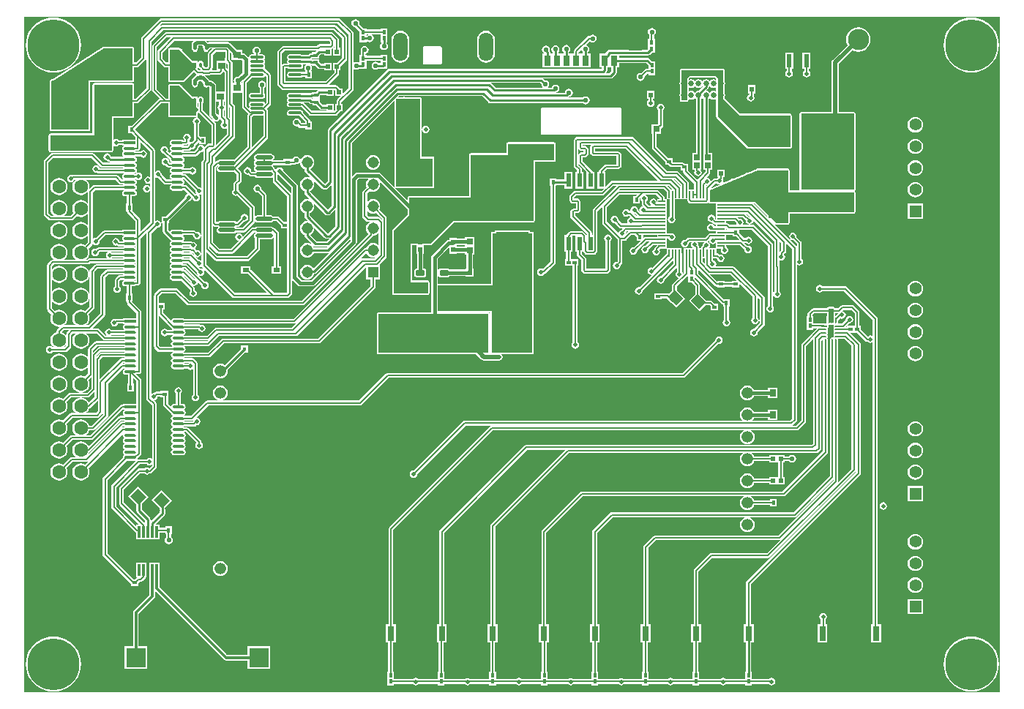
<source format=gtl>
G04*
G04 #@! TF.GenerationSoftware,Altium Limited,Altium Designer,25.4.2 (15)*
G04*
G04 Layer_Physical_Order=1*
G04 Layer_Color=255*
%FSLAX44Y44*%
%MOMM*%
G71*
G04*
G04 #@! TF.SameCoordinates,F718CCC6-B2C0-4064-A14D-7761564938EA*
G04*
G04*
G04 #@! TF.FilePolarity,Positive*
G04*
G01*
G75*
%ADD14C,0.5080*%
%ADD18C,0.2540*%
%ADD21R,0.8000X0.5000*%
%ADD22R,0.8121X0.7587*%
%ADD23R,0.5500X0.6000*%
%ADD24R,1.2000X1.8000*%
%ADD25R,0.6000X1.5500*%
%ADD26R,0.7587X0.8121*%
%ADD27R,0.4500X0.5000*%
%ADD28R,0.5000X0.4500*%
%ADD29R,0.4000X0.5000*%
%ADD30R,0.5000X0.4000*%
%ADD31R,3.7000X0.9800*%
%ADD32R,0.6500X0.6500*%
%ADD33R,0.4500X0.4500*%
%ADD34R,1.4000X2.1000*%
%ADD35R,0.6725X0.7154*%
%ADD36R,1.7029X2.6062*%
%ADD37R,0.5725X0.5682*%
%ADD38R,0.5725X0.6153*%
%ADD39R,1.0000X0.9000*%
%ADD40R,0.9000X0.8000*%
%ADD41R,2.5000X3.3000*%
%ADD42R,1.1546X3.2082*%
%ADD43R,0.5000X0.5000*%
%ADD44R,0.8000X1.7000*%
%ADD45O,2.0000X0.4500*%
G04:AMPARAMS|DCode=46|XSize=1.3554mm|YSize=0.3408mm|CornerRadius=0.1704mm|HoleSize=0mm|Usage=FLASHONLY|Rotation=0.000|XOffset=0mm|YOffset=0mm|HoleType=Round|Shape=RoundedRectangle|*
%AMROUNDEDRECTD46*
21,1,1.3554,0.0000,0,0,0.0*
21,1,1.0147,0.3408,0,0,0.0*
1,1,0.3408,0.5073,0.0000*
1,1,0.3408,-0.5073,0.0000*
1,1,0.3408,-0.5073,0.0000*
1,1,0.3408,0.5073,0.0000*
%
%ADD46ROUNDEDRECTD46*%
%ADD47R,1.3554X0.3408*%
%ADD48R,0.4750X0.5000*%
G04:AMPARAMS|DCode=49|XSize=0.5561mm|YSize=0.2925mm|CornerRadius=0.1462mm|HoleSize=0mm|Usage=FLASHONLY|Rotation=90.000|XOffset=0mm|YOffset=0mm|HoleType=Round|Shape=RoundedRectangle|*
%AMROUNDEDRECTD49*
21,1,0.5561,0.0000,0,0,90.0*
21,1,0.2636,0.2925,0,0,90.0*
1,1,0.2925,0.0000,0.1318*
1,1,0.2925,0.0000,-0.1318*
1,1,0.2925,0.0000,-0.1318*
1,1,0.2925,0.0000,0.1318*
%
%ADD49ROUNDEDRECTD49*%
%ADD50R,0.2925X0.5561*%
G04:AMPARAMS|DCode=51|XSize=1.45mm|YSize=0.3mm|CornerRadius=0.0495mm|HoleSize=0mm|Usage=FLASHONLY|Rotation=0.000|XOffset=0mm|YOffset=0mm|HoleType=Round|Shape=RoundedRectangle|*
%AMROUNDEDRECTD51*
21,1,1.4500,0.2010,0,0,0.0*
21,1,1.3510,0.3000,0,0,0.0*
1,1,0.0990,0.6755,-0.1005*
1,1,0.0990,-0.6755,-0.1005*
1,1,0.0990,-0.6755,0.1005*
1,1,0.0990,0.6755,0.1005*
%
%ADD51ROUNDEDRECTD51*%
%ADD52R,2.0000X3.8000*%
%ADD53R,2.0000X1.5000*%
G04:AMPARAMS|DCode=54|XSize=0.6mm|YSize=1mm|CornerRadius=0.051mm|HoleSize=0mm|Usage=FLASHONLY|Rotation=270.000|XOffset=0mm|YOffset=0mm|HoleType=Round|Shape=RoundedRectangle|*
%AMROUNDEDRECTD54*
21,1,0.6000,0.8980,0,0,270.0*
21,1,0.4980,1.0000,0,0,270.0*
1,1,0.1020,-0.4490,-0.2490*
1,1,0.1020,-0.4490,0.2490*
1,1,0.1020,0.4490,0.2490*
1,1,0.1020,0.4490,-0.2490*
%
%ADD54ROUNDEDRECTD54*%
G04:AMPARAMS|DCode=55|XSize=0.2mm|YSize=0.7mm|CornerRadius=0.05mm|HoleSize=0mm|Usage=FLASHONLY|Rotation=90.000|XOffset=0mm|YOffset=0mm|HoleType=Round|Shape=RoundedRectangle|*
%AMROUNDEDRECTD55*
21,1,0.2000,0.6000,0,0,90.0*
21,1,0.1000,0.7000,0,0,90.0*
1,1,0.1000,0.3000,0.0500*
1,1,0.1000,0.3000,-0.0500*
1,1,0.1000,-0.3000,-0.0500*
1,1,0.1000,-0.3000,0.0500*
%
%ADD55ROUNDEDRECTD55*%
G04:AMPARAMS|DCode=56|XSize=0.2mm|YSize=0.6mm|CornerRadius=0.05mm|HoleSize=0mm|Usage=FLASHONLY|Rotation=90.000|XOffset=0mm|YOffset=0mm|HoleType=Round|Shape=RoundedRectangle|*
%AMROUNDEDRECTD56*
21,1,0.2000,0.5000,0,0,90.0*
21,1,0.1000,0.6000,0,0,90.0*
1,1,0.1000,0.2500,0.0500*
1,1,0.1000,0.2500,-0.0500*
1,1,0.1000,-0.2500,-0.0500*
1,1,0.1000,-0.2500,0.0500*
%
%ADD56ROUNDEDRECTD56*%
G04:AMPARAMS|DCode=57|XSize=0.2mm|YSize=0.6mm|CornerRadius=0.05mm|HoleSize=0mm|Usage=FLASHONLY|Rotation=0.000|XOffset=0mm|YOffset=0mm|HoleType=Round|Shape=RoundedRectangle|*
%AMROUNDEDRECTD57*
21,1,0.2000,0.5000,0,0,0.0*
21,1,0.1000,0.6000,0,0,0.0*
1,1,0.1000,0.0500,-0.2500*
1,1,0.1000,-0.0500,-0.2500*
1,1,0.1000,-0.0500,0.2500*
1,1,0.1000,0.0500,0.2500*
%
%ADD57ROUNDEDRECTD57*%
%ADD58R,0.8000X1.2000*%
%ADD59R,1.5000X2.0000*%
%ADD60R,0.1778X0.8128*%
%ADD61R,0.8128X0.1778*%
%ADD62R,0.3000X1.4000*%
G04:AMPARAMS|DCode=63|XSize=1.2mm|YSize=1.4mm|CornerRadius=0mm|HoleSize=0mm|Usage=FLASHONLY|Rotation=225.000|XOffset=0mm|YOffset=0mm|HoleType=Round|Shape=Rectangle|*
%AMROTATEDRECTD63*
4,1,4,-0.0707,0.9192,0.9192,-0.0707,0.0707,-0.9192,-0.9192,0.0707,-0.0707,0.9192,0.0*
%
%ADD63ROTATEDRECTD63*%

%ADD64R,0.6000X0.5500*%
%ADD65R,0.7000X0.7000*%
G04:AMPARAMS|DCode=66|XSize=1.1mm|YSize=1.4mm|CornerRadius=0mm|HoleSize=0mm|Usage=FLASHONLY|Rotation=225.000|XOffset=0mm|YOffset=0mm|HoleType=Round|Shape=Rectangle|*
%AMROTATEDRECTD66*
4,1,4,-0.1061,0.8839,0.8839,-0.1061,0.1061,-0.8839,-0.8839,0.1061,-0.1061,0.8839,0.0*
%
%ADD66ROTATEDRECTD66*%

%ADD67R,0.5334X1.5240*%
%ADD79R,1.7000X1.1000*%
%ADD88R,3.2004X3.2004*%
%ADD91C,1.4000*%
%ADD92R,1.4000X1.4000*%
%ADD95C,0.6500*%
G04:AMPARAMS|DCode=96|XSize=0.9mm|YSize=2.4mm|CornerRadius=0.45mm|HoleSize=0mm|Usage=FLASHONLY|Rotation=180.000|XOffset=0mm|YOffset=0mm|HoleType=Round|Shape=RoundedRectangle|*
%AMROUNDEDRECTD96*
21,1,0.9000,1.5000,0,0,180.0*
21,1,0.0000,2.4000,0,0,180.0*
1,1,0.9000,0.0000,0.7500*
1,1,0.9000,0.0000,0.7500*
1,1,0.9000,0.0000,-0.7500*
1,1,0.9000,0.0000,-0.7500*
%
%ADD96ROUNDEDRECTD96*%
G04:AMPARAMS|DCode=97|XSize=0.9mm|YSize=1.7mm|CornerRadius=0.45mm|HoleSize=0mm|Usage=FLASHONLY|Rotation=180.000|XOffset=0mm|YOffset=0mm|HoleType=Round|Shape=RoundedRectangle|*
%AMROUNDEDRECTD97*
21,1,0.9000,0.8000,0,0,180.0*
21,1,0.0000,1.7000,0,0,180.0*
1,1,0.9000,0.0000,0.4000*
1,1,0.9000,0.0000,0.4000*
1,1,0.9000,0.0000,-0.4000*
1,1,0.9000,0.0000,-0.4000*
%
%ADD97ROUNDEDRECTD97*%
%ADD100C,2.4500*%
%ADD101R,2.3000X2.3000*%
%ADD108C,0.2032*%
%ADD109C,0.3810*%
%ADD110C,0.1778*%
%ADD111C,0.3048*%
%ADD112O,1.3080X2.6160*%
%ADD113O,1.6600X3.3200*%
%ADD114C,1.6002*%
%ADD115C,6.0000*%
%ADD116C,1.3080*%
%ADD117R,1.3080X1.3080*%
%ADD118C,1.3370*%
%ADD119C,0.5000*%
%ADD120C,0.5500*%
G36*
X1127846Y528D02*
X-578D01*
Y781887D01*
X1127846D01*
Y528D01*
D02*
G37*
%LPC*%
G36*
X362839Y780089D02*
X362839Y780089D01*
X157480D01*
X157480Y780089D01*
X156390Y779872D01*
X155466Y779254D01*
X155466Y779254D01*
X135146Y758934D01*
X134528Y758010D01*
X134311Y756920D01*
X134311Y756920D01*
Y735240D01*
X128360Y729289D01*
X126273D01*
Y745490D01*
X126135Y746184D01*
X125742Y746772D01*
X125154Y747165D01*
X124460Y747303D01*
X91440D01*
X91286Y747272D01*
X91130Y747276D01*
X90943Y747204D01*
X90746Y747165D01*
X90616Y747078D01*
X90470Y747021D01*
X33455Y710912D01*
X29653Y709012D01*
X29423Y708833D01*
X29181Y708672D01*
X29145Y708618D01*
X29094Y708578D01*
X28950Y708325D01*
X28788Y708084D01*
X28776Y708020D01*
X28744Y707964D01*
X28707Y707675D01*
X28650Y707390D01*
Y651510D01*
X28788Y650816D01*
X29181Y650228D01*
X29769Y649835D01*
X30463Y649697D01*
X73660D01*
X74354Y649835D01*
X74942Y650228D01*
X75335Y650816D01*
X75473Y651510D01*
Y706847D01*
X124460Y706847D01*
X125154Y706985D01*
X125742Y707378D01*
X126135Y707966D01*
X126273Y708660D01*
Y723591D01*
X129540D01*
X129540Y723591D01*
X130630Y723808D01*
X131554Y724426D01*
X139174Y732046D01*
X139792Y732970D01*
X140009Y734060D01*
X140009Y734060D01*
Y755740D01*
X158660Y774391D01*
X361659D01*
X374341Y761709D01*
Y699545D01*
X367419Y692622D01*
Y698968D01*
X364501D01*
X361431Y702038D01*
X360506Y702656D01*
X359416Y702873D01*
X359416Y702873D01*
X351301D01*
X362740Y714311D01*
X362740Y714311D01*
X363358Y715236D01*
X363574Y716326D01*
X363574Y716326D01*
Y720359D01*
X364879D01*
Y724762D01*
X371584Y731468D01*
X371584Y731468D01*
X372202Y732392D01*
X372419Y733482D01*
X372419Y733482D01*
Y758190D01*
X372419Y758190D01*
X372202Y759280D01*
X371584Y760204D01*
X360408Y771380D01*
X359484Y771998D01*
X358394Y772215D01*
X358394Y772215D01*
X158496D01*
X158496Y772215D01*
X157406Y771998D01*
X156482Y771380D01*
X141496Y756394D01*
X140878Y755470D01*
X140661Y754380D01*
X140661Y754380D01*
Y699680D01*
X128360Y687379D01*
X126273D01*
Y703580D01*
X126135Y704274D01*
X125742Y704862D01*
X125154Y705255D01*
X124460Y705393D01*
X80010D01*
X79316Y705255D01*
X78728Y704862D01*
X78335Y704274D01*
X78197Y703580D01*
Y693316D01*
Y666750D01*
Y646973D01*
X29314D01*
X28621Y646835D01*
X28033Y646442D01*
X27640Y645854D01*
X27501Y645160D01*
Y627363D01*
X27640Y626670D01*
X28033Y626081D01*
X28621Y625688D01*
X29314Y625550D01*
X95250D01*
X95335Y625567D01*
X100330D01*
X101024Y625705D01*
X101612Y626098D01*
X102005Y626686D01*
X102143Y627380D01*
Y633460D01*
X102326Y633186D01*
X103741Y632240D01*
X105410Y631908D01*
X107079Y632240D01*
X108494Y633186D01*
X108665Y633442D01*
X112281D01*
Y632828D01*
X114013D01*
X113253Y632320D01*
X112483Y631169D01*
X112213Y629810D01*
X112483Y628451D01*
X113253Y627300D01*
X114360Y626560D01*
X113253Y625820D01*
X112483Y624669D01*
X112213Y623310D01*
X112483Y621951D01*
X113253Y620800D01*
X114360Y620060D01*
X114147Y619918D01*
X100290D01*
X99404Y620804D01*
X99280Y621429D01*
X98334Y622844D01*
X96919Y623790D01*
X95250Y624122D01*
X93581Y623790D01*
X92166Y622844D01*
X91220Y621429D01*
X90888Y619760D01*
X91220Y618091D01*
X92166Y616676D01*
X93581Y615730D01*
X95250Y615398D01*
X95892Y615526D01*
X96806Y614613D01*
X97814Y613939D01*
X99003Y613702D01*
X114147D01*
X114360Y613560D01*
X113759Y613159D01*
X90513D01*
X79992Y623679D01*
X79068Y624297D01*
X77978Y624514D01*
X77978Y624514D01*
X31877D01*
X31877Y624514D01*
X30787Y624297D01*
X29863Y623679D01*
X29863Y623679D01*
X22624Y616440D01*
X22006Y615516D01*
X21789Y614426D01*
X21789Y614426D01*
Y553720D01*
X21789Y553720D01*
X22006Y552630D01*
X22624Y551706D01*
X27196Y547134D01*
X27196Y547134D01*
X28120Y546516D01*
X29210Y546299D01*
X53848D01*
X53848Y546299D01*
X54938Y546516D01*
X55862Y547134D01*
X60134Y551405D01*
X62217Y550543D01*
X64770Y550207D01*
X67323Y550543D01*
X69702Y551528D01*
X71744Y553096D01*
X72843Y554528D01*
Y540213D01*
X71744Y541645D01*
X69702Y543212D01*
X67323Y544197D01*
X64770Y544533D01*
X62217Y544197D01*
X59838Y543212D01*
X57796Y541645D01*
X56228Y539602D01*
X55243Y537223D01*
X54907Y534670D01*
X55243Y532117D01*
X56228Y529738D01*
X57796Y527696D01*
X59838Y526128D01*
X62217Y525143D01*
X64770Y524807D01*
X67323Y525143D01*
X69702Y526128D01*
X71744Y527696D01*
X72843Y529128D01*
Y521372D01*
X69406Y517934D01*
X67323Y518797D01*
X64770Y519133D01*
X62217Y518797D01*
X59838Y517812D01*
X57796Y516245D01*
X56228Y514202D01*
X55243Y511823D01*
X54907Y509270D01*
X55243Y506717D01*
X56228Y504338D01*
X57796Y502296D01*
X59227Y501197D01*
X44913D01*
X46344Y502296D01*
X47912Y504338D01*
X48897Y506717D01*
X49233Y509270D01*
X48897Y511823D01*
X47912Y514202D01*
X46344Y516245D01*
X44302Y517812D01*
X41923Y518797D01*
X39370Y519133D01*
X36817Y518797D01*
X34438Y517812D01*
X32396Y516245D01*
X30828Y514202D01*
X29843Y511823D01*
X29507Y509270D01*
X29843Y506717D01*
X30828Y504338D01*
X32396Y502296D01*
X33828Y501197D01*
X32385D01*
X32385Y501197D01*
X31295Y500980D01*
X30371Y500362D01*
X30371Y500362D01*
X26434Y496425D01*
X25816Y495501D01*
X25599Y494411D01*
X25599Y494411D01*
Y443992D01*
X25599Y443992D01*
X25816Y442902D01*
X26434Y441978D01*
X30705Y437706D01*
X29843Y435623D01*
X29507Y433070D01*
X29843Y430517D01*
X30828Y428138D01*
X32396Y426096D01*
X34438Y424528D01*
X36817Y423543D01*
X39370Y423207D01*
X40922Y423411D01*
X37356Y419844D01*
X36738Y418920D01*
X36521Y417830D01*
X36521Y417830D01*
Y417075D01*
X34438Y416212D01*
X32396Y414645D01*
X30828Y412602D01*
X29843Y410223D01*
X29507Y407670D01*
X29843Y405117D01*
X30828Y402738D01*
X32396Y400696D01*
X33662Y399724D01*
X31944D01*
X31786Y399959D01*
X30371Y400905D01*
X28702Y401237D01*
X27033Y400905D01*
X25618Y399959D01*
X24672Y398544D01*
X24340Y396875D01*
X24672Y395206D01*
X25618Y393791D01*
X27033Y392845D01*
X28702Y392513D01*
X30371Y392845D01*
X31786Y393791D01*
X31944Y394026D01*
X46863D01*
X46863Y394026D01*
X47953Y394243D01*
X48877Y394861D01*
X52560Y398544D01*
X53178Y399468D01*
X53395Y400558D01*
X53395Y400558D01*
Y413475D01*
X55536Y415616D01*
X59062D01*
X57796Y414645D01*
X56228Y412602D01*
X55243Y410223D01*
X54907Y407670D01*
X55243Y405117D01*
X56228Y402738D01*
X57796Y400696D01*
X59838Y399128D01*
X62217Y398143D01*
X64770Y397807D01*
X67323Y398143D01*
X69702Y399128D01*
X71744Y400696D01*
X73312Y402738D01*
X74297Y405117D01*
X74633Y407670D01*
X74297Y410223D01*
X73312Y412602D01*
X71744Y414645D01*
X70478Y415616D01*
X83021D01*
X90442Y408196D01*
X90442Y408196D01*
X91366Y407578D01*
X92456Y407361D01*
X114843D01*
X115443Y406960D01*
X114843Y406559D01*
X82400D01*
X82400Y406559D01*
X81310Y406342D01*
X80386Y405724D01*
X80386Y405724D01*
X73932Y399270D01*
X73314Y398346D01*
X73097Y397256D01*
X73097Y397256D01*
Y387481D01*
X71744Y389244D01*
X69702Y390812D01*
X67323Y391797D01*
X64770Y392133D01*
X62217Y391797D01*
X59838Y390812D01*
X57796Y389244D01*
X56228Y387202D01*
X55243Y384823D01*
X54907Y382270D01*
X55243Y379717D01*
X56228Y377338D01*
X57796Y375296D01*
X59838Y373728D01*
X62217Y372743D01*
X64770Y372407D01*
X67323Y372743D01*
X69702Y373728D01*
X71744Y375296D01*
X73097Y377059D01*
Y369226D01*
X69406Y365535D01*
X67323Y366397D01*
X64770Y366733D01*
X62217Y366397D01*
X59838Y365412D01*
X57796Y363844D01*
X56228Y361802D01*
X55243Y359423D01*
X54907Y356870D01*
X55243Y354317D01*
X56228Y351938D01*
X57796Y349896D01*
X59838Y348328D01*
X62217Y347343D01*
X64678Y347019D01*
X52070D01*
X52070Y347019D01*
X50980Y346802D01*
X50056Y346184D01*
X50056Y346184D01*
X44006Y340135D01*
X41923Y340997D01*
X39370Y341333D01*
X36817Y340997D01*
X34438Y340012D01*
X32396Y338445D01*
X30828Y336402D01*
X29843Y334023D01*
X29507Y331470D01*
X29843Y328917D01*
X30828Y326538D01*
X32396Y324496D01*
X34438Y322928D01*
X36817Y321943D01*
X39370Y321607D01*
X41923Y321943D01*
X44302Y322928D01*
X46344Y324496D01*
X47912Y326538D01*
X48897Y328917D01*
X49233Y331470D01*
X48897Y334023D01*
X48035Y336106D01*
X53250Y341321D01*
X64678D01*
X62217Y340997D01*
X59838Y340012D01*
X57796Y338445D01*
X56228Y336402D01*
X55243Y334023D01*
X54907Y331470D01*
X55243Y328917D01*
X56228Y326538D01*
X57796Y324496D01*
X59062Y323524D01*
X53975D01*
X53975Y323524D01*
X52885Y323307D01*
X51961Y322689D01*
X51961Y322689D01*
X44006Y314734D01*
X41923Y315597D01*
X39370Y315933D01*
X36817Y315597D01*
X34438Y314612D01*
X32396Y313044D01*
X30828Y311002D01*
X29843Y308623D01*
X29507Y306070D01*
X29843Y303517D01*
X30828Y301138D01*
X32396Y299096D01*
X34438Y297528D01*
X36817Y296543D01*
X39370Y296207D01*
X41923Y296543D01*
X44302Y297528D01*
X46344Y299096D01*
X47912Y301138D01*
X48897Y303517D01*
X49233Y306070D01*
X48897Y308623D01*
X48035Y310706D01*
X55155Y317826D01*
X83566D01*
X83566Y317826D01*
X84656Y318043D01*
X85580Y318661D01*
X89390Y322471D01*
X90008Y323395D01*
X90225Y324485D01*
X90225Y324485D01*
Y358138D01*
X90623Y358537D01*
Y321872D01*
X77670Y308919D01*
X74175D01*
X73312Y311002D01*
X71744Y313044D01*
X69702Y314612D01*
X67323Y315597D01*
X64770Y315933D01*
X62217Y315597D01*
X59838Y314612D01*
X57796Y313044D01*
X56228Y311002D01*
X55243Y308623D01*
X54907Y306070D01*
X55243Y303517D01*
X56228Y301138D01*
X57796Y299096D01*
X59227Y297997D01*
X53848D01*
X53848Y297997D01*
X52758Y297780D01*
X51834Y297162D01*
X51834Y297162D01*
X44006Y289335D01*
X41923Y290197D01*
X39370Y290533D01*
X36817Y290197D01*
X34438Y289212D01*
X32396Y287645D01*
X30828Y285602D01*
X29843Y283223D01*
X29507Y280670D01*
X29843Y278117D01*
X30828Y275738D01*
X32396Y273696D01*
X34438Y272128D01*
X36817Y271143D01*
X39370Y270807D01*
X41923Y271143D01*
X44302Y272128D01*
X46344Y273696D01*
X47912Y275738D01*
X48897Y278117D01*
X49233Y280670D01*
X48897Y283223D01*
X48035Y285306D01*
X55028Y292299D01*
X76976D01*
X76976Y292299D01*
X78066Y292516D01*
X78990Y293134D01*
X113358Y327501D01*
X113365D01*
Y326868D01*
X115097D01*
X114336Y326360D01*
X113567Y325209D01*
X113297Y323850D01*
X113567Y322491D01*
X114336Y321340D01*
X115443Y320600D01*
X114843Y320199D01*
X110415D01*
X110415Y320199D01*
X109325Y319982D01*
X108401Y319364D01*
X108401Y319364D01*
X73700Y284664D01*
X73312Y285602D01*
X71744Y287645D01*
X69702Y289212D01*
X67323Y290197D01*
X64770Y290533D01*
X62217Y290197D01*
X59838Y289212D01*
X57796Y287645D01*
X56228Y285602D01*
X55243Y283223D01*
X54907Y280670D01*
X55243Y278117D01*
X56228Y275738D01*
X57796Y273696D01*
X59227Y272597D01*
X53848D01*
X53848Y272597D01*
X52758Y272380D01*
X51834Y271762D01*
X51834Y271762D01*
X44006Y263934D01*
X41923Y264797D01*
X39370Y265133D01*
X36817Y264797D01*
X34438Y263812D01*
X32396Y262244D01*
X30828Y260202D01*
X29843Y257823D01*
X29507Y255270D01*
X29843Y252717D01*
X30828Y250338D01*
X32396Y248296D01*
X34438Y246728D01*
X36817Y245743D01*
X39370Y245407D01*
X41923Y245743D01*
X44302Y246728D01*
X46344Y248296D01*
X47912Y250338D01*
X48897Y252717D01*
X49233Y255270D01*
X48897Y257823D01*
X48035Y259906D01*
X55028Y266899D01*
X71120D01*
X71120Y266899D01*
X72210Y267116D01*
X73134Y267734D01*
X113402Y308001D01*
X114843D01*
X115443Y307600D01*
X114843Y307199D01*
X113850D01*
X113850Y307199D01*
X112760Y306982D01*
X111835Y306364D01*
X111835Y306364D01*
X69406Y263934D01*
X67323Y264797D01*
X64770Y265133D01*
X62217Y264797D01*
X59838Y263812D01*
X57796Y262244D01*
X56228Y260202D01*
X55243Y257823D01*
X54907Y255270D01*
X55243Y252717D01*
X56228Y250338D01*
X57796Y248296D01*
X59838Y246728D01*
X62217Y245743D01*
X64770Y245407D01*
X67323Y245743D01*
X69702Y246728D01*
X71744Y248296D01*
X73312Y250338D01*
X74297Y252717D01*
X74633Y255270D01*
X74297Y257823D01*
X73435Y259906D01*
X114955Y301426D01*
X115443Y301100D01*
X114336Y300360D01*
X113567Y299209D01*
X113297Y297850D01*
X113567Y296492D01*
X114336Y295340D01*
X115443Y294600D01*
X114336Y293860D01*
X113567Y292709D01*
X113297Y291350D01*
X113567Y289991D01*
X114336Y288840D01*
X115443Y288100D01*
X114336Y287360D01*
X113567Y286209D01*
X113297Y284850D01*
X113567Y283491D01*
X114336Y282340D01*
X115443Y281600D01*
X114336Y280860D01*
X113567Y279709D01*
X113297Y278350D01*
X113567Y276992D01*
X114336Y275840D01*
X115443Y275100D01*
X114336Y274360D01*
X113567Y273209D01*
X113297Y271850D01*
X113319Y271740D01*
X90696Y249117D01*
X90078Y248193D01*
X89861Y247103D01*
X89861Y247103D01*
Y160020D01*
X89861Y160020D01*
X90078Y158930D01*
X90696Y158006D01*
X122722Y125979D01*
Y123412D01*
X131278D01*
Y126939D01*
X132538Y128199D01*
X133909D01*
X133909Y128199D01*
X134999Y128416D01*
X135923Y129033D01*
X138771Y131881D01*
X139388Y132805D01*
X139437Y133052D01*
X140518D01*
Y150608D01*
X128962D01*
Y133052D01*
X129333D01*
X127249Y130968D01*
X125791D01*
X95559Y161200D01*
Y245923D01*
X117936Y268300D01*
X126993D01*
X128352Y268570D01*
X129255Y269174D01*
X100856Y240774D01*
X100238Y239850D01*
X100021Y238760D01*
X100021Y238760D01*
Y214630D01*
X100021Y214630D01*
X100238Y213540D01*
X100856Y212616D01*
X127526Y185946D01*
X127526Y185946D01*
X128450Y185328D01*
X128962Y185226D01*
Y177052D01*
X155518D01*
Y185111D01*
X162402D01*
Y183682D01*
X163426D01*
Y179996D01*
X163106Y179781D01*
X162105Y178284D01*
X161753Y176517D01*
X162105Y174750D01*
X163106Y173252D01*
X164603Y172252D01*
X166370Y171900D01*
X168137Y172252D01*
X169634Y173252D01*
X170635Y174750D01*
X170987Y176517D01*
X170635Y178284D01*
X169634Y179781D01*
X169124Y180123D01*
Y183682D01*
X169958D01*
Y192238D01*
X162402D01*
Y190809D01*
X155518D01*
Y194608D01*
X150743D01*
X161339Y205204D01*
X162013Y206212D01*
X162249Y207402D01*
Y211910D01*
X162030Y213013D01*
Y214069D01*
X169922Y221961D01*
X157508Y234375D01*
X146508Y223376D01*
X155815Y214069D01*
Y212130D01*
X156034Y211026D01*
Y208689D01*
X145348Y198003D01*
Y200328D01*
X145111Y201518D01*
X144438Y202526D01*
X135160Y211803D01*
Y218312D01*
X143052Y226204D01*
X130638Y238618D01*
X119638Y227619D01*
X128944Y218312D01*
Y210516D01*
X129181Y209327D01*
X129855Y208319D01*
X139132Y199041D01*
Y195238D01*
X138771Y195779D01*
X138771Y195779D01*
X114609Y219941D01*
Y235040D01*
X133260Y253691D01*
X137728D01*
X137886Y253456D01*
X139301Y252510D01*
X140970Y252178D01*
X142639Y252510D01*
X144054Y253456D01*
X144212Y253691D01*
X144780D01*
X144780Y253691D01*
X145870Y253908D01*
X146794Y254526D01*
X151874Y259606D01*
X151874Y259606D01*
X152492Y260530D01*
X152709Y261620D01*
X152709Y261620D01*
Y333811D01*
X152709Y333811D01*
X152492Y334901D01*
X151874Y335825D01*
X151874Y335825D01*
X149785Y337915D01*
X150701Y338097D01*
X152116Y339042D01*
X153061Y340457D01*
X153393Y342126D01*
X153339Y342401D01*
X157012D01*
Y341472D01*
X159965D01*
Y333170D01*
X159965Y333170D01*
X160182Y332080D01*
X160800Y331156D01*
X168978Y322978D01*
X169074Y322491D01*
X169844Y321340D01*
X170951Y320600D01*
X169844Y319860D01*
X169074Y318709D01*
X168804Y317350D01*
X169074Y315991D01*
X169844Y314840D01*
X170951Y314100D01*
X169844Y313360D01*
X169074Y312209D01*
X168804Y310850D01*
X169074Y309492D01*
X169844Y308340D01*
X170951Y307600D01*
X169844Y306860D01*
X169074Y305709D01*
X168804Y304350D01*
X169074Y302992D01*
X169844Y301840D01*
X170951Y301100D01*
X169844Y300360D01*
X169074Y299209D01*
X168804Y297850D01*
X169074Y296492D01*
X169844Y295340D01*
X170951Y294600D01*
X169844Y293860D01*
X169074Y292709D01*
X168804Y291350D01*
X169074Y289991D01*
X169844Y288840D01*
X170951Y288100D01*
X169844Y287360D01*
X169074Y286209D01*
X168804Y284850D01*
X169074Y283491D01*
X169844Y282340D01*
X170951Y281600D01*
X169844Y280860D01*
X169074Y279709D01*
X168804Y278350D01*
X169074Y276992D01*
X169844Y275840D01*
X170996Y275070D01*
X172354Y274800D01*
X182501D01*
X183860Y275070D01*
X185011Y275840D01*
X185781Y276992D01*
X186051Y278350D01*
X185781Y279709D01*
X185011Y280860D01*
X183904Y281600D01*
X185011Y282340D01*
X185781Y283491D01*
X186051Y284850D01*
X185781Y286209D01*
X185011Y287360D01*
X183904Y288100D01*
X185011Y288840D01*
X185781Y289991D01*
X186051Y291350D01*
X185781Y292709D01*
X185011Y293860D01*
X183904Y294600D01*
X185011Y295340D01*
X185781Y296492D01*
X186051Y297850D01*
X185781Y299209D01*
X185011Y300360D01*
X183904Y301100D01*
X184505Y301501D01*
X185960D01*
X198332Y289129D01*
X197474Y287845D01*
X197142Y286176D01*
X197474Y284507D01*
X198419Y283092D01*
X199835Y282146D01*
X201504Y281814D01*
X203173Y282146D01*
X204588Y283092D01*
X205534Y284507D01*
X205866Y286176D01*
X205534Y287845D01*
X204588Y289261D01*
X204190Y289527D01*
Y290149D01*
X204190Y290149D01*
X203973Y291239D01*
X203356Y292163D01*
X203356Y292163D01*
X189154Y306364D01*
X188230Y306982D01*
X187140Y307199D01*
X187140Y307199D01*
X184505D01*
X183904Y307600D01*
X184504Y308001D01*
X195880D01*
X195880Y308001D01*
X196970Y308218D01*
X197895Y308835D01*
X198443Y309384D01*
X198720Y309328D01*
X200390Y309660D01*
X201805Y310606D01*
X202750Y312021D01*
X203082Y313690D01*
X202750Y315359D01*
X201805Y316774D01*
X200390Y317720D01*
X198720Y318052D01*
X197852Y317879D01*
X212150Y332177D01*
X387604D01*
X387604Y332177D01*
X388694Y332394D01*
X389618Y333012D01*
X420788Y364181D01*
X762000D01*
X762000Y364181D01*
X763090Y364398D01*
X764014Y365016D01*
X802616Y403618D01*
X802894Y403562D01*
X804563Y403894D01*
X805978Y404840D01*
X806924Y406255D01*
X807256Y407924D01*
X806924Y409593D01*
X805978Y411008D01*
X804563Y411954D01*
X802894Y412286D01*
X801225Y411954D01*
X799810Y411008D01*
X798864Y409593D01*
X798532Y407924D01*
X798587Y407646D01*
X760820Y369879D01*
X419608D01*
X419608Y369879D01*
X418518Y369662D01*
X417594Y369044D01*
X417594Y369044D01*
X386424Y337875D01*
X210970D01*
X209880Y337658D01*
X208955Y337040D01*
X208955Y337040D01*
X192114Y320199D01*
X184505D01*
X183904Y320600D01*
X185011Y321340D01*
X185781Y322491D01*
X186051Y323850D01*
X185781Y325209D01*
X185011Y326360D01*
X183904Y327100D01*
X185011Y327840D01*
X185781Y328992D01*
X186051Y330350D01*
X185781Y331709D01*
X185011Y332860D01*
X183860Y333630D01*
X182501Y333900D01*
X180276D01*
Y345636D01*
X180512Y345793D01*
X181457Y347209D01*
X181789Y348878D01*
X181457Y350547D01*
X180512Y351962D01*
X179097Y352907D01*
X177428Y353240D01*
X175758Y352907D01*
X174343Y351962D01*
X173398Y350547D01*
X173066Y348878D01*
X173398Y347209D01*
X174343Y345793D01*
X174579Y345636D01*
Y333900D01*
X172354D01*
X170996Y333630D01*
X169844Y332860D01*
X169074Y331709D01*
X168947Y331066D01*
X165663Y334350D01*
Y345250D01*
X165568Y345726D01*
Y349028D01*
X157012D01*
Y348099D01*
X152156D01*
X152156Y348099D01*
X152156Y348099D01*
X152156D01*
X151764Y348021D01*
X151066Y347882D01*
X151066Y347882D01*
X151066Y347882D01*
X150475Y347487D01*
X150141Y347265D01*
X150141Y347265D01*
X150141Y347264D01*
X150141Y347264D01*
X149310Y346433D01*
X149031Y346488D01*
X147362Y346156D01*
X146145Y345343D01*
Y530736D01*
X153138Y537729D01*
X153416Y537674D01*
X155085Y538006D01*
X156500Y538952D01*
X157446Y540367D01*
X157778Y542036D01*
X157446Y543705D01*
X156500Y545120D01*
X155085Y546066D01*
X153416Y546398D01*
X151747Y546066D01*
X150764Y545409D01*
Y596575D01*
X152128Y595664D01*
X153797Y595332D01*
X154075Y595387D01*
X160667Y588796D01*
X160667Y588796D01*
X161591Y588178D01*
X162681Y587961D01*
X169267D01*
X169867Y587560D01*
X168760Y586820D01*
X167991Y585669D01*
X167721Y584310D01*
X167991Y582952D01*
X168760Y581800D01*
X169912Y581030D01*
X171271Y580760D01*
X181417D01*
X182776Y581030D01*
X183421Y581461D01*
X184638D01*
X189011Y577088D01*
X187561Y576800D01*
X186146Y575854D01*
X185200Y574439D01*
X184876Y572811D01*
X164395Y552330D01*
X164394Y552329D01*
X163031Y550966D01*
X162990Y550958D01*
X158282D01*
Y543402D01*
X159452D01*
Y534160D01*
X159641Y533214D01*
X159689Y532971D01*
D01*
X159689Y532971D01*
X160027Y532466D01*
X160362Y531963D01*
X167985Y524340D01*
X167991Y524311D01*
X168760Y523160D01*
X169867Y522420D01*
X168760Y521680D01*
X167991Y520529D01*
X167721Y519170D01*
X167991Y517812D01*
X168760Y516660D01*
X169867Y515920D01*
X168760Y515180D01*
X167991Y514029D01*
X167721Y512670D01*
X167991Y511311D01*
X168760Y510160D01*
X169867Y509420D01*
X168760Y508680D01*
X167991Y507529D01*
X167721Y506170D01*
X167991Y504812D01*
X168760Y503660D01*
X169867Y502920D01*
X168760Y502180D01*
X167991Y501029D01*
X167721Y499670D01*
X167991Y498312D01*
X168760Y497160D01*
X169867Y496420D01*
X168760Y495680D01*
X167991Y494529D01*
X167721Y493170D01*
X167991Y491811D01*
X168760Y490660D01*
X169867Y489920D01*
X168760Y489180D01*
X167991Y488029D01*
X167721Y486670D01*
X167991Y485312D01*
X168760Y484160D01*
X169867Y483420D01*
X168760Y482680D01*
X167991Y481529D01*
X167721Y480170D01*
X167991Y478811D01*
X168760Y477660D01*
X169912Y476890D01*
X171271Y476620D01*
X180939D01*
X191129Y466429D01*
Y464720D01*
X190516Y463802D01*
X190184Y462133D01*
X190516Y460463D01*
X191462Y459048D01*
X192877Y458103D01*
X194546Y457771D01*
X196215Y458103D01*
X197631Y459048D01*
X198576Y460463D01*
X198908Y462133D01*
X198576Y463802D01*
X197631Y465217D01*
X196827Y465754D01*
Y467609D01*
X196827Y467609D01*
X196610Y468700D01*
X195993Y469624D01*
X195993Y469624D01*
X194854Y470763D01*
X195580Y470618D01*
X197249Y470950D01*
X198664Y471896D01*
X199610Y473311D01*
X199942Y474980D01*
X199818Y475603D01*
X203974Y471448D01*
X203918Y471170D01*
X204250Y469501D01*
X205196Y468086D01*
X206611Y467140D01*
X208280Y466808D01*
X209949Y467140D01*
X211364Y468086D01*
X212310Y469501D01*
X212642Y471170D01*
X212310Y472839D01*
X211364Y474254D01*
X209949Y475200D01*
X208280Y475532D01*
X208002Y475477D01*
X200228Y483251D01*
X201531Y482380D01*
X203200Y482048D01*
X204869Y482380D01*
X206284Y483326D01*
X207230Y484741D01*
X207562Y486410D01*
X207230Y488079D01*
X206284Y489494D01*
X204869Y490440D01*
X203200Y490772D01*
X202922Y490717D01*
X201609Y492030D01*
X201789Y491994D01*
X203458Y492326D01*
X204573Y493072D01*
X205068Y492331D01*
X239928Y457472D01*
X240852Y456854D01*
X241942Y456637D01*
X241942Y456637D01*
X287274D01*
X287274Y456637D01*
X287274Y456637D01*
X303530D01*
X303530Y456637D01*
X304620Y456854D01*
X305544Y457472D01*
X308338Y460266D01*
X308338Y460266D01*
X308956Y461190D01*
X309173Y462280D01*
Y477489D01*
X315607Y471055D01*
X316825Y470241D01*
X318262Y469955D01*
X332486D01*
X333923Y470241D01*
X335141Y471055D01*
X382893Y518807D01*
X383707Y520025D01*
X383755Y520263D01*
X383993Y521462D01*
Y592170D01*
X386238Y594415D01*
X397273D01*
X396657Y593942D01*
X395324Y592205D01*
X394486Y590181D01*
X394200Y588010D01*
X394486Y585839D01*
X395044Y584492D01*
X391178Y580626D01*
X390560Y579702D01*
X390343Y578612D01*
X390343Y578612D01*
Y551307D01*
X390343Y551307D01*
X390560Y550217D01*
X391178Y549293D01*
X394861Y545610D01*
X395785Y544992D01*
X396875Y544775D01*
X396875Y544775D01*
X399118D01*
X398395Y544476D01*
X396657Y543143D01*
X395324Y541405D01*
X394486Y539381D01*
X394200Y537210D01*
X394486Y535039D01*
X395324Y533015D01*
X396657Y531278D01*
X397252Y530821D01*
X320130Y453699D01*
X190410D01*
X177274Y466834D01*
X176350Y467452D01*
X175260Y467669D01*
X175260Y467669D01*
X157480D01*
X157480Y467669D01*
X156390Y467452D01*
X155466Y466834D01*
X155466Y466834D01*
X150132Y461500D01*
X149514Y460576D01*
X149297Y459486D01*
X149297Y459486D01*
Y400639D01*
X149297Y400639D01*
X149514Y399549D01*
X150132Y398624D01*
X153561Y395196D01*
X153561Y395195D01*
X154485Y394578D01*
X155575Y394361D01*
X155575Y394361D01*
X170351D01*
X170951Y393960D01*
X169844Y393220D01*
X169074Y392069D01*
X168804Y390710D01*
X169074Y389352D01*
X169844Y388200D01*
X170951Y387460D01*
X169844Y386720D01*
X169074Y385569D01*
X168804Y384210D01*
X169074Y382851D01*
X169844Y381700D01*
X170951Y380960D01*
X169844Y380220D01*
X169074Y379069D01*
X168804Y377710D01*
X169074Y376352D01*
X169844Y375200D01*
X170996Y374430D01*
X172354Y374160D01*
X182501D01*
X183860Y374430D01*
X184505Y374861D01*
X188247D01*
X188405Y374626D01*
X189820Y373680D01*
X191489Y373348D01*
X193158Y373680D01*
X194509Y374583D01*
Y344658D01*
X194274Y344500D01*
X193328Y343085D01*
X192996Y341416D01*
X193328Y339747D01*
X194274Y338332D01*
X195689Y337386D01*
X197358Y337054D01*
X199027Y337386D01*
X200442Y338332D01*
X201388Y339747D01*
X201720Y341416D01*
X201388Y343085D01*
X200442Y344500D01*
X200207Y344658D01*
Y380527D01*
X200207Y380527D01*
X199990Y381617D01*
X199372Y382541D01*
X195689Y386224D01*
X194765Y386842D01*
X193675Y387059D01*
X193675Y387059D01*
X184505D01*
X183904Y387460D01*
X184505Y387861D01*
X212910D01*
X212910Y387861D01*
X214000Y388078D01*
X214924Y388696D01*
X230288Y404059D01*
X340106D01*
X340106Y404059D01*
X341196Y404276D01*
X342120Y404894D01*
X404604Y467378D01*
X404604Y467378D01*
X405222Y468302D01*
X405439Y469392D01*
Y478092D01*
X410908D01*
Y494728D01*
X409857D01*
X417812Y502684D01*
X417812Y502684D01*
X418430Y503608D01*
X418647Y504698D01*
X418647Y504698D01*
Y549402D01*
X418647Y549402D01*
X418430Y550492D01*
X417812Y551416D01*
X410136Y559092D01*
X410694Y560439D01*
X410980Y562610D01*
X410694Y564781D01*
X409856Y566805D01*
X408522Y568543D01*
X406785Y569876D01*
X404761Y570714D01*
X402590Y571000D01*
X400419Y570714D01*
X398395Y569876D01*
X396657Y568543D01*
X396041Y567739D01*
Y577432D01*
X399072Y580464D01*
X400419Y579906D01*
X402590Y579620D01*
X404761Y579906D01*
X406785Y580744D01*
X408522Y582078D01*
X409856Y583815D01*
X410694Y585839D01*
X410980Y588010D01*
X410694Y590181D01*
X410041Y591759D01*
X442687Y559112D01*
Y553201D01*
X425438Y535952D01*
X425045Y535364D01*
X424907Y534670D01*
Y462280D01*
X425045Y461586D01*
X425438Y460998D01*
X426026Y460605D01*
X426720Y460467D01*
X466090D01*
X466784Y460605D01*
X467372Y460998D01*
X467765Y461586D01*
X467903Y462280D01*
Y474980D01*
X467765Y475674D01*
X467372Y476262D01*
X466784Y476655D01*
X466090Y476793D01*
X447583D01*
Y517617D01*
X452560D01*
Y516793D01*
Y507750D01*
X453445D01*
Y490573D01*
X452930D01*
X452037Y490395D01*
X451281Y489890D01*
X450775Y489133D01*
X450597Y488240D01*
Y483260D01*
X450775Y482367D01*
X451281Y481610D01*
X452037Y481105D01*
X452930Y480927D01*
X461910D01*
X462803Y481105D01*
X463560Y481610D01*
X464065Y482367D01*
X464243Y483260D01*
Y488240D01*
X464065Y489133D01*
X463560Y489890D01*
X462803Y490395D01*
X461910Y490573D01*
X460955D01*
Y507750D01*
X461840D01*
Y516793D01*
Y517617D01*
X468630D01*
X469324Y517755D01*
X469912Y518148D01*
X496051Y544287D01*
X588010D01*
X588704Y544425D01*
X589292Y544818D01*
X589685Y545406D01*
X589823Y546100D01*
Y614137D01*
X612140D01*
X612834Y614275D01*
X613422Y614668D01*
X613815Y615256D01*
X613953Y615950D01*
Y635000D01*
X613815Y635694D01*
X613422Y636282D01*
X612834Y636675D01*
X612140Y636813D01*
X558800D01*
X558106Y636675D01*
X557518Y636282D01*
X557125Y635694D01*
X556987Y635000D01*
Y624113D01*
X515620D01*
X514926Y623975D01*
X514338Y623582D01*
X513945Y622994D01*
X513807Y622300D01*
Y574583D01*
X444500D01*
X443806Y574445D01*
X443218Y574052D01*
X442825Y573464D01*
X442687Y572770D01*
Y569734D01*
X428640Y583781D01*
X429260Y583657D01*
X457200D01*
X457425Y583702D01*
X473441D01*
Y620258D01*
X459013D01*
Y687070D01*
X458875Y687764D01*
X458482Y688352D01*
X457894Y688745D01*
X457200Y688883D01*
X440744D01*
X440541Y688967D01*
X438370Y689252D01*
X436199Y688967D01*
X435996Y688883D01*
X431157D01*
X432587Y690312D01*
X528746D01*
X535964Y683094D01*
X536972Y682421D01*
X538162Y682184D01*
X645304D01*
X645409Y682028D01*
X646906Y681027D01*
X648673Y680675D01*
X650440Y681027D01*
X651938Y682028D01*
X652938Y683525D01*
X653290Y685292D01*
X652938Y687059D01*
X651938Y688557D01*
X650440Y689557D01*
X648673Y689909D01*
X646906Y689557D01*
X645409Y688557D01*
X645304Y688400D01*
X627584D01*
X628388Y688936D01*
X628828Y689377D01*
X629158Y689311D01*
X630925Y689663D01*
X632422Y690664D01*
X633423Y692161D01*
X633775Y693928D01*
X633423Y695695D01*
X632422Y697193D01*
X630925Y698193D01*
X629158Y698545D01*
X627391Y698193D01*
X625894Y697193D01*
X624893Y695695D01*
X624604Y694242D01*
X613871D01*
X615510Y694568D01*
X617007Y695568D01*
X618008Y697066D01*
X618359Y698833D01*
X618008Y700600D01*
X617007Y702097D01*
X615510Y703098D01*
X613743Y703449D01*
X611976Y703098D01*
X610478Y702097D01*
X609478Y700600D01*
X609375Y700084D01*
X604517D01*
X605244Y700570D01*
X606245Y702067D01*
X606597Y703834D01*
X606245Y705601D01*
X605244Y707098D01*
X603747Y708099D01*
X601980Y708451D01*
X601795Y708414D01*
X599577Y710632D01*
X677418D01*
X678607Y710869D01*
X679615Y711543D01*
X683757Y715684D01*
X684431Y716693D01*
X684667Y717882D01*
Y723742D01*
X687338D01*
Y728412D01*
X718743D01*
X721142Y726013D01*
Y722102D01*
Y721729D01*
X718880D01*
X717790Y721512D01*
X716866Y720894D01*
X716865Y720894D01*
X712742Y716771D01*
X712252Y716869D01*
X710485Y716517D01*
X708987Y715516D01*
X707987Y714019D01*
X707635Y712252D01*
X707987Y710485D01*
X708987Y708987D01*
X710485Y707987D01*
X712252Y707635D01*
X714019Y707987D01*
X715516Y708987D01*
X716517Y710485D01*
X716869Y712252D01*
X716771Y712742D01*
X720060Y716031D01*
X721142D01*
Y714602D01*
X729198D01*
Y722102D01*
Y730658D01*
X725287D01*
X722227Y733717D01*
X721219Y734391D01*
X720030Y734628D01*
X687338D01*
Y737460D01*
X695225D01*
X695708Y737364D01*
X720850D01*
X722039Y737601D01*
X723047Y738275D01*
X725283Y740510D01*
X728944D01*
Y748010D01*
Y756566D01*
X727765D01*
Y760828D01*
X728435Y761275D01*
X729435Y762773D01*
X729787Y764540D01*
X729435Y766307D01*
X728435Y767804D01*
X726937Y768805D01*
X725170Y769157D01*
X723403Y768805D01*
X721906Y767804D01*
X720905Y766307D01*
X720553Y764540D01*
X720905Y762773D01*
X721906Y761275D01*
X722067Y761168D01*
Y756566D01*
X720888D01*
Y748010D01*
Y744905D01*
X719563Y743580D01*
X696095D01*
X695612Y743676D01*
X676297D01*
X675108Y743439D01*
X674100Y742766D01*
X672314Y740980D01*
X671640Y739972D01*
X671507Y739298D01*
X664782D01*
Y723742D01*
X667452D01*
Y721928D01*
X421640D01*
X420451Y721691D01*
X419442Y721018D01*
X351116Y652691D01*
X350443Y651683D01*
X350206Y650494D01*
Y591837D01*
X346964Y588595D01*
X329757Y605802D01*
X330585Y606144D01*
X332323Y607478D01*
X333656Y609215D01*
X334494Y611239D01*
X334780Y613410D01*
X334494Y615581D01*
X333656Y617605D01*
X332323Y619342D01*
X330585Y620676D01*
X328561Y621514D01*
X326390Y621800D01*
X324219Y621514D01*
X322195Y620676D01*
X320457Y619342D01*
X319124Y617605D01*
X318286Y615581D01*
X318000Y613410D01*
X318286Y611239D01*
X319124Y609215D01*
X320457Y607478D01*
X322195Y606144D01*
X323508Y605600D01*
Y604548D01*
X323745Y603359D01*
X324419Y602350D01*
X343714Y583055D01*
X344319Y582651D01*
X344723Y582381D01*
X345912Y582144D01*
X348016D01*
X349205Y582381D01*
X350214Y583055D01*
X354905Y587746D01*
Y563516D01*
X350266Y558877D01*
X329498Y579645D01*
Y580294D01*
X330585Y580744D01*
X332323Y582078D01*
X333656Y583815D01*
X334494Y585839D01*
X334780Y588010D01*
X334494Y590181D01*
X333656Y592205D01*
X332323Y593942D01*
X330585Y595276D01*
X328561Y596114D01*
X326390Y596400D01*
X324219Y596114D01*
X322195Y595276D01*
X320457Y593942D01*
X319124Y592205D01*
X318286Y590181D01*
X318000Y588010D01*
X318286Y585839D01*
X319124Y583815D01*
X320457Y582078D01*
X322195Y580744D01*
X323282Y580294D01*
Y578358D01*
X323519Y577169D01*
X324193Y576161D01*
X330401Y569952D01*
X328561Y570714D01*
X326390Y571000D01*
X324219Y570714D01*
X322195Y569876D01*
X320457Y568543D01*
X319124Y566805D01*
X318286Y564781D01*
X318000Y562610D01*
X318286Y560439D01*
X319124Y558415D01*
X320457Y556678D01*
X322195Y555344D01*
X323282Y554894D01*
Y550770D01*
X323519Y549580D01*
X324193Y548572D01*
X327282Y545482D01*
X326390Y545600D01*
X324219Y545314D01*
X322195Y544476D01*
X320457Y543143D01*
X319124Y541405D01*
X318286Y539381D01*
X318000Y537210D01*
X318286Y535039D01*
X319124Y533015D01*
X320457Y531278D01*
X322195Y529944D01*
X323552Y529382D01*
Y528812D01*
X323788Y527623D01*
X324462Y526615D01*
X334099Y516978D01*
X335107Y516305D01*
X336296Y516068D01*
X350129D01*
X348979Y514918D01*
X334106D01*
X333656Y516005D01*
X332323Y517743D01*
X330585Y519076D01*
X328561Y519914D01*
X326390Y520200D01*
X324219Y519914D01*
X322195Y519076D01*
X320457Y517743D01*
X319124Y516005D01*
X318286Y513981D01*
X318000Y511810D01*
X318286Y509639D01*
X319124Y507615D01*
X320457Y505878D01*
X322195Y504544D01*
X324219Y503706D01*
X326390Y503420D01*
X328561Y503706D01*
X330585Y504544D01*
X332323Y505878D01*
X333656Y507615D01*
X334106Y508702D01*
X350266D01*
X351455Y508939D01*
X352463Y509613D01*
X372177Y529326D01*
Y529226D01*
X333612Y490661D01*
X332323Y492342D01*
X330585Y493676D01*
X328561Y494514D01*
X326390Y494800D01*
X324219Y494514D01*
X322195Y493676D01*
X320457Y492342D01*
X319124Y490605D01*
X318286Y488581D01*
X318000Y486410D01*
X318286Y484239D01*
X319124Y482215D01*
X320457Y480478D01*
X322195Y479144D01*
X324219Y478306D01*
X326390Y478020D01*
X328561Y478306D01*
X330585Y479144D01*
X332323Y480478D01*
X333656Y482215D01*
X334494Y484239D01*
X334506Y484334D01*
X334788D01*
X335977Y484571D01*
X336985Y485244D01*
X376483Y524742D01*
Y523018D01*
X330931Y477465D01*
X319817D01*
X315413Y481869D01*
Y586206D01*
X315127Y587643D01*
X314313Y588862D01*
X298929Y604246D01*
X298752Y605133D01*
X297807Y606548D01*
X296392Y607494D01*
X294722Y607826D01*
X293053Y607494D01*
X291638Y606548D01*
X290693Y605133D01*
X290644Y604888D01*
X288489Y607043D01*
X288314Y607922D01*
X287424Y609254D01*
X286906Y609600D01*
X287424Y609946D01*
X287712Y610376D01*
X299252D01*
Y609822D01*
X307808D01*
Y610751D01*
X311340D01*
X311340Y610751D01*
X312430Y610968D01*
X313140Y611443D01*
X313690Y611333D01*
X315457Y611685D01*
X316954Y612686D01*
X317955Y614183D01*
X318307Y615950D01*
X317955Y617717D01*
X316954Y619215D01*
X315457Y620215D01*
X313690Y620567D01*
X311923Y620215D01*
X310425Y619215D01*
X309425Y617717D01*
X309172Y616449D01*
X307808D01*
Y617378D01*
X299252D01*
Y616074D01*
X286946D01*
X286906Y616100D01*
X287424Y616446D01*
X288314Y617778D01*
X288627Y619350D01*
X288314Y620922D01*
X287424Y622254D01*
X286092Y623144D01*
X284520Y623457D01*
X269020D01*
X267448Y623144D01*
X266116Y622254D01*
X265226Y620922D01*
X264913Y619350D01*
X265226Y617778D01*
X266116Y616446D01*
X266634Y616100D01*
X266116Y615754D01*
X265226Y614422D01*
X264913Y612850D01*
X265226Y611278D01*
X266116Y609946D01*
X266634Y609600D01*
X266116Y609254D01*
X265226Y607922D01*
X264913Y606350D01*
X265226Y604778D01*
X266116Y603446D01*
X266634Y603100D01*
X266116Y602754D01*
X266079Y602699D01*
X262817D01*
X261938Y603578D01*
X261952Y603649D01*
X261620Y605318D01*
X260674Y606734D01*
X259259Y607679D01*
X257590Y608011D01*
X255921Y607679D01*
X254506Y606734D01*
X253560Y605318D01*
X253228Y603649D01*
X253560Y601980D01*
X254506Y600565D01*
X255921Y599619D01*
X257590Y599287D01*
X258074Y599384D01*
X259623Y597836D01*
X259623Y597836D01*
X260547Y597218D01*
X261637Y597001D01*
X266079D01*
X266116Y596946D01*
X267448Y596056D01*
X269020Y595743D01*
X284520D01*
X286092Y596056D01*
X286715Y596473D01*
Y592069D01*
X286715Y592069D01*
X286932Y590979D01*
X287550Y590055D01*
X303475Y574129D01*
Y544636D01*
X300011D01*
X294402Y550244D01*
X293478Y550862D01*
X292388Y551079D01*
X292388Y551079D01*
X287461D01*
X287424Y551134D01*
X286092Y552024D01*
X284520Y552337D01*
X279619D01*
Y575400D01*
X279619Y575400D01*
X279402Y576490D01*
X278784Y577414D01*
X278784Y577414D01*
X273434Y582765D01*
X273531Y583255D01*
X273180Y585022D01*
X272179Y586520D01*
X270681Y587520D01*
X268915Y587872D01*
X267148Y587520D01*
X265650Y586520D01*
X264650Y585022D01*
X264298Y583255D01*
X264650Y581488D01*
X265650Y579991D01*
X267148Y578990D01*
X268915Y578638D01*
X269405Y578736D01*
X273921Y574220D01*
Y552337D01*
X269020D01*
X267448Y552024D01*
X266116Y551134D01*
X265739Y550569D01*
Y561340D01*
X265739Y561340D01*
X265522Y562430D01*
X264904Y563354D01*
X264904Y563354D01*
X248202Y580057D01*
X248069Y580726D01*
X247123Y582141D01*
X246888Y582299D01*
Y587440D01*
X249783Y590335D01*
X249783Y590336D01*
X250401Y591260D01*
X250618Y592350D01*
X250618Y592350D01*
Y600734D01*
X250401Y601825D01*
X249783Y602749D01*
X249783Y602749D01*
X246182Y606350D01*
X280477Y640645D01*
X280477Y640645D01*
X281095Y641570D01*
X281311Y642660D01*
X281311Y642660D01*
Y673087D01*
X281311Y673087D01*
X281311Y673088D01*
X281204Y673630D01*
X281095Y674177D01*
X281094Y674178D01*
X281094Y674178D01*
X280828Y674576D01*
X280477Y675102D01*
X280477Y675102D01*
X280477Y675102D01*
X279859Y675720D01*
X283954Y679816D01*
X283954Y679816D01*
X284572Y680740D01*
X284789Y681830D01*
Y714060D01*
X284789Y714060D01*
X284572Y715150D01*
X283954Y716074D01*
X278329Y721700D01*
X277405Y722318D01*
X277104Y722377D01*
X276908Y722670D01*
X277315Y723278D01*
X277491Y724165D01*
Y726175D01*
X277315Y727062D01*
X276908Y727670D01*
X277315Y728278D01*
X277491Y729165D01*
Y731175D01*
X277315Y732062D01*
X276908Y732670D01*
X277315Y733278D01*
X277491Y734165D01*
Y736175D01*
X277315Y737062D01*
X276812Y737814D01*
X276060Y738316D01*
X275173Y738493D01*
X271267D01*
Y739735D01*
X272235Y741183D01*
X272587Y742950D01*
X272235Y744717D01*
X271234Y746215D01*
X269737Y747215D01*
X267970Y747567D01*
X266203Y747215D01*
X264706Y746215D01*
X263705Y744717D01*
X263353Y742950D01*
X263705Y741183D01*
X264706Y739686D01*
X265570Y739108D01*
Y738493D01*
X261663D01*
X260777Y738316D01*
X260025Y737814D01*
X259522Y737062D01*
X259346Y736175D01*
Y734165D01*
X259522Y733278D01*
X259929Y732670D01*
X259522Y732062D01*
X259346Y731175D01*
Y729165D01*
X259522Y728278D01*
X259929Y727670D01*
X259522Y727062D01*
X259346Y726175D01*
Y724165D01*
X259522Y723278D01*
X259929Y722670D01*
X259522Y722062D01*
X259346Y721175D01*
Y719165D01*
X259522Y718278D01*
X259929Y717670D01*
X259522Y717062D01*
X259346Y716175D01*
Y715876D01*
X258845Y715376D01*
X259025Y716280D01*
Y732630D01*
X258739Y734067D01*
X257925Y735285D01*
X254756Y738454D01*
X253538Y739268D01*
X252101Y739554D01*
X251388D01*
Y743548D01*
X245277D01*
X245170Y743708D01*
X237150Y751729D01*
X235931Y752543D01*
X234494Y752829D01*
X212773D01*
X211571Y752590D01*
X209846Y754314D01*
X351637D01*
X352751Y753200D01*
Y750480D01*
X352515Y750244D01*
X340995D01*
X340995Y750244D01*
X339905Y750027D01*
X338981Y749409D01*
X337910Y748339D01*
X299253D01*
X298162Y748122D01*
X297238Y747504D01*
X297238Y747504D01*
X292626Y742892D01*
X292008Y741968D01*
X291791Y740877D01*
X291791Y740877D01*
Y704208D01*
X291791Y704208D01*
X292008Y703118D01*
X292626Y702194D01*
X296810Y698010D01*
X296810Y698010D01*
X297734Y697392D01*
X298824Y697175D01*
X338711D01*
X338618Y697113D01*
X338093Y696762D01*
X338093Y696762D01*
X338093Y696762D01*
X336401Y695070D01*
X332740D01*
Y694400D01*
X331882D01*
X330693Y694163D01*
X330191Y693828D01*
X320118D01*
X320060Y693866D01*
X319174Y694043D01*
X305664D01*
X304777Y693866D01*
X304025Y693364D01*
X303522Y692612D01*
X303346Y691725D01*
Y689715D01*
X303522Y688828D01*
X303929Y688220D01*
X303522Y687612D01*
X303346Y686725D01*
Y684715D01*
X303522Y683828D01*
X303929Y683220D01*
X303522Y682612D01*
X303346Y681725D01*
Y679715D01*
X303522Y678828D01*
X304025Y678076D01*
X304777Y677574D01*
X305664Y677398D01*
X319174D01*
X319731Y677508D01*
X328817Y668422D01*
X328818Y668422D01*
X329742Y667804D01*
X330832Y667587D01*
X330832Y667587D01*
X359332D01*
X359332Y667587D01*
X360422Y667804D01*
X361346Y668422D01*
X365280Y672356D01*
X365280Y672356D01*
X365465Y672632D01*
X367419D01*
Y681188D01*
X366115D01*
Y683261D01*
X379204Y696350D01*
X379204Y696350D01*
X379822Y697275D01*
X380039Y698365D01*
X380039Y698365D01*
Y722260D01*
X380275Y721906D01*
X381773Y720905D01*
X383540Y720553D01*
X385307Y720905D01*
X386805Y721906D01*
X386909Y722062D01*
X389830D01*
X390633Y722222D01*
X395188D01*
Y729722D01*
Y731151D01*
X411262D01*
Y729722D01*
Y728382D01*
X409132D01*
X409028Y728539D01*
X407530Y729540D01*
X405763Y729891D01*
X403997Y729540D01*
X402499Y728539D01*
X401498Y727041D01*
X401147Y725275D01*
X401498Y723508D01*
X402499Y722010D01*
X403997Y721009D01*
X405763Y720658D01*
X407530Y721009D01*
X409028Y722010D01*
X409132Y722167D01*
X414310D01*
X414587Y722222D01*
X419318D01*
Y729722D01*
Y738278D01*
X411262D01*
Y736849D01*
X395188D01*
Y738278D01*
X394009D01*
Y739057D01*
X394708Y739196D01*
X396206Y740197D01*
X397207Y741695D01*
X397558Y743462D01*
X397207Y745229D01*
X396206Y746726D01*
X394708Y747727D01*
X392942Y748078D01*
X391175Y747727D01*
X389677Y746726D01*
X388676Y745229D01*
X388325Y743462D01*
X388495Y742606D01*
X388311Y741680D01*
X388311Y741680D01*
Y738278D01*
X387132D01*
Y729722D01*
Y728278D01*
X386909D01*
X386805Y728435D01*
X385307Y729435D01*
X383540Y729787D01*
X381773Y729435D01*
X380275Y728435D01*
X380039Y728080D01*
Y762889D01*
X380039Y762889D01*
X379822Y763979D01*
X379204Y764903D01*
X379204Y764903D01*
X364853Y779254D01*
X363929Y779872D01*
X362839Y780089D01*
D02*
G37*
G36*
X656590Y761537D02*
X654823Y761185D01*
X653326Y760184D01*
X653048Y759769D01*
X652560D01*
X652560Y759769D01*
X651469Y759552D01*
X650545Y758934D01*
X635545Y743935D01*
X634928Y743010D01*
X634711Y741920D01*
X634711Y741920D01*
Y739298D01*
X629218D01*
Y741359D01*
X629375Y741463D01*
X630375Y742961D01*
X630727Y744728D01*
X630375Y746495D01*
X629375Y747992D01*
X627877Y748993D01*
X626110Y749345D01*
X624343Y748993D01*
X622845Y747992D01*
X621845Y746495D01*
X621493Y744728D01*
X621845Y742961D01*
X622845Y741463D01*
X623002Y741359D01*
Y739298D01*
X616851D01*
Y740934D01*
X617007Y741039D01*
X618008Y742536D01*
X618359Y744303D01*
X618008Y746070D01*
X617007Y747568D01*
X615510Y748568D01*
X613743Y748920D01*
X611976Y748568D01*
X610478Y747568D01*
X609478Y746070D01*
X609126Y744303D01*
X609478Y742536D01*
X610478Y741039D01*
X610635Y740934D01*
Y739298D01*
X607668D01*
Y741347D01*
X607431Y742536D01*
X607156Y742948D01*
X607359Y743966D01*
X607007Y745733D01*
X606007Y747231D01*
X604509Y748231D01*
X602742Y748583D01*
X600975Y748231D01*
X599478Y747231D01*
X598477Y745733D01*
X598125Y743966D01*
X598477Y742199D01*
X599478Y740702D01*
X600975Y739701D01*
X601452Y739606D01*
Y739298D01*
X598782D01*
Y723742D01*
X654338D01*
Y739298D01*
X651316D01*
Y741359D01*
X651472Y741463D01*
X652473Y742961D01*
X652825Y744728D01*
X652473Y746495D01*
X651472Y747992D01*
X649975Y748993D01*
X648879Y749211D01*
X653325Y753656D01*
X653326Y753655D01*
X654823Y752655D01*
X656590Y752303D01*
X658357Y752655D01*
X659855Y753655D01*
X660855Y755153D01*
X661207Y756920D01*
X660855Y758687D01*
X659855Y760184D01*
X658357Y761185D01*
X656590Y761537D01*
D02*
G37*
G36*
X382270Y779317D02*
X380503Y778965D01*
X379006Y777964D01*
X378005Y776467D01*
X377653Y774700D01*
X378005Y772933D01*
X379006Y771435D01*
X380503Y770435D01*
X381656Y770206D01*
X387132Y764729D01*
Y760202D01*
Y752702D01*
X395188D01*
Y753998D01*
X395806D01*
X395827Y753967D01*
X397324Y752966D01*
X399091Y752615D01*
X400858Y752966D01*
X402356Y753967D01*
X403356Y755464D01*
X403708Y757231D01*
X403356Y758998D01*
X402356Y760496D01*
X400858Y761496D01*
X400180Y761631D01*
X411262D01*
Y760202D01*
Y752702D01*
X412182D01*
Y751399D01*
X412025Y751294D01*
X411025Y749797D01*
X410673Y748030D01*
X411025Y746263D01*
X412025Y744765D01*
X413523Y743765D01*
X415290Y743413D01*
X417057Y743765D01*
X418554Y744765D01*
X419555Y746263D01*
X419907Y748030D01*
X419555Y749797D01*
X418554Y751294D01*
X418398Y751399D01*
Y752702D01*
X419318D01*
Y760202D01*
Y768758D01*
X411262D01*
Y767329D01*
X395188D01*
Y768758D01*
X391161D01*
X386610Y773309D01*
X386887Y774700D01*
X386535Y776467D01*
X385535Y777964D01*
X384037Y778965D01*
X382270Y779317D01*
D02*
G37*
G36*
X963930Y769799D02*
X960268Y769317D01*
X956855Y767904D01*
X953925Y765655D01*
X951677Y762725D01*
X950263Y759312D01*
X949781Y755650D01*
X950263Y751988D01*
X951370Y749316D01*
X934357Y732303D01*
X933402Y730875D01*
X933067Y729190D01*
Y671738D01*
X897890D01*
X897196Y671600D01*
X896608Y671207D01*
X896215Y670619D01*
X896077Y669925D01*
Y582295D01*
X896215Y581601D01*
X896608Y581013D01*
X896728Y580933D01*
X884463D01*
Y604520D01*
X884325Y605214D01*
X883932Y605802D01*
X883344Y606195D01*
X882650Y606333D01*
X847090D01*
X847076Y606330D01*
X847061Y606333D01*
X846729Y606261D01*
X846396Y606195D01*
X846384Y606187D01*
X846370Y606184D01*
X836147Y601758D01*
X833922D01*
Y600795D01*
X820324Y594908D01*
X817412D01*
Y593647D01*
X805948Y588684D01*
X806418Y588998D01*
X807363Y590414D01*
X807695Y592083D01*
X807483Y593148D01*
X807817Y593648D01*
X807817Y593648D01*
X807817Y593648D01*
X807930Y594214D01*
X808034Y594738D01*
Y596512D01*
X809463D01*
Y605068D01*
X800907D01*
Y596512D01*
X802336D01*
Y596246D01*
X801664Y596112D01*
X800249Y595167D01*
X800092Y594931D01*
X797634D01*
X797634Y594931D01*
X796544Y594715D01*
X795620Y594097D01*
X795620Y594097D01*
X792955Y591432D01*
X793032Y591820D01*
X792700Y593489D01*
X791754Y594904D01*
X790339Y595850D01*
X788677Y596180D01*
X791954Y599458D01*
X791954Y599458D01*
X792572Y600382D01*
X792789Y601472D01*
X792789Y601472D01*
Y604652D01*
X794968D01*
Y614652D01*
Y624708D01*
X790948D01*
Y687299D01*
X791465Y687645D01*
X792090Y688580D01*
X792715Y687645D01*
X794378Y686534D01*
X796340Y686143D01*
X798302Y686534D01*
X799557Y687373D01*
Y666750D01*
X799695Y666056D01*
X800088Y665468D01*
X835648Y629908D01*
X836236Y629515D01*
X836930Y629377D01*
X885190D01*
X885884Y629515D01*
X886472Y629908D01*
X886865Y630496D01*
X887003Y631190D01*
Y668020D01*
X886865Y668714D01*
X886472Y669302D01*
X885884Y669695D01*
X885190Y669833D01*
X827521D01*
X809533Y687821D01*
Y689243D01*
X809576Y689308D01*
X809967Y691270D01*
X809576Y693232D01*
X809533Y693297D01*
Y702743D01*
X809576Y702808D01*
X809967Y704770D01*
X809576Y706732D01*
X809533Y706797D01*
Y720090D01*
X809395Y720784D01*
X809002Y721372D01*
X808414Y721765D01*
X807720Y721903D01*
X759460D01*
X758766Y721765D01*
X758178Y721372D01*
X757785Y720784D01*
X757647Y720090D01*
Y706797D01*
X757604Y706732D01*
X757214Y704770D01*
X757604Y702808D01*
X757647Y702743D01*
Y693297D01*
X757604Y693232D01*
X757214Y691270D01*
X757604Y689308D01*
X757647Y689243D01*
Y685800D01*
X757785Y685106D01*
X758178Y684518D01*
X758766Y684125D01*
X759460Y683987D01*
X765810D01*
X766504Y684125D01*
X767092Y684518D01*
X767485Y685106D01*
X767623Y685800D01*
Y687373D01*
X768878Y686534D01*
X770840Y686143D01*
X772802Y686534D01*
X774465Y687645D01*
X775090Y688580D01*
X775715Y687645D01*
X776232Y687299D01*
Y624708D01*
X772212D01*
Y614652D01*
Y604652D01*
X774391D01*
Y604053D01*
X774391Y604053D01*
X774476Y603628D01*
X774148Y601980D01*
X774480Y600311D01*
X775426Y598896D01*
X776841Y597950D01*
X778510Y597618D01*
X780179Y597950D01*
X781594Y598896D01*
X782540Y600311D01*
X782872Y601980D01*
X782540Y603649D01*
X781870Y604652D01*
X782268D01*
Y614652D01*
Y621359D01*
X782328Y621660D01*
Y622546D01*
X782330Y622555D01*
X782448Y623148D01*
Y687299D01*
X782965Y687645D01*
X783590Y688580D01*
X784215Y687645D01*
X784732Y687299D01*
Y623148D01*
X784850Y622554D01*
X784852Y622546D01*
Y621660D01*
X784912Y621359D01*
Y614652D01*
Y604652D01*
X787091D01*
Y602652D01*
X779036Y594596D01*
X778418Y593672D01*
X778289Y593022D01*
X767019Y604292D01*
Y604362D01*
X767459D01*
Y611918D01*
X763432D01*
X762347Y613003D01*
X761423Y613621D01*
X760333Y613838D01*
X760333Y613838D01*
X749409D01*
X749006Y614241D01*
Y618268D01*
X744528D01*
X731056Y631740D01*
Y646788D01*
X735622D01*
Y652600D01*
X737344Y654322D01*
X737344Y654322D01*
X737962Y655246D01*
X738179Y656336D01*
X738179Y656336D01*
Y673668D01*
X738414Y673826D01*
X739360Y675241D01*
X739692Y676910D01*
X739360Y678579D01*
X738414Y679994D01*
X736999Y680940D01*
X735330Y681272D01*
X733661Y680940D01*
X732246Y679994D01*
X731300Y678579D01*
X730968Y676910D01*
X731300Y675241D01*
X732246Y673826D01*
X732481Y673668D01*
Y657516D01*
X732309Y657344D01*
X725067D01*
Y646788D01*
X725358D01*
Y630560D01*
X725358Y630560D01*
X725575Y629470D01*
X726192Y628546D01*
X740450Y614288D01*
Y610712D01*
X744477D01*
X746215Y608975D01*
X746215Y608974D01*
X747139Y608357D01*
X748229Y608140D01*
X748229Y608140D01*
X758904D01*
Y604362D01*
X761321D01*
Y603112D01*
X761321Y603112D01*
X761538Y602022D01*
X762156Y601097D01*
X774201Y589052D01*
Y582422D01*
X768216D01*
Y589723D01*
X767999Y590813D01*
X767381Y591737D01*
X767381Y591737D01*
X756394Y602724D01*
X755470Y603342D01*
X754380Y603559D01*
X754380Y603559D01*
X742860D01*
X704324Y642094D01*
X703400Y642712D01*
X702310Y642929D01*
X702310Y642929D01*
X638730D01*
X638730Y642929D01*
X637640Y642712D01*
X636716Y642094D01*
X635526Y640904D01*
X634908Y639980D01*
X634691Y638890D01*
X634691Y638890D01*
Y609600D01*
X634691Y609600D01*
X634908Y608510D01*
X635526Y607586D01*
X638501Y604610D01*
Y602107D01*
X636905D01*
Y583311D01*
X645795D01*
Y602107D01*
X644199D01*
Y605790D01*
X644199Y605790D01*
X643982Y606880D01*
X643364Y607804D01*
X640389Y610780D01*
Y611641D01*
X640606Y611316D01*
X649815Y602107D01*
X649605D01*
Y583311D01*
X658495D01*
Y602107D01*
X656794D01*
X656602Y603070D01*
X655985Y603994D01*
X655984Y603994D01*
X645469Y614510D01*
Y619451D01*
X647780D01*
X647780Y619451D01*
X648870Y619668D01*
X649794Y620286D01*
X650984Y621476D01*
X651602Y622400D01*
X651819Y623490D01*
X651819Y623490D01*
Y628730D01*
X651819Y628730D01*
X651602Y629820D01*
X650984Y630744D01*
X649794Y631934D01*
X648870Y632552D01*
X647780Y632769D01*
X647780Y632769D01*
X645469D01*
Y633421D01*
X654713D01*
X654576Y633284D01*
X653958Y632360D01*
X653741Y631270D01*
X653741Y631270D01*
Y624760D01*
X653741Y624760D01*
X653958Y623670D01*
X654576Y622746D01*
X655766Y621556D01*
X656690Y620938D01*
X657780Y620721D01*
X657780Y620721D01*
X684221D01*
Y611179D01*
X671830D01*
X671830Y611179D01*
X670740Y610962D01*
X669816Y610344D01*
X669816Y610344D01*
X664736Y605264D01*
X664118Y604340D01*
X663901Y603250D01*
X663901Y603250D01*
Y602107D01*
X662305D01*
Y583311D01*
X669452D01*
X666840Y580699D01*
X636270D01*
X636270Y580699D01*
X635180Y580482D01*
X634256Y579864D01*
X630446Y576054D01*
X629828Y575130D01*
X629611Y574040D01*
X629611Y574040D01*
Y570150D01*
X629611Y570150D01*
X629828Y569060D01*
X630446Y568136D01*
X631636Y566946D01*
X632560Y566328D01*
X633650Y566111D01*
X633650Y566111D01*
X637231D01*
Y560379D01*
X634920D01*
X634920Y560379D01*
X633830Y560162D01*
X632906Y559544D01*
X631716Y558354D01*
X631098Y557430D01*
X630881Y556340D01*
X630881Y556340D01*
Y551180D01*
X630881Y551180D01*
X631098Y550090D01*
X631716Y549166D01*
X650232Y530649D01*
Y529209D01*
X649605D01*
Y528863D01*
X649443Y529678D01*
X648825Y530603D01*
X648825Y530603D01*
X646046Y533382D01*
X645121Y534000D01*
X644031Y534217D01*
X644031Y534217D01*
X631825D01*
X631825Y534217D01*
X630735Y534000D01*
X629811Y533382D01*
X629811Y533382D01*
X626636Y530207D01*
X626018Y529283D01*
X626003Y529209D01*
X624205D01*
Y510413D01*
X625814D01*
X625826Y501868D01*
X624432D01*
Y493812D01*
X633500D01*
Y405422D01*
X633404Y405358D01*
X632458Y403943D01*
X632126Y402273D01*
X632458Y400604D01*
X633404Y399189D01*
X634819Y398244D01*
X636488Y397912D01*
X638157Y398244D01*
X639572Y399189D01*
X640518Y400604D01*
X640850Y402273D01*
X640518Y403943D01*
X639572Y405358D01*
X639198Y405608D01*
Y493812D01*
X640488D01*
Y501868D01*
X631523D01*
X631512Y510413D01*
X633095D01*
Y528519D01*
X636905D01*
Y510413D01*
X638501D01*
Y506730D01*
X638501Y506730D01*
X638718Y505640D01*
X639336Y504716D01*
X643581Y500470D01*
Y488870D01*
X643581Y488870D01*
X643798Y487780D01*
X644416Y486856D01*
X645606Y485666D01*
X646530Y485048D01*
X647620Y484831D01*
X647620Y484831D01*
X673180D01*
X673180Y484831D01*
X674270Y485048D01*
X675194Y485666D01*
X676384Y486856D01*
X677002Y487780D01*
X677219Y488870D01*
X677219Y488870D01*
Y522538D01*
X677454Y522696D01*
X678400Y524111D01*
X678732Y525780D01*
X678400Y527449D01*
X677454Y528864D01*
X676039Y529810D01*
X674370Y530142D01*
X672701Y529810D01*
X671286Y528864D01*
X670340Y527449D01*
X670008Y525780D01*
X670340Y524111D01*
X671286Y522696D01*
X671521Y522538D01*
Y490529D01*
X649279D01*
Y501650D01*
X649279Y501650D01*
X649062Y502740D01*
X648444Y503664D01*
X648444Y503664D01*
X644199Y507910D01*
Y510413D01*
X645724D01*
X645830Y509878D01*
X646448Y508954D01*
X648019Y507383D01*
X648019Y507383D01*
X648943Y506765D01*
X650033Y506548D01*
X658067D01*
X658067Y506548D01*
X659157Y506765D01*
X660081Y507383D01*
X661652Y508954D01*
X661652Y508954D01*
X662270Y509878D01*
X662487Y510968D01*
Y556858D01*
X667711Y562082D01*
Y543586D01*
X667711Y543585D01*
X667928Y542495D01*
X668546Y541571D01*
X685491Y524625D01*
Y499246D01*
X684619Y498374D01*
X684530Y498392D01*
X682861Y498060D01*
X681446Y497114D01*
X680500Y495699D01*
X680168Y494030D01*
X680500Y492361D01*
X681446Y490946D01*
X682861Y490000D01*
X684530Y489668D01*
X686199Y490000D01*
X687614Y490946D01*
X688560Y492361D01*
X688892Y494030D01*
X688799Y494496D01*
X690354Y496052D01*
X690972Y496976D01*
X691189Y498066D01*
X691189Y498066D01*
Y522957D01*
X693694D01*
X693694Y522957D01*
X694784Y523173D01*
X695708Y523791D01*
X697186Y525269D01*
X701413Y529495D01*
X705416D01*
X707612Y527299D01*
Y522772D01*
X711749D01*
X704205Y515228D01*
X703927Y515283D01*
X702258Y514951D01*
X700843Y514005D01*
X699897Y512590D01*
X699565Y510921D01*
X699897Y509252D01*
X700843Y507837D01*
X702258Y506891D01*
X703927Y506559D01*
X705596Y506891D01*
X707011Y507837D01*
X707957Y509252D01*
X708289Y510921D01*
X708233Y511199D01*
X718730Y521695D01*
X722380D01*
X717747Y517062D01*
X717377Y517136D01*
X715708Y516804D01*
X714293Y515858D01*
X713347Y514443D01*
X713016Y512774D01*
X713347Y511105D01*
X714293Y509689D01*
X715708Y508744D01*
X717377Y508412D01*
X719046Y508744D01*
X720462Y509689D01*
X721407Y511105D01*
X721739Y512774D01*
X721702Y512960D01*
X726437Y517695D01*
X731172D01*
Y517652D01*
X728804Y515283D01*
X728186Y514359D01*
X728046Y513655D01*
X727166Y513067D01*
X726220Y511652D01*
X725888Y509983D01*
X726220Y508314D01*
X727166Y506898D01*
X728581Y505953D01*
X730250Y505621D01*
X731919Y505953D01*
X733334Y506898D01*
X734280Y508314D01*
X734612Y509983D01*
X734280Y511652D01*
X733859Y512281D01*
X735273Y513695D01*
X737014D01*
X737928Y513877D01*
X742383D01*
Y509422D01*
X742201Y508508D01*
Y508164D01*
X725825Y491788D01*
X724548Y492042D01*
X722879Y491710D01*
X721464Y490764D01*
X720518Y489349D01*
X720186Y487680D01*
X720518Y486011D01*
X721464Y484596D01*
X722879Y483650D01*
X724548Y483318D01*
X724782Y483365D01*
X710488Y469071D01*
X709930Y469182D01*
X708261Y468850D01*
X706846Y467904D01*
X705900Y466489D01*
X705568Y464820D01*
X705900Y463151D01*
X706846Y461736D01*
X708261Y460790D01*
X709930Y460458D01*
X711599Y460790D01*
X713014Y461736D01*
X713960Y463151D01*
X714291Y464816D01*
X750201Y500726D01*
Y496331D01*
X735652Y481782D01*
X735375Y481837D01*
X733706Y481505D01*
X732290Y480560D01*
X731345Y479145D01*
X731013Y477475D01*
X731345Y475806D01*
X732290Y474391D01*
X733706Y473446D01*
X735375Y473114D01*
X737044Y473446D01*
X738459Y474391D01*
X739405Y475806D01*
X739736Y477475D01*
X739681Y477753D01*
X754201Y492273D01*
Y487282D01*
X753966Y487125D01*
X753020Y485710D01*
X752688Y484041D01*
X753020Y482371D01*
X753966Y480956D01*
X755381Y480011D01*
X756299Y479828D01*
X749391Y472921D01*
X748802Y472038D01*
X748595Y470998D01*
Y465415D01*
X744686Y461506D01*
X744673Y461515D01*
X743633Y461722D01*
X736628D01*
Y462258D01*
X728072D01*
Y454702D01*
X736628D01*
Y456283D01*
X742506D01*
X747741Y451049D01*
X747964Y450899D01*
X753436Y445428D01*
X763728Y455721D01*
X754034Y465415D01*
Y469871D01*
X766862Y482700D01*
Y482072D01*
Y474572D01*
X771072D01*
X775465Y470179D01*
Y461173D01*
X767892Y453599D01*
X780306Y441185D01*
X787285Y448165D01*
X787455Y448131D01*
X792065D01*
X793282Y446914D01*
Y442182D01*
X801838D01*
Y449738D01*
X798128D01*
X797553Y450312D01*
X797509Y450378D01*
X795115Y452773D01*
X794232Y453362D01*
X793192Y453569D01*
X788581D01*
X787689Y454461D01*
X787466Y454611D01*
X780904Y461173D01*
Y471306D01*
X780697Y472346D01*
X780107Y473228D01*
X774918Y478418D01*
Y481061D01*
X805868Y450111D01*
X806792Y449494D01*
X807562Y449341D01*
Y446559D01*
X808491D01*
Y431105D01*
X808446Y431074D01*
X807500Y429659D01*
X807168Y427990D01*
X807500Y426321D01*
X808446Y424906D01*
X809861Y423960D01*
X811530Y423628D01*
X813199Y423960D01*
X814614Y424906D01*
X815560Y426321D01*
X815892Y427990D01*
X815560Y429659D01*
X814614Y431074D01*
X814189Y431359D01*
Y446559D01*
X815118D01*
Y455116D01*
X808921D01*
X779027Y485009D01*
Y489437D01*
X797849Y470616D01*
X798773Y469998D01*
X799863Y469781D01*
X799863Y469781D01*
X800902D01*
Y468852D01*
X809458D01*
Y469781D01*
X817944D01*
Y468852D01*
X826500D01*
Y473452D01*
X841701Y458252D01*
Y433772D01*
X841466Y433614D01*
X840520Y432199D01*
X840188Y430530D01*
X840520Y428861D01*
X841466Y427446D01*
X842881Y426500D01*
X844550Y426168D01*
X846219Y426500D01*
X847634Y427446D01*
X848580Y428861D01*
X848912Y430530D01*
X848580Y432199D01*
X847634Y433614D01*
X847399Y433772D01*
Y457943D01*
X850083Y455258D01*
Y427392D01*
X843558Y420867D01*
X843280Y420922D01*
X841611Y420590D01*
X840196Y419644D01*
X839250Y418229D01*
X838918Y416560D01*
X839250Y414891D01*
X840196Y413476D01*
X841611Y412530D01*
X843280Y412198D01*
X844949Y412530D01*
X846364Y413476D01*
X847310Y414891D01*
X847642Y416560D01*
X847587Y416838D01*
X854946Y424198D01*
X854946Y424198D01*
X855564Y425122D01*
X855781Y426212D01*
X855781Y426212D01*
Y456438D01*
X855781Y456438D01*
X855564Y457528D01*
X854946Y458452D01*
X820732Y492667D01*
X819808Y493284D01*
X818718Y493501D01*
X818718Y493501D01*
X798845D01*
X799364Y494277D01*
X799696Y495947D01*
X799364Y497616D01*
X798418Y499031D01*
X797003Y499977D01*
X795921Y500192D01*
X795899Y500214D01*
Y502666D01*
X796902D01*
X797177Y502611D01*
X797177Y502611D01*
X799695D01*
X800536Y501771D01*
X800751Y500688D01*
X801696Y499273D01*
X803112Y498328D01*
X804781Y497996D01*
X806450Y498328D01*
X807865Y499273D01*
X808811Y500688D01*
X809143Y502357D01*
X808811Y504027D01*
X807865Y505442D01*
X806450Y506387D01*
X804781Y506719D01*
X803833Y506531D01*
X802889Y507474D01*
X801965Y508092D01*
X800875Y508309D01*
X800875Y508309D01*
X799899D01*
Y508508D01*
X799717Y509422D01*
Y513877D01*
X804172D01*
X805086Y513695D01*
X805207D01*
X804882Y512064D01*
X805214Y510395D01*
X806160Y508980D01*
X807575Y508034D01*
X809244Y507702D01*
X810913Y508034D01*
X812328Y508980D01*
X813274Y510395D01*
X813606Y512064D01*
X813274Y513733D01*
X812328Y515148D01*
X811600Y515635D01*
Y515799D01*
X811600Y515799D01*
X811384Y516889D01*
X810928Y517571D01*
Y517695D01*
X827098D01*
X832083Y512710D01*
X832064Y512612D01*
X832396Y510943D01*
X833341Y509528D01*
X834756Y508582D01*
X836426Y508250D01*
X838095Y508582D01*
X839510Y509528D01*
X840455Y510943D01*
X840787Y512612D01*
X840455Y514281D01*
X839510Y515696D01*
X838095Y516642D01*
X836426Y516974D01*
X835968Y516883D01*
X832459Y520391D01*
X833688D01*
X833846Y520156D01*
X835261Y519210D01*
X836930Y518878D01*
X838599Y519210D01*
X840014Y520156D01*
X840960Y521571D01*
X841292Y523240D01*
X840960Y524909D01*
X840014Y526324D01*
X838599Y527270D01*
X836930Y527602D01*
X835261Y527270D01*
X833846Y526324D01*
X833688Y526089D01*
X832150D01*
X825944Y532295D01*
Y535631D01*
X840830D01*
X859481Y516980D01*
Y447657D01*
X858992Y447330D01*
X858046Y445915D01*
X857714Y444246D01*
X858046Y442577D01*
X858992Y441162D01*
X860407Y440216D01*
X862076Y439884D01*
X863745Y440216D01*
X865160Y441162D01*
X866106Y442577D01*
X866438Y444246D01*
X866106Y445915D01*
X865179Y447303D01*
Y518160D01*
X865179Y518160D01*
X864962Y519250D01*
X864344Y520174D01*
X864344Y520174D01*
X844024Y540494D01*
X843100Y541112D01*
X842010Y541329D01*
X842010Y541329D01*
X829988D01*
X830844Y542609D01*
X831176Y544278D01*
X830844Y545947D01*
X829898Y547363D01*
X828483Y548308D01*
X826814Y548640D01*
X825909Y548460D01*
X824674Y549695D01*
X830576D01*
X833878Y546393D01*
X833798Y545990D01*
X834130Y544321D01*
X835076Y542906D01*
X836491Y541960D01*
X838160Y541628D01*
X839829Y541960D01*
X841244Y542906D01*
X842190Y544321D01*
X842522Y545990D01*
X842360Y546801D01*
X866835Y522327D01*
Y493077D01*
X866834Y493077D01*
X867051Y491987D01*
X867101Y491912D01*
Y464252D01*
X866866Y464094D01*
X865920Y462679D01*
X865588Y461010D01*
X865920Y459341D01*
X866866Y457926D01*
X868281Y456980D01*
X869950Y456648D01*
X871619Y456980D01*
X873034Y457926D01*
X873980Y459341D01*
X874312Y461010D01*
X873980Y462679D01*
X873034Y464094D01*
X872799Y464252D01*
Y492810D01*
X872582Y493900D01*
X872532Y493975D01*
Y500627D01*
X873308Y500108D01*
X874978Y499776D01*
X876647Y500108D01*
X878062Y501053D01*
X879007Y502468D01*
X879340Y504138D01*
X879007Y505807D01*
X878394Y506725D01*
Y507497D01*
X879584Y508687D01*
X879584Y508687D01*
X880202Y509611D01*
X880419Y510702D01*
X880419Y510702D01*
Y520601D01*
X887421Y513598D01*
Y316858D01*
X885070Y314507D01*
X840696D01*
X841696Y315274D01*
X843052Y317042D01*
X843265Y317555D01*
X859381D01*
Y315471D01*
X870525D01*
Y327149D01*
X859381D01*
Y325065D01*
X843265D01*
X843052Y325578D01*
X841696Y327346D01*
X839928Y328702D01*
X837869Y329555D01*
X835660Y329846D01*
X833451Y329555D01*
X831392Y328702D01*
X829624Y327346D01*
X828268Y325578D01*
X827415Y323519D01*
X827124Y321310D01*
X827415Y319101D01*
X828268Y317042D01*
X829624Y315274D01*
X830624Y314507D01*
X508508D01*
X507418Y314290D01*
X506494Y313672D01*
X506494Y313672D01*
X449858Y257037D01*
X449580Y257092D01*
X447911Y256760D01*
X446496Y255814D01*
X445550Y254399D01*
X445218Y252730D01*
X445550Y251061D01*
X446496Y249646D01*
X447911Y248700D01*
X449580Y248368D01*
X451249Y248700D01*
X452664Y249646D01*
X453610Y251061D01*
X453942Y252730D01*
X453886Y253008D01*
X509688Y308809D01*
X539454D01*
X538914Y308702D01*
X537990Y308084D01*
X537990Y308084D01*
X421245Y191339D01*
X420627Y190415D01*
X420410Y189325D01*
X420410Y189325D01*
Y78858D01*
X417481D01*
Y58302D01*
X420061D01*
Y24538D01*
X418882D01*
Y15982D01*
Y8482D01*
X426938D01*
Y9911D01*
X448838D01*
X449036Y9616D01*
X450451Y8670D01*
X452120Y8338D01*
X453789Y8670D01*
X455204Y9616D01*
X455402Y9911D01*
X477302D01*
Y8482D01*
X485358D01*
Y9911D01*
X508528D01*
X508726Y9616D01*
X510141Y8670D01*
X511810Y8338D01*
X513479Y8670D01*
X514894Y9616D01*
X515092Y9911D01*
X536992D01*
Y8482D01*
X545048D01*
Y9911D01*
X568218D01*
X568416Y9616D01*
X569831Y8670D01*
X571500Y8338D01*
X573169Y8670D01*
X574584Y9616D01*
X574782Y9911D01*
X596682D01*
Y8482D01*
X604738D01*
Y9911D01*
X627908D01*
X628106Y9616D01*
X629521Y8670D01*
X631190Y8338D01*
X632859Y8670D01*
X634274Y9616D01*
X634472Y9911D01*
X655102D01*
Y8482D01*
X663158D01*
Y9911D01*
X686328D01*
X686526Y9616D01*
X687941Y8670D01*
X689610Y8338D01*
X691279Y8670D01*
X692694Y9616D01*
X692892Y9911D01*
X713522D01*
Y8482D01*
X721578D01*
Y9911D01*
X743478D01*
X743676Y9616D01*
X745091Y8670D01*
X746760Y8338D01*
X748429Y8670D01*
X749844Y9616D01*
X750042Y9911D01*
X771942D01*
Y8482D01*
X779998D01*
Y9911D01*
X804438D01*
X804636Y9616D01*
X806051Y8670D01*
X807720Y8338D01*
X809389Y8670D01*
X810804Y9616D01*
X811002Y9911D01*
X832902D01*
Y8482D01*
X840958D01*
Y9911D01*
X860318D01*
X860516Y9616D01*
X861931Y8670D01*
X863600Y8338D01*
X865269Y8670D01*
X866684Y9616D01*
X867630Y11031D01*
X867962Y12700D01*
X867630Y14369D01*
X866684Y15784D01*
X865269Y16730D01*
X863600Y17062D01*
X861931Y16730D01*
X860516Y15784D01*
X860398Y15609D01*
X840958D01*
Y15982D01*
Y24538D01*
X840038D01*
Y58302D01*
X843198D01*
Y78858D01*
X839779D01*
Y125820D01*
X965944Y251986D01*
X965944Y251986D01*
X966562Y252910D01*
X966779Y254000D01*
X966779Y254000D01*
Y402839D01*
X966779Y402839D01*
X966562Y403929D01*
X965944Y404853D01*
X965944Y404853D01*
X954456Y416342D01*
X962849D01*
X972266Y406926D01*
X972266Y406926D01*
X973190Y406308D01*
X974280Y406091D01*
X974280Y406091D01*
X974658D01*
X974816Y405856D01*
X976231Y404910D01*
X977900Y404578D01*
X979569Y404910D01*
X980595Y405596D01*
Y78858D01*
X978962D01*
Y58302D01*
X990518D01*
Y78858D01*
X986292D01*
Y432606D01*
X986293Y432606D01*
X986076Y433696D01*
X985458Y434621D01*
X985458Y434621D01*
X950704Y469374D01*
X949780Y469992D01*
X948690Y470209D01*
X948690Y470209D01*
X922722D01*
X922564Y470444D01*
X921149Y471390D01*
X919480Y471722D01*
X917811Y471390D01*
X916396Y470444D01*
X915450Y469029D01*
X915118Y467360D01*
X915450Y465691D01*
X916396Y464276D01*
X917811Y463330D01*
X919480Y462998D01*
X921149Y463330D01*
X922564Y464276D01*
X922722Y464511D01*
X947510D01*
X980595Y431426D01*
Y412284D01*
X979569Y412970D01*
X977900Y413302D01*
X976231Y412970D01*
X975061Y412188D01*
X966878Y420371D01*
Y424398D01*
X965449D01*
Y440055D01*
X965449Y440055D01*
X965232Y441145D01*
X964614Y442069D01*
X959153Y447530D01*
X958229Y448148D01*
X957139Y448365D01*
X957139Y448365D01*
X945642D01*
X944552Y448148D01*
X943628Y447530D01*
X943628Y447530D01*
X940716Y444619D01*
X937027D01*
X936912Y445194D01*
X936519Y445782D01*
X935931Y446175D01*
X935237Y446313D01*
X929640D01*
X928946Y446175D01*
X928358Y445782D01*
X928202Y445548D01*
X927902D01*
Y444876D01*
X927851Y444619D01*
X911860D01*
X911860Y444619D01*
X910770Y444402D01*
X909846Y443784D01*
X906036Y439974D01*
X905418Y439050D01*
X905201Y437960D01*
X905201Y437960D01*
Y436018D01*
X904022D01*
Y427462D01*
Y419962D01*
X912078D01*
Y421391D01*
X916164D01*
X898924Y404151D01*
X898306Y403227D01*
X898089Y402136D01*
X898089Y402136D01*
Y315124D01*
X891884Y308919D01*
X886801D01*
X887340Y309026D01*
X888265Y309644D01*
X892284Y313663D01*
X892284Y313664D01*
X892902Y314588D01*
X893119Y315678D01*
Y495302D01*
X894145Y494616D01*
X895814Y494284D01*
X897483Y494616D01*
X898898Y495562D01*
X899844Y496977D01*
X900176Y498646D01*
X899844Y500315D01*
X898898Y501730D01*
X898662Y501888D01*
Y520310D01*
X898663Y520310D01*
X898446Y521400D01*
X898446Y521400D01*
Y521400D01*
X898197Y521773D01*
X897828Y522324D01*
X892709Y527444D01*
X892764Y527722D01*
X892432Y529391D01*
X891486Y530806D01*
X890071Y531752D01*
X888402Y532084D01*
X886733Y531752D01*
X885318Y530806D01*
X884372Y529391D01*
X884040Y527722D01*
X884372Y526053D01*
X885318Y524638D01*
X886733Y523692D01*
X888402Y523360D01*
X888680Y523415D01*
X892965Y519130D01*
Y515551D01*
X892902Y515868D01*
X892284Y516793D01*
X892284Y516793D01*
X862305Y546772D01*
X862904D01*
X867398Y542278D01*
X867986Y541885D01*
X868680Y541747D01*
X882650Y541747D01*
X883344Y541885D01*
X883932Y542278D01*
X884325Y542866D01*
X884463Y543560D01*
Y554447D01*
X958850D01*
X959544Y554585D01*
X960132Y554978D01*
X960525Y555566D01*
X960663Y556260D01*
Y579120D01*
X960525Y579814D01*
X960132Y580402D01*
X959674Y580708D01*
X960132Y581013D01*
X960525Y581601D01*
X960663Y582295D01*
Y669925D01*
X960525Y670619D01*
X960132Y671207D01*
X959544Y671600D01*
X958850Y671738D01*
X941872D01*
Y727366D01*
X957596Y743090D01*
X960268Y741983D01*
X963930Y741501D01*
X967592Y741983D01*
X971004Y743397D01*
X973935Y745645D01*
X976183Y748576D01*
X977597Y751988D01*
X978079Y755650D01*
X977597Y759312D01*
X976183Y762725D01*
X973935Y765655D01*
X971004Y767904D01*
X967592Y769317D01*
X963930Y769799D01*
D02*
G37*
G36*
X533370Y765787D02*
X530739Y765441D01*
X528288Y764426D01*
X526182Y762810D01*
X524567Y760705D01*
X523551Y758253D01*
X523205Y755622D01*
Y739022D01*
X523551Y736392D01*
X524567Y733940D01*
X526182Y731835D01*
X528288Y730219D01*
X530739Y729204D01*
X533370Y728857D01*
X536001Y729204D01*
X538452Y730219D01*
X540558Y731835D01*
X542173Y733940D01*
X543189Y736392D01*
X543535Y739022D01*
Y755622D01*
X543189Y758253D01*
X542173Y760705D01*
X540558Y762810D01*
X538452Y764426D01*
X536001Y765441D01*
X533370Y765787D01*
D02*
G37*
G36*
X434370D02*
X431739Y765441D01*
X429287Y764426D01*
X427182Y762810D01*
X425567Y760705D01*
X424551Y758253D01*
X424205Y755622D01*
Y739022D01*
X424551Y736392D01*
X425567Y733940D01*
X427182Y731835D01*
X429287Y730219D01*
X431739Y729204D01*
X434370Y728857D01*
X437001Y729204D01*
X439453Y730219D01*
X441558Y731835D01*
X443173Y733940D01*
X444189Y736392D01*
X444535Y739022D01*
Y755622D01*
X444189Y758253D01*
X443173Y760705D01*
X441558Y762810D01*
X439453Y764426D01*
X437001Y765441D01*
X434370Y765787D01*
D02*
G37*
G36*
X480370Y748135D02*
X462370D01*
X461676Y747997D01*
X461088Y747604D01*
X460695Y747016D01*
X460557Y746323D01*
Y728323D01*
X460695Y727629D01*
X461088Y727041D01*
X461676Y726648D01*
X462370Y726510D01*
X480370D01*
X481064Y726648D01*
X481652Y727041D01*
X482045Y727629D01*
X482183Y728323D01*
Y746323D01*
X482045Y747016D01*
X481652Y747604D01*
X481064Y747997D01*
X480370Y748135D01*
D02*
G37*
G36*
X1094740Y781176D02*
X1089753Y780784D01*
X1084890Y779616D01*
X1080268Y777702D01*
X1076004Y775089D01*
X1072200Y771840D01*
X1068952Y768036D01*
X1066338Y763772D01*
X1064424Y759150D01*
X1063256Y754287D01*
X1062864Y749300D01*
X1063256Y744314D01*
X1064424Y739450D01*
X1066338Y734828D01*
X1068952Y730564D01*
X1072200Y726760D01*
X1076004Y723512D01*
X1080268Y720898D01*
X1084890Y718984D01*
X1089753Y717816D01*
X1094740Y717424D01*
X1099727Y717816D01*
X1104590Y718984D01*
X1109212Y720898D01*
X1113476Y723512D01*
X1117280Y726760D01*
X1120528Y730564D01*
X1123142Y734828D01*
X1125056Y739450D01*
X1126224Y744314D01*
X1126616Y749300D01*
X1126224Y754287D01*
X1125056Y759150D01*
X1123142Y763772D01*
X1120528Y768036D01*
X1117280Y771840D01*
X1113476Y775089D01*
X1109212Y777702D01*
X1104590Y779616D01*
X1099727Y780784D01*
X1094740Y781176D01*
D02*
G37*
G36*
X33020D02*
X28033Y780784D01*
X23170Y779616D01*
X18549Y777702D01*
X14284Y775089D01*
X10480Y771840D01*
X7232Y768036D01*
X4618Y763772D01*
X2704Y759150D01*
X1536Y754287D01*
X1144Y749300D01*
X1536Y744314D01*
X2704Y739450D01*
X4618Y734828D01*
X7232Y730564D01*
X10480Y726760D01*
X14284Y723512D01*
X18549Y720898D01*
X23170Y718984D01*
X28033Y717816D01*
X33020Y717424D01*
X38007Y717816D01*
X42870Y718984D01*
X47491Y720898D01*
X51756Y723512D01*
X55560Y726760D01*
X58808Y730564D01*
X61422Y734828D01*
X63336Y739450D01*
X64504Y744314D01*
X64896Y749300D01*
X64504Y754287D01*
X63336Y759150D01*
X61422Y763772D01*
X58808Y768036D01*
X55560Y771840D01*
X51756Y775089D01*
X47491Y777702D01*
X42870Y779616D01*
X38007Y780784D01*
X33020Y781176D01*
D02*
G37*
G36*
X908858Y740678D02*
X899302D01*
Y721622D01*
X901311D01*
Y719468D01*
X901156Y719364D01*
X900210Y717949D01*
X899878Y716280D01*
X900210Y714611D01*
X901156Y713196D01*
X902571Y712250D01*
X904240Y711918D01*
X905909Y712250D01*
X907324Y713196D01*
X908270Y714611D01*
X908602Y716280D01*
X908270Y717949D01*
X907324Y719364D01*
X907009Y719575D01*
Y721622D01*
X908858D01*
Y740678D01*
D02*
G37*
G36*
X888858D02*
X879302D01*
Y721622D01*
X881231D01*
Y719629D01*
X880836Y719364D01*
X879890Y717949D01*
X879558Y716280D01*
X879890Y714611D01*
X880836Y713196D01*
X882251Y712250D01*
X883920Y711918D01*
X885589Y712250D01*
X887004Y713196D01*
X887950Y714611D01*
X888282Y716280D01*
X887950Y717949D01*
X887004Y719364D01*
X886929Y719415D01*
Y721622D01*
X888858D01*
Y740678D01*
D02*
G37*
G36*
X845268Y702838D02*
X836212D01*
Y693282D01*
X838021D01*
Y692414D01*
X837801Y692370D01*
X836386Y691424D01*
X835440Y690009D01*
X835108Y688340D01*
X835440Y686671D01*
X836386Y685256D01*
X837801Y684310D01*
X839470Y683978D01*
X841139Y684310D01*
X842554Y685256D01*
X843500Y686671D01*
X843832Y688340D01*
X843500Y690009D01*
X843375Y690195D01*
X843459Y690617D01*
X843459Y690618D01*
Y693282D01*
X845268D01*
Y702838D01*
D02*
G37*
G36*
X728428Y696488D02*
X719372D01*
Y686932D01*
X721051D01*
Y685232D01*
X720816Y685074D01*
X719870Y683659D01*
X719538Y681990D01*
X719870Y680321D01*
X720816Y678906D01*
X722231Y677960D01*
X723900Y677628D01*
X725569Y677960D01*
X726984Y678906D01*
X727930Y680321D01*
X728262Y681990D01*
X727930Y683659D01*
X726984Y685074D01*
X726749Y685232D01*
Y686932D01*
X728428D01*
Y696488D01*
D02*
G37*
G36*
X319174Y674043D02*
X305664D01*
X304777Y673866D01*
X304025Y673364D01*
X303522Y672612D01*
X303346Y671725D01*
Y669715D01*
X303522Y668828D01*
X304025Y668076D01*
X304777Y667574D01*
X305664Y667398D01*
X317462D01*
X324378Y660481D01*
Y659055D01*
X320043D01*
X319034Y660064D01*
X318770Y661393D01*
X317769Y662891D01*
X316271Y663892D01*
X314505Y664243D01*
X312738Y663892D01*
X311240Y662891D01*
X310240Y661393D01*
X309888Y659627D01*
X310240Y657860D01*
X311240Y656362D01*
X312738Y655361D01*
X314505Y655010D01*
X315778Y655263D01*
X316849Y654192D01*
X317773Y653575D01*
X318863Y653358D01*
X318864Y653358D01*
X324433D01*
Y651928D01*
X331989D01*
Y660484D01*
X330076D01*
Y661661D01*
X330076Y661661D01*
X329859Y662751D01*
X329242Y663676D01*
X321491Y671426D01*
Y671725D01*
X321315Y672612D01*
X320812Y673364D01*
X320060Y673866D01*
X319174Y674043D01*
D02*
G37*
G36*
X1029970Y665914D02*
X1027678Y665612D01*
X1025543Y664727D01*
X1023709Y663320D01*
X1022302Y661487D01*
X1021418Y659351D01*
X1021116Y657060D01*
X1021418Y654768D01*
X1022302Y652633D01*
X1023709Y650799D01*
X1025543Y649392D01*
X1027678Y648508D01*
X1029970Y648206D01*
X1032261Y648508D01*
X1034397Y649392D01*
X1036230Y650799D01*
X1037637Y652633D01*
X1038522Y654768D01*
X1038823Y657060D01*
X1038522Y659351D01*
X1037637Y661487D01*
X1036230Y663320D01*
X1034397Y664727D01*
X1032261Y665612D01*
X1029970Y665914D01*
D02*
G37*
G36*
X463550Y655872D02*
X461881Y655540D01*
X460466Y654594D01*
X459520Y653179D01*
X459188Y651510D01*
X459520Y649841D01*
X460466Y648426D01*
X461881Y647480D01*
X463550Y647148D01*
X465219Y647480D01*
X466634Y648426D01*
X467580Y649841D01*
X467912Y651510D01*
X467580Y653179D01*
X466634Y654594D01*
X465219Y655540D01*
X463550Y655872D01*
D02*
G37*
G36*
X688357Y676805D02*
X598310D01*
X597616Y676667D01*
X597028Y676274D01*
X596635Y675686D01*
X596497Y674992D01*
Y647020D01*
X596635Y646326D01*
X597028Y645738D01*
X597616Y645345D01*
X598310Y645207D01*
X688357D01*
X689051Y645345D01*
X689639Y645738D01*
X690032Y646326D01*
X690170Y647020D01*
Y674992D01*
X690032Y675686D01*
X689639Y676274D01*
X689051Y676667D01*
X688357Y676805D01*
D02*
G37*
G36*
X1029970Y640914D02*
X1027678Y640612D01*
X1025543Y639727D01*
X1023709Y638320D01*
X1022302Y636487D01*
X1021418Y634351D01*
X1021116Y632060D01*
X1021418Y629768D01*
X1022302Y627633D01*
X1023709Y625799D01*
X1025543Y624392D01*
X1027678Y623508D01*
X1029970Y623206D01*
X1032261Y623508D01*
X1034397Y624392D01*
X1036230Y625799D01*
X1037637Y627633D01*
X1038522Y629768D01*
X1038823Y632060D01*
X1038522Y634351D01*
X1037637Y636487D01*
X1036230Y638320D01*
X1034397Y639727D01*
X1032261Y640612D01*
X1029970Y640914D01*
D02*
G37*
G36*
Y615914D02*
X1027678Y615612D01*
X1025543Y614727D01*
X1023709Y613320D01*
X1022302Y611487D01*
X1021418Y609351D01*
X1021116Y607060D01*
X1021418Y604768D01*
X1022302Y602633D01*
X1023709Y600799D01*
X1025543Y599392D01*
X1027678Y598508D01*
X1029970Y598206D01*
X1032261Y598508D01*
X1034397Y599392D01*
X1036230Y600799D01*
X1037637Y602633D01*
X1038522Y604768D01*
X1038823Y607060D01*
X1038522Y609351D01*
X1037637Y611487D01*
X1036230Y613320D01*
X1034397Y614727D01*
X1032261Y615612D01*
X1029970Y615914D01*
D02*
G37*
G36*
X633095Y602107D02*
X624205D01*
Y593658D01*
X614838D01*
Y594828D01*
X607282D01*
Y586272D01*
X608211D01*
Y544846D01*
X608081Y544192D01*
X608081Y544192D01*
Y499020D01*
X599128Y490067D01*
X598569Y490440D01*
X596900Y490772D01*
X595231Y490440D01*
X593816Y489494D01*
X592870Y488079D01*
X592538Y486410D01*
X592870Y484741D01*
X593816Y483326D01*
X595231Y482380D01*
X596900Y482048D01*
X598569Y482380D01*
X599984Y483326D01*
X600591Y484233D01*
X601158Y484346D01*
X602082Y484964D01*
X612944Y495826D01*
X612944Y495826D01*
X613562Y496750D01*
X613779Y497840D01*
Y543668D01*
X613909Y544322D01*
X613909Y544322D01*
Y586272D01*
X614838D01*
Y587442D01*
X624205D01*
Y583311D01*
X633095D01*
Y602107D01*
D02*
G37*
G36*
X1029970Y590914D02*
X1027678Y590612D01*
X1025543Y589727D01*
X1023709Y588320D01*
X1022302Y586487D01*
X1021418Y584351D01*
X1021116Y582060D01*
X1021418Y579768D01*
X1022302Y577633D01*
X1023709Y575799D01*
X1025543Y574392D01*
X1027678Y573508D01*
X1029970Y573206D01*
X1032261Y573508D01*
X1034397Y574392D01*
X1036230Y575799D01*
X1037637Y577633D01*
X1038522Y579768D01*
X1038823Y582060D01*
X1038522Y584351D01*
X1037637Y586487D01*
X1036230Y588320D01*
X1034397Y589727D01*
X1032261Y590612D01*
X1029970Y590914D01*
D02*
G37*
G36*
X1038748Y565838D02*
X1021192D01*
Y548282D01*
X1038748D01*
Y565838D01*
D02*
G37*
G36*
X39370Y544533D02*
X36817Y544197D01*
X34438Y543212D01*
X32396Y541645D01*
X30828Y539602D01*
X29843Y537223D01*
X29507Y534670D01*
X29843Y532117D01*
X30828Y529738D01*
X32396Y527696D01*
X34438Y526128D01*
X36817Y525143D01*
X39370Y524807D01*
X41923Y525143D01*
X44302Y526128D01*
X46344Y527696D01*
X47912Y529738D01*
X48897Y532117D01*
X49233Y534670D01*
X48897Y537223D01*
X47912Y539602D01*
X46344Y541645D01*
X44302Y543212D01*
X41923Y544197D01*
X39370Y544533D01*
D02*
G37*
G36*
X584158Y534578D02*
X543602D01*
Y533308D01*
X541020D01*
X540326Y533170D01*
X539738Y532777D01*
X539345Y532189D01*
X539207Y531495D01*
Y472983D01*
X477520D01*
X477465Y472972D01*
Y502127D01*
X490660Y515321D01*
Y507750D01*
X499940D01*
Y508849D01*
X509210D01*
Y506750D01*
X510595D01*
Y490470D01*
X509710D01*
Y489505D01*
X491316D01*
X491060Y489890D01*
X490303Y490395D01*
X489410Y490573D01*
X480430D01*
X479537Y490395D01*
X478780Y489890D01*
X478275Y489133D01*
X478097Y488240D01*
Y483260D01*
X478275Y482367D01*
X478780Y481610D01*
X479537Y481105D01*
X480430Y480927D01*
X489410D01*
X490303Y481105D01*
X491060Y481610D01*
X491316Y481995D01*
X509710D01*
Y481233D01*
X518990D01*
Y490470D01*
X518105D01*
Y506750D01*
X519490D01*
Y516321D01*
Y527030D01*
X509210D01*
Y525431D01*
X499940D01*
Y526030D01*
X490660D01*
Y523778D01*
X490051D01*
X488614Y523492D01*
X487396Y522678D01*
X471055Y506337D01*
X470241Y505119D01*
X469955Y503682D01*
Y439963D01*
X408940D01*
X408246Y439825D01*
X407658Y439432D01*
X407265Y438844D01*
X407127Y438150D01*
Y393700D01*
X407265Y393006D01*
X407658Y392418D01*
X408246Y392025D01*
X408940Y391887D01*
X521367D01*
X527747Y385507D01*
X529175Y384553D01*
X530860Y384217D01*
X548230D01*
X549915Y384553D01*
X551343Y385507D01*
X552298Y386935D01*
X552633Y388620D01*
X552298Y390305D01*
X551343Y391733D01*
X551113Y391887D01*
X586740D01*
X587434Y392025D01*
X588022Y392418D01*
X588415Y393006D01*
X588553Y393700D01*
Y471170D01*
Y531495D01*
X588415Y532189D01*
X588022Y532777D01*
X587434Y533170D01*
X586740Y533308D01*
X584158D01*
Y534578D01*
D02*
G37*
G36*
X1029970Y476284D02*
X1027678Y475982D01*
X1025543Y475098D01*
X1023709Y473691D01*
X1022302Y471857D01*
X1021418Y469722D01*
X1021116Y467430D01*
X1021418Y465139D01*
X1022302Y463003D01*
X1023709Y461170D01*
X1025543Y459762D01*
X1027678Y458878D01*
X1029970Y458576D01*
X1032261Y458878D01*
X1034397Y459762D01*
X1036230Y461170D01*
X1037637Y463003D01*
X1038522Y465139D01*
X1038823Y467430D01*
X1038522Y469722D01*
X1037637Y471857D01*
X1036230Y473691D01*
X1034397Y475098D01*
X1032261Y475982D01*
X1029970Y476284D01*
D02*
G37*
G36*
Y451284D02*
X1027678Y450982D01*
X1025543Y450098D01*
X1023709Y448691D01*
X1022302Y446857D01*
X1021418Y444722D01*
X1021116Y442430D01*
X1021418Y440139D01*
X1022302Y438003D01*
X1023709Y436170D01*
X1025543Y434762D01*
X1027678Y433878D01*
X1029970Y433576D01*
X1032261Y433878D01*
X1034397Y434762D01*
X1036230Y436170D01*
X1037637Y438003D01*
X1038522Y440139D01*
X1038823Y442430D01*
X1038522Y444722D01*
X1037637Y446857D01*
X1036230Y448691D01*
X1034397Y450098D01*
X1032261Y450982D01*
X1029970Y451284D01*
D02*
G37*
G36*
Y426284D02*
X1027678Y425982D01*
X1025543Y425098D01*
X1023709Y423691D01*
X1022302Y421857D01*
X1021418Y419722D01*
X1021116Y417430D01*
X1021418Y415139D01*
X1022302Y413003D01*
X1023709Y411170D01*
X1025543Y409762D01*
X1027678Y408878D01*
X1029970Y408576D01*
X1032261Y408878D01*
X1034397Y409762D01*
X1036230Y411170D01*
X1037637Y413003D01*
X1038522Y415139D01*
X1038823Y417430D01*
X1038522Y419722D01*
X1037637Y421857D01*
X1036230Y423691D01*
X1034397Y425098D01*
X1032261Y425982D01*
X1029970Y426284D01*
D02*
G37*
G36*
Y401284D02*
X1027678Y400982D01*
X1025543Y400098D01*
X1023709Y398691D01*
X1022302Y396857D01*
X1021418Y394722D01*
X1021116Y392430D01*
X1021418Y390139D01*
X1022302Y388003D01*
X1023709Y386170D01*
X1025543Y384762D01*
X1027678Y383878D01*
X1029970Y383576D01*
X1032261Y383878D01*
X1034397Y384762D01*
X1036230Y386170D01*
X1037637Y388003D01*
X1038522Y390139D01*
X1038823Y392430D01*
X1038522Y394722D01*
X1037637Y396857D01*
X1036230Y398691D01*
X1034397Y400098D01*
X1032261Y400982D01*
X1029970Y401284D01*
D02*
G37*
G36*
X258028Y401538D02*
X249972D01*
Y397877D01*
X231046Y378951D01*
X230328Y379502D01*
X228269Y380355D01*
X226060Y380646D01*
X223851Y380355D01*
X221792Y379502D01*
X220024Y378146D01*
X218668Y376378D01*
X217815Y374319D01*
X217524Y372110D01*
X217815Y369901D01*
X218668Y367842D01*
X220024Y366074D01*
X221792Y364718D01*
X223851Y363865D01*
X226060Y363574D01*
X228269Y363865D01*
X230328Y364718D01*
X232096Y366074D01*
X233452Y367842D01*
X234305Y369901D01*
X234596Y372110D01*
X234410Y373525D01*
X254367Y393482D01*
X258028D01*
Y401538D01*
D02*
G37*
G36*
X39370Y392133D02*
X36817Y391797D01*
X34438Y390812D01*
X32396Y389244D01*
X30828Y387202D01*
X29843Y384823D01*
X29507Y382270D01*
X29843Y379717D01*
X30828Y377338D01*
X32396Y375296D01*
X34438Y373728D01*
X36817Y372743D01*
X39370Y372407D01*
X41923Y372743D01*
X44302Y373728D01*
X46344Y375296D01*
X47912Y377338D01*
X48897Y379717D01*
X49233Y382270D01*
X48897Y384823D01*
X47912Y387202D01*
X46344Y389244D01*
X44302Y390812D01*
X41923Y391797D01*
X39370Y392133D01*
D02*
G37*
G36*
Y366733D02*
X36817Y366397D01*
X34438Y365412D01*
X32396Y363844D01*
X30828Y361802D01*
X29843Y359423D01*
X29507Y356870D01*
X29843Y354317D01*
X30828Y351938D01*
X32396Y349896D01*
X34438Y348328D01*
X36817Y347343D01*
X39370Y347007D01*
X41923Y347343D01*
X44302Y348328D01*
X46344Y349896D01*
X47912Y351938D01*
X48897Y354317D01*
X49233Y356870D01*
X48897Y359423D01*
X47912Y361802D01*
X46344Y363844D01*
X44302Y365412D01*
X41923Y366397D01*
X39370Y366733D01*
D02*
G37*
G36*
X835660Y355246D02*
X833451Y354955D01*
X831392Y354102D01*
X829624Y352746D01*
X828268Y350978D01*
X827415Y348919D01*
X827124Y346710D01*
X827415Y344501D01*
X828268Y342442D01*
X829624Y340674D01*
X831392Y339318D01*
X833451Y338465D01*
X835660Y338174D01*
X837869Y338465D01*
X839928Y339318D01*
X841696Y340674D01*
X843052Y342442D01*
X843265Y342955D01*
X859381D01*
Y340871D01*
X870525D01*
Y352549D01*
X859381D01*
Y350465D01*
X843265D01*
X843052Y350978D01*
X841696Y352746D01*
X839928Y354102D01*
X837869Y354955D01*
X835660Y355246D01*
D02*
G37*
G36*
X226060D02*
X223851Y354955D01*
X221792Y354102D01*
X220024Y352746D01*
X218668Y350978D01*
X217815Y348919D01*
X217524Y346710D01*
X217815Y344501D01*
X218668Y342442D01*
X220024Y340674D01*
X221792Y339318D01*
X223851Y338465D01*
X226060Y338174D01*
X228269Y338465D01*
X230328Y339318D01*
X232096Y340674D01*
X233452Y342442D01*
X234305Y344501D01*
X234596Y346710D01*
X234305Y348919D01*
X233452Y350978D01*
X232096Y352746D01*
X230328Y354102D01*
X228269Y354955D01*
X226060Y355246D01*
D02*
G37*
G36*
X1029970Y314124D02*
X1027679Y313822D01*
X1025543Y312938D01*
X1023709Y311530D01*
X1022302Y309697D01*
X1021418Y307561D01*
X1021116Y305270D01*
X1021418Y302978D01*
X1022302Y300843D01*
X1023709Y299009D01*
X1025543Y297602D01*
X1027679Y296718D01*
X1029970Y296416D01*
X1032262Y296718D01*
X1034397Y297602D01*
X1036230Y299009D01*
X1037637Y300843D01*
X1038522Y302978D01*
X1038824Y305270D01*
X1038522Y307561D01*
X1037637Y309697D01*
X1036230Y311530D01*
X1034397Y312938D01*
X1032262Y313822D01*
X1029970Y314124D01*
D02*
G37*
G36*
Y289124D02*
X1027679Y288822D01*
X1025543Y287938D01*
X1023709Y286530D01*
X1022302Y284697D01*
X1021418Y282561D01*
X1021116Y280270D01*
X1021418Y277978D01*
X1022302Y275843D01*
X1023709Y274009D01*
X1025543Y272602D01*
X1027679Y271718D01*
X1029970Y271416D01*
X1032262Y271718D01*
X1034397Y272602D01*
X1036230Y274009D01*
X1037637Y275843D01*
X1038522Y277978D01*
X1038824Y280270D01*
X1038522Y282561D01*
X1037637Y284697D01*
X1036230Y286530D01*
X1034397Y287938D01*
X1032262Y288822D01*
X1029970Y289124D01*
D02*
G37*
G36*
Y264124D02*
X1027679Y263822D01*
X1025543Y262938D01*
X1023709Y261530D01*
X1022302Y259697D01*
X1021418Y257561D01*
X1021116Y255270D01*
X1021418Y252978D01*
X1022302Y250843D01*
X1023709Y249009D01*
X1025543Y247602D01*
X1027679Y246718D01*
X1029970Y246416D01*
X1032262Y246718D01*
X1034397Y247602D01*
X1036230Y249009D01*
X1037637Y250843D01*
X1038522Y252978D01*
X1038824Y255270D01*
X1038522Y257561D01*
X1037637Y259697D01*
X1036230Y261530D01*
X1034397Y262938D01*
X1032262Y263822D01*
X1029970Y264124D01*
D02*
G37*
G36*
X1038748Y239048D02*
X1021192D01*
Y221492D01*
X1038748D01*
Y239048D01*
D02*
G37*
G36*
X992886Y220262D02*
X991217Y219930D01*
X989802Y218984D01*
X988856Y217569D01*
X988524Y215900D01*
X988856Y214231D01*
X989802Y212816D01*
X991217Y211870D01*
X992886Y211538D01*
X994555Y211870D01*
X995970Y212816D01*
X996916Y214231D01*
X997248Y215900D01*
X996916Y217569D01*
X995970Y218984D01*
X994555Y219930D01*
X992886Y220262D01*
D02*
G37*
G36*
X1029970Y183314D02*
X1027679Y183012D01*
X1025543Y182127D01*
X1023709Y180721D01*
X1022302Y178887D01*
X1021418Y176751D01*
X1021116Y174460D01*
X1021418Y172168D01*
X1022302Y170033D01*
X1023709Y168199D01*
X1025543Y166792D01*
X1027679Y165908D01*
X1029970Y165606D01*
X1032262Y165908D01*
X1034397Y166792D01*
X1036230Y168199D01*
X1037637Y170033D01*
X1038522Y172168D01*
X1038824Y174460D01*
X1038522Y176751D01*
X1037637Y178887D01*
X1036230Y180721D01*
X1034397Y182127D01*
X1032262Y183012D01*
X1029970Y183314D01*
D02*
G37*
G36*
Y158314D02*
X1027679Y158012D01*
X1025543Y157128D01*
X1023709Y155721D01*
X1022302Y153887D01*
X1021418Y151751D01*
X1021116Y149460D01*
X1021418Y147168D01*
X1022302Y145033D01*
X1023709Y143199D01*
X1025543Y141792D01*
X1027679Y140908D01*
X1029970Y140606D01*
X1032262Y140908D01*
X1034397Y141792D01*
X1036230Y143199D01*
X1037637Y145033D01*
X1038522Y147168D01*
X1038824Y149460D01*
X1038522Y151751D01*
X1037637Y153887D01*
X1036230Y155721D01*
X1034397Y157128D01*
X1032262Y158012D01*
X1029970Y158314D01*
D02*
G37*
G36*
X226060Y152046D02*
X223851Y151755D01*
X221792Y150902D01*
X220024Y149546D01*
X218668Y147778D01*
X217815Y145719D01*
X217524Y143510D01*
X217815Y141301D01*
X218668Y139242D01*
X220024Y137474D01*
X221792Y136118D01*
X223851Y135265D01*
X226060Y134974D01*
X228269Y135265D01*
X230328Y136118D01*
X232096Y137474D01*
X233452Y139242D01*
X234305Y141301D01*
X234596Y143510D01*
X234305Y145719D01*
X233452Y147778D01*
X232096Y149546D01*
X230328Y150902D01*
X228269Y151755D01*
X226060Y152046D01*
D02*
G37*
G36*
X1029970Y133314D02*
X1027679Y133012D01*
X1025543Y132128D01*
X1023709Y130721D01*
X1022302Y128887D01*
X1021418Y126751D01*
X1021116Y124460D01*
X1021418Y122168D01*
X1022302Y120033D01*
X1023709Y118199D01*
X1025543Y116792D01*
X1027679Y115908D01*
X1029970Y115606D01*
X1032262Y115908D01*
X1034397Y116792D01*
X1036230Y118199D01*
X1037637Y120033D01*
X1038522Y122168D01*
X1038824Y124460D01*
X1038522Y126751D01*
X1037637Y128887D01*
X1036230Y130721D01*
X1034397Y132128D01*
X1032262Y133012D01*
X1029970Y133314D01*
D02*
G37*
G36*
X1038748Y108238D02*
X1021192D01*
Y90682D01*
X1038748D01*
Y108238D01*
D02*
G37*
G36*
X923290Y91992D02*
X921621Y91660D01*
X920206Y90714D01*
X919260Y89299D01*
X918928Y87630D01*
X919260Y85961D01*
X920206Y84546D01*
X920441Y84388D01*
Y78858D01*
X916732D01*
Y58302D01*
X928288D01*
Y78858D01*
X926139D01*
Y84388D01*
X926374Y84546D01*
X927320Y85961D01*
X927652Y87630D01*
X927320Y89299D01*
X926374Y90714D01*
X924959Y91660D01*
X923290Y91992D01*
D02*
G37*
G36*
X155518Y150608D02*
X143962D01*
Y142276D01*
X143874Y141830D01*
Y113075D01*
X125889Y95091D01*
X125160Y93998D01*
X124903Y92710D01*
Y53918D01*
X114992D01*
Y27362D01*
X141548D01*
Y53918D01*
X131637D01*
Y91315D01*
X149621Y109300D01*
X150351Y110392D01*
X150607Y111680D01*
Y117682D01*
X230029Y38259D01*
X231122Y37530D01*
X232410Y37273D01*
X257232D01*
Y27362D01*
X283788D01*
Y53918D01*
X257232D01*
Y44007D01*
X233804D01*
X155607Y122205D01*
Y141830D01*
X155518Y142276D01*
Y150608D01*
D02*
G37*
G36*
X1094740Y64896D02*
X1089753Y64504D01*
X1084890Y63336D01*
X1080268Y61422D01*
X1076004Y58808D01*
X1072200Y55560D01*
X1068952Y51756D01*
X1066338Y47491D01*
X1064424Y42870D01*
X1063256Y38007D01*
X1062864Y33020D01*
X1063256Y28033D01*
X1064424Y23170D01*
X1066338Y18549D01*
X1068952Y14284D01*
X1072200Y10480D01*
X1076004Y7232D01*
X1080268Y4618D01*
X1084890Y2704D01*
X1089753Y1536D01*
X1094740Y1144D01*
X1099727Y1536D01*
X1104590Y2704D01*
X1109212Y4618D01*
X1113476Y7232D01*
X1117280Y10480D01*
X1120528Y14284D01*
X1123142Y18549D01*
X1125056Y23170D01*
X1126224Y28033D01*
X1126616Y33020D01*
X1126224Y38007D01*
X1125056Y42870D01*
X1123142Y47491D01*
X1120528Y51756D01*
X1117280Y55560D01*
X1113476Y58808D01*
X1109212Y61422D01*
X1104590Y63336D01*
X1099727Y64504D01*
X1094740Y64896D01*
D02*
G37*
G36*
X33020D02*
X28033Y64504D01*
X23170Y63336D01*
X18549Y61422D01*
X14284Y58808D01*
X10480Y55560D01*
X7232Y51756D01*
X4618Y47491D01*
X2704Y42870D01*
X1536Y38007D01*
X1144Y33020D01*
X1536Y28033D01*
X2704Y23170D01*
X4618Y18549D01*
X7232Y14284D01*
X10480Y10480D01*
X14284Y7232D01*
X18549Y4618D01*
X23170Y2704D01*
X28033Y1536D01*
X33020Y1144D01*
X38007Y1536D01*
X42870Y2704D01*
X47491Y4618D01*
X51756Y7232D01*
X55560Y10480D01*
X58808Y14284D01*
X61422Y18549D01*
X63336Y23170D01*
X64504Y28033D01*
X64896Y33020D01*
X64504Y38007D01*
X63336Y42870D01*
X61422Y47491D01*
X58808Y51756D01*
X55560Y55560D01*
X51756Y58808D01*
X47491Y61422D01*
X42870Y63336D01*
X38007Y64504D01*
X33020Y64896D01*
D02*
G37*
%LPD*%
G36*
X335631Y741161D02*
X331470D01*
Y739761D01*
X330462D01*
X329272Y739524D01*
X328264Y738850D01*
X327691Y738278D01*
X320118D01*
X320060Y738316D01*
X319174Y738493D01*
X305664D01*
X304777Y738316D01*
X304025Y737814D01*
X303522Y737062D01*
X303346Y736175D01*
Y734165D01*
X303522Y733278D01*
X303929Y732670D01*
X303522Y732062D01*
X303346Y731175D01*
Y729165D01*
X303522Y728278D01*
X303696Y728019D01*
X299640D01*
X299640Y728019D01*
X298550Y727802D01*
X297626Y727184D01*
X297489Y727047D01*
Y739697D01*
X300433Y742641D01*
X337111D01*
X335631Y741161D01*
D02*
G37*
G36*
X366721Y757010D02*
Y734662D01*
X360975Y728915D01*
X356572D01*
Y720359D01*
X357877D01*
Y717506D01*
X347816Y707445D01*
X301299D01*
Y722321D01*
X304332D01*
X304777Y722024D01*
X305664Y721848D01*
X319174D01*
X320060Y722024D01*
X320812Y722526D01*
X321315Y723278D01*
X321491Y724165D01*
Y726175D01*
X321315Y727062D01*
X321315Y727062D01*
X326732D01*
X325893Y726895D01*
X324395Y725894D01*
X323395Y724397D01*
X323043Y722630D01*
X323395Y720863D01*
X324395Y719365D01*
X324433Y719340D01*
Y718118D01*
X320357D01*
X320060Y718316D01*
X319174Y718493D01*
X305664D01*
X304777Y718316D01*
X304025Y717814D01*
X303522Y717062D01*
X303346Y716175D01*
Y714165D01*
X303522Y713278D01*
X304025Y712526D01*
X304777Y712024D01*
X305664Y711848D01*
X319174D01*
X320060Y712024D01*
X320654Y712421D01*
X324433D01*
Y711091D01*
X331989D01*
Y719647D01*
X331112D01*
X331925Y720863D01*
X332277Y722630D01*
X331925Y724397D01*
X330924Y725894D01*
X330188Y726387D01*
X330748Y726275D01*
X331470D01*
Y725605D01*
X335631D01*
X338795Y722440D01*
X338795Y722440D01*
X338796Y722440D01*
X339422Y722021D01*
X339804Y721767D01*
X339804D01*
X339804Y721767D01*
X340475Y721633D01*
X340993Y721530D01*
X340993Y721530D01*
X340993Y721530D01*
X346321D01*
Y720359D01*
X354627D01*
Y728915D01*
X346321D01*
Y727745D01*
X342280D01*
X340026Y730000D01*
Y733161D01*
X331470D01*
Y732827D01*
X331207Y733003D01*
X331749Y733545D01*
X335018D01*
X335318Y733605D01*
X340026D01*
Y736766D01*
X341832Y738572D01*
X346321D01*
Y737402D01*
X354627D01*
Y744732D01*
X354785Y744763D01*
X355709Y745381D01*
X357614Y747286D01*
X357877Y747679D01*
Y745958D01*
X356572D01*
Y737402D01*
X364879D01*
Y745958D01*
X363574D01*
Y755350D01*
X363574Y755350D01*
X363358Y756441D01*
X362740Y757365D01*
X362740Y757365D01*
X356598Y763506D01*
X355674Y764124D01*
X354584Y764341D01*
X354584Y764341D01*
X163322D01*
X162232Y764124D01*
X161308Y763506D01*
X161308Y763506D01*
X147846Y750044D01*
X147228Y749120D01*
X147011Y748030D01*
X147011Y748030D01*
Y697230D01*
X147011Y697230D01*
X147228Y696140D01*
X147846Y695216D01*
X155802Y687260D01*
X155310Y687162D01*
X154386Y686544D01*
X154386Y686544D01*
X123629Y655788D01*
X119602D01*
Y647232D01*
X123629D01*
X127707Y643154D01*
Y639792D01*
X112281D01*
Y639139D01*
X108638D01*
X108494Y639354D01*
X107079Y640300D01*
X105410Y640632D01*
X103741Y640300D01*
X102326Y639354D01*
X102143Y639081D01*
Y664937D01*
X124460D01*
X125154Y665075D01*
X125742Y665468D01*
X126135Y666056D01*
X126273Y666750D01*
Y681681D01*
X129540D01*
X129540Y681681D01*
X130630Y681898D01*
X131554Y682516D01*
X145524Y696486D01*
X145524Y696486D01*
X146142Y697410D01*
X146359Y698500D01*
Y753200D01*
X159676Y766517D01*
X357214D01*
X366721Y757010D01*
D02*
G37*
G36*
X328798Y727020D02*
X328588Y727062D01*
X328735D01*
X328798Y727020D01*
D02*
G37*
G36*
X194045Y752887D02*
X193231Y751669D01*
X192945Y750232D01*
Y746001D01*
X193231Y744564D01*
X193500Y744161D01*
X193648Y743418D01*
X194364Y742346D01*
X195436Y741630D01*
X196700Y741379D01*
X197964Y741630D01*
X199036Y742346D01*
X199752Y743418D01*
X199900Y744160D01*
X200169Y744564D01*
X200455Y746001D01*
Y748677D01*
X200487Y748709D01*
X204831D01*
X205945Y747595D01*
Y746001D01*
X206231Y744564D01*
X206500Y744160D01*
X206648Y743418D01*
X207364Y742346D01*
X208436Y741630D01*
X209700Y741379D01*
X210964Y741630D01*
X212036Y742346D01*
X212752Y743418D01*
X212833Y743823D01*
X214328Y745319D01*
X216991D01*
X212480Y740807D01*
X211862Y739883D01*
X211645Y738793D01*
X211645Y738793D01*
Y724356D01*
X211383Y724095D01*
X210867Y723992D01*
X210452Y723714D01*
X208948D01*
X208533Y723992D01*
X208316Y724035D01*
X206504Y725847D01*
Y727758D01*
X206252Y729022D01*
X205536Y730094D01*
X204464Y730810D01*
X203200Y731062D01*
X201936Y730810D01*
X200864Y730094D01*
X200148Y729022D01*
X199940Y727980D01*
Y730998D01*
X194211D01*
X182109Y743101D01*
Y744259D01*
X180951D01*
X179708Y745502D01*
X179120Y745895D01*
X178426Y746033D01*
X167640Y746033D01*
X166946Y745895D01*
X166358Y745502D01*
X165965Y744914D01*
X165827Y744220D01*
Y729289D01*
X163740D01*
X159059Y733970D01*
Y740500D01*
X172873Y754314D01*
X195471D01*
X194045Y752887D01*
D02*
G37*
G36*
X234585Y727165D02*
Y721913D01*
X233169Y723330D01*
Y728582D01*
X234585Y727165D01*
D02*
G37*
G36*
X231336Y731595D02*
X231336Y731594D01*
X231489Y730825D01*
X221491D01*
Y720399D01*
X215745D01*
X216508Y721162D01*
X216508Y721162D01*
X217126Y722086D01*
X217343Y723176D01*
Y737613D01*
X221256Y741526D01*
X231336D01*
Y731595D01*
D02*
G37*
G36*
X200148Y723858D02*
X200864Y722786D01*
X201936Y722070D01*
X202295Y721998D01*
X203895Y720399D01*
X201332D01*
X199849Y721882D01*
X199940D01*
Y724900D01*
X200148Y723858D01*
D02*
G37*
G36*
X678452Y719169D02*
X676131Y716848D01*
X671495D01*
X672757Y718111D01*
X673431Y719119D01*
X673668Y720308D01*
Y723742D01*
X678452D01*
Y719169D01*
D02*
G37*
G36*
X230775Y717666D02*
Y695265D01*
X220925D01*
Y702056D01*
X220687Y703255D01*
X220639Y703493D01*
X219825Y704711D01*
X217031Y707505D01*
X215813Y708319D01*
X214376Y708605D01*
X213183D01*
X213169Y708677D01*
X212355Y709895D01*
X208282Y713969D01*
X207925Y714207D01*
X213041D01*
X213041Y714207D01*
X214131Y714424D01*
X214547Y714701D01*
X224790D01*
X224790Y714701D01*
X225880Y714918D01*
X226804Y715536D01*
X228856Y717587D01*
X228856Y717587D01*
X229474Y718512D01*
X229549Y718892D01*
X230775Y717666D01*
D02*
G37*
G36*
X238832Y739425D02*
Y731992D01*
X250597D01*
X251515Y731075D01*
Y717835D01*
X246511Y712831D01*
X246143Y712905D01*
X244377Y712553D01*
X242879Y711552D01*
X241878Y710055D01*
X241527Y708288D01*
X241878Y706521D01*
X242388Y705758D01*
Y705448D01*
X240283D01*
Y728345D01*
X240283Y728345D01*
X240066Y729435D01*
X239449Y730359D01*
X239448Y730359D01*
X237033Y732775D01*
Y741224D01*
X238832Y739425D01*
D02*
G37*
G36*
X193703Y728942D02*
X198120D01*
Y723900D01*
X182880Y708660D01*
X167640D01*
Y744220D01*
X178426Y744220D01*
X193703Y728942D01*
D02*
G37*
G36*
X251151Y706501D02*
X251151Y706501D01*
Y705448D01*
X249898D01*
Y705598D01*
X251238Y706937D01*
X251151Y706501D01*
D02*
G37*
G36*
X597400Y704019D02*
X597363Y703834D01*
X597715Y702067D01*
X598716Y700570D01*
X599443Y700084D01*
X544847D01*
X539379Y705552D01*
X595867D01*
X597400Y704019D01*
D02*
G37*
G36*
X613614Y694242D02*
X613280D01*
X613357Y694293D01*
X613614Y694242D01*
D02*
G37*
G36*
X359113Y696299D02*
Y690412D01*
X365208D01*
X361251Y686455D01*
X360634Y685531D01*
X360417Y684441D01*
X360417Y684441D01*
Y681188D01*
X359113D01*
Y674246D01*
X358152Y673285D01*
X357168D01*
Y681188D01*
X348862D01*
Y680274D01*
X344431D01*
X341296Y683409D01*
Y687070D01*
X336588D01*
X336288Y687130D01*
X332575D01*
X331963Y687742D01*
X332499Y687849D01*
X332740Y688010D01*
Y687514D01*
X341296D01*
Y691175D01*
X341578Y691457D01*
X348862D01*
Y690412D01*
X357168D01*
Y697175D01*
X358236D01*
X359113Y696299D01*
D02*
G37*
G36*
X539076Y688936D02*
X539681Y688533D01*
X539880Y688400D01*
X539449D01*
X532456Y695392D01*
X532621D01*
X539076Y688936D01*
D02*
G37*
G36*
X165827Y668020D02*
X165965Y667326D01*
X166358Y666738D01*
X166946Y666345D01*
X167640Y666207D01*
X184150Y666207D01*
X198120Y666207D01*
X198814Y666345D01*
X199402Y666738D01*
X199795Y667326D01*
X199933Y668020D01*
Y670359D01*
X200990Y671066D01*
X201095Y671222D01*
X201186Y671086D01*
X215591Y656680D01*
Y635309D01*
X212725D01*
X212725Y635309D01*
X211635Y635092D01*
X210711Y634474D01*
X210711Y634474D01*
X207621Y631385D01*
X206692Y632777D01*
X205277Y633722D01*
X203607Y634054D01*
X201938Y633722D01*
X200523Y632777D01*
X199578Y631362D01*
X199246Y629692D01*
X199301Y629415D01*
X196045Y626159D01*
X183421D01*
X182820Y626560D01*
X183421Y626961D01*
X189030D01*
X189030Y626961D01*
X190120Y627178D01*
X191044Y627795D01*
X192092Y628843D01*
X193040Y628655D01*
X194709Y628987D01*
X196124Y629933D01*
X197070Y631348D01*
X197402Y633017D01*
X197346Y633295D01*
X200642Y636590D01*
X200891Y636963D01*
X201059Y636796D01*
X201059Y636796D01*
X201772Y636319D01*
Y634532D01*
X209328D01*
Y643088D01*
X202824D01*
X201477Y644435D01*
Y657920D01*
X201712Y658078D01*
X202658Y659493D01*
X202990Y661162D01*
X202658Y662831D01*
X201712Y664246D01*
X200297Y665192D01*
X198628Y665524D01*
X196959Y665192D01*
X195544Y664246D01*
X194598Y662831D01*
X194266Y661162D01*
X194598Y659493D01*
X195544Y658078D01*
X195779Y657920D01*
Y643255D01*
X195779Y643255D01*
X195779Y643255D01*
Y639785D01*
X193318Y637323D01*
X193040Y637379D01*
X191371Y637047D01*
X189956Y636101D01*
X189010Y634686D01*
X188795Y633604D01*
X187850Y632659D01*
X183421D01*
X182820Y633060D01*
X183421Y633461D01*
X186169D01*
X186169Y633461D01*
X187260Y633678D01*
X188184Y634296D01*
X189374Y635486D01*
X189991Y636410D01*
X190208Y637500D01*
X190208Y637500D01*
Y639140D01*
X190526Y639352D01*
X191472Y640768D01*
X191804Y642437D01*
X191472Y644106D01*
X190526Y645521D01*
X189111Y646466D01*
X187442Y646798D01*
X185773Y646466D01*
X184358Y645521D01*
X183412Y644106D01*
X183080Y642437D01*
X183412Y640768D01*
X184358Y639352D01*
X184511Y639250D01*
Y639159D01*
X183421D01*
X182776Y639590D01*
X181417Y639860D01*
X171271D01*
X169912Y639590D01*
X168760Y638820D01*
X167991Y637669D01*
X167721Y636310D01*
X167991Y634952D01*
X168760Y633800D01*
X169867Y633060D01*
X168760Y632320D01*
X167991Y631169D01*
X167721Y629810D01*
X167991Y628451D01*
X168760Y627300D01*
X169867Y626560D01*
X168760Y625820D01*
X167991Y624669D01*
X167899Y624210D01*
X165475Y626634D01*
X165692Y627723D01*
X165360Y629392D01*
X164414Y630807D01*
X162999Y631753D01*
X161330Y632085D01*
X159661Y631753D01*
X158246Y630807D01*
X157300Y629392D01*
X156968Y627723D01*
X157300Y626054D01*
X158246Y624639D01*
X159661Y623693D01*
X160532Y623520D01*
X167839Y616213D01*
X167991Y615452D01*
X168760Y614300D01*
X169867Y613560D01*
X169267Y613159D01*
X167856D01*
X166930Y614085D01*
X166985Y614362D01*
X166653Y616032D01*
X165708Y617447D01*
X164293Y618392D01*
X162624Y618724D01*
X160954Y618392D01*
X159539Y617447D01*
X158594Y616032D01*
X158262Y614362D01*
X158594Y612693D01*
X159539Y611278D01*
X160954Y610333D01*
X162624Y610001D01*
X162901Y610056D01*
X164661Y608296D01*
X164661Y608296D01*
X165586Y607678D01*
X166676Y607461D01*
X166676Y607462D01*
X169267D01*
X169867Y607060D01*
X168760Y606320D01*
X167991Y605169D01*
X167721Y603810D01*
X167991Y602452D01*
X168760Y601300D01*
X169867Y600560D01*
X168760Y599820D01*
X167991Y598669D01*
X167721Y597310D01*
X167991Y595951D01*
X168760Y594800D01*
X169867Y594060D01*
X169267Y593659D01*
X163861D01*
X158104Y599416D01*
X158159Y599694D01*
X157827Y601363D01*
X156881Y602778D01*
X155466Y603724D01*
X153797Y604056D01*
X152128Y603724D01*
X150764Y602813D01*
Y626974D01*
X150764Y626975D01*
X150547Y628065D01*
X149930Y628989D01*
X149930Y628989D01*
X132570Y646348D01*
X132570Y646348D01*
X127409Y651510D01*
X157580Y681681D01*
X162560D01*
X162560Y681681D01*
X162560Y681681D01*
X165827D01*
Y668020D01*
D02*
G37*
G36*
X279091Y712880D02*
Y683010D01*
X277491Y681410D01*
Y681725D01*
X277315Y682612D01*
X276812Y683364D01*
X276060Y683866D01*
X275173Y684043D01*
X261663D01*
X260777Y683866D01*
X260025Y683364D01*
X259522Y682612D01*
X259346Y681725D01*
Y679715D01*
X259522Y678828D01*
X259929Y678220D01*
X259522Y677612D01*
X259346Y676725D01*
Y676410D01*
X256849Y678907D01*
Y705322D01*
X263375Y711848D01*
X275173D01*
X276060Y712024D01*
X276812Y712526D01*
X277315Y713278D01*
X277491Y714165D01*
Y714480D01*
X279091Y712880D01*
D02*
G37*
G36*
X230775Y679454D02*
X230414Y679994D01*
X230179Y680152D01*
Y684121D01*
X230775D01*
Y679454D01*
D02*
G37*
G36*
X200148Y682707D02*
X200351Y682402D01*
Y677661D01*
X199933Y677941D01*
Y680731D01*
X199940D01*
Y683749D01*
X200148Y682707D01*
D02*
G37*
G36*
X329090Y681824D02*
X330098Y681151D01*
X331288Y680914D01*
X332740D01*
Y679514D01*
X336401D01*
X340946Y674969D01*
X340946Y674969D01*
X340946Y674969D01*
X341573Y674550D01*
X341954Y674296D01*
X341954D01*
X341954Y674295D01*
X342931Y674101D01*
X343143Y674059D01*
X343143D01*
X343143Y674059D01*
X348862D01*
Y673285D01*
X332012D01*
X322685Y682612D01*
X328303D01*
X329090Y681824D01*
D02*
G37*
G36*
X193703Y687032D02*
X198120D01*
Y668020D01*
X184150Y668020D01*
X167640Y668020D01*
Y702310D01*
X178426D01*
X193703Y687032D01*
D02*
G37*
G36*
X224481Y680152D02*
X224246Y679994D01*
X223300Y678579D01*
X222968Y676910D01*
X223300Y675241D01*
X224246Y673826D01*
X224481Y673668D01*
Y667299D01*
X223937Y668113D01*
X222522Y669058D01*
X222439Y669075D01*
X220925Y670589D01*
Y684121D01*
X224481D01*
Y680152D01*
D02*
G37*
G36*
X230775Y666461D02*
X230179Y667058D01*
Y673668D01*
X230414Y673826D01*
X230775Y674366D01*
Y666461D01*
D02*
G37*
G36*
X237265Y676917D02*
Y665360D01*
X236473Y666152D01*
Y677708D01*
X237265Y676917D01*
D02*
G37*
G36*
X154196Y743694D02*
X153578Y742770D01*
X153361Y741680D01*
X153361Y741680D01*
Y732790D01*
X153361Y732790D01*
X153578Y731700D01*
X154196Y730776D01*
X160546Y724426D01*
X160546Y724426D01*
X161470Y723808D01*
X162560Y723591D01*
X165827D01*
Y708660D01*
X165965Y707966D01*
X166358Y707378D01*
X166946Y706985D01*
X167640Y706847D01*
X182880D01*
X183574Y706985D01*
X184162Y707378D01*
X195229Y718445D01*
X198138Y715536D01*
X199062Y714918D01*
X199095Y714911D01*
X198447Y714783D01*
X197229Y713969D01*
X194045Y710785D01*
X193231Y709566D01*
X192945Y708129D01*
Y704850D01*
X193231Y703413D01*
X193500Y703010D01*
X193648Y702268D01*
X194364Y701196D01*
X195436Y700480D01*
X196700Y700228D01*
X197964Y700480D01*
X199036Y701196D01*
X199752Y702268D01*
X199900Y703010D01*
X200169Y703413D01*
X200455Y704850D01*
Y706574D01*
X201339Y707457D01*
X201447Y707385D01*
X203213Y707034D01*
X204366Y707263D01*
X205945Y705685D01*
Y704850D01*
X206231Y703413D01*
X206500Y703010D01*
X206648Y702268D01*
X207364Y701196D01*
X208436Y700480D01*
X209700Y700228D01*
X210964Y700480D01*
X211885Y701095D01*
X212821D01*
X213415Y700501D01*
Y669034D01*
X213701Y667597D01*
X214515Y666378D01*
X216647Y664246D01*
X216787Y663542D01*
X206049Y674280D01*
Y682402D01*
X206252Y682707D01*
X206504Y683971D01*
Y686607D01*
X206252Y687872D01*
X205536Y688943D01*
X204464Y689660D01*
X203200Y689911D01*
X201936Y689660D01*
X200864Y688943D01*
X200148Y687872D01*
X199940Y686829D01*
Y689848D01*
X193460D01*
Y689840D01*
X182109Y701191D01*
Y702349D01*
X180951D01*
X179708Y703592D01*
X179120Y703985D01*
X178426Y704123D01*
X167640D01*
X166946Y703985D01*
X166358Y703592D01*
X165965Y703004D01*
X165827Y702310D01*
Y687379D01*
X163740D01*
X152709Y698410D01*
Y746850D01*
X164502Y758643D01*
X169144D01*
X154196Y743694D01*
D02*
G37*
G36*
X225316Y663863D02*
X227910Y661269D01*
Y660045D01*
X227675Y659888D01*
X226729Y658473D01*
X226397Y656804D01*
X226729Y655135D01*
X227675Y653720D01*
X229090Y652774D01*
X230759Y652442D01*
X232428Y652774D01*
X233455Y653460D01*
Y646351D01*
X221289Y634185D01*
Y657860D01*
X221289Y657860D01*
X221072Y658950D01*
X220454Y659874D01*
X220454Y659874D01*
X219366Y660962D01*
X220853Y660667D01*
X222522Y660999D01*
X223937Y661944D01*
X224883Y663359D01*
X225059Y664247D01*
X225316Y663863D01*
D02*
G37*
G36*
X124460Y708660D02*
X73660Y708660D01*
Y651510D01*
X30463D01*
Y707390D01*
X34348Y709331D01*
X91440Y745490D01*
X124460D01*
Y708660D01*
D02*
G37*
G36*
X127707Y632796D02*
X127660Y632828D01*
X127707D01*
Y632796D01*
D02*
G37*
G36*
X275614Y643840D02*
X262680Y630905D01*
Y666208D01*
X263869Y667398D01*
X275173D01*
X275614Y667485D01*
Y643840D01*
D02*
G37*
G36*
X212145Y627399D02*
Y627851D01*
X213905Y629611D01*
X214356D01*
X212145Y627399D01*
D02*
G37*
G36*
X124460Y666750D02*
X100330D01*
Y627380D01*
X95250D01*
Y627363D01*
X29314D01*
Y645160D01*
X80010D01*
Y666750D01*
Y703580D01*
X124460D01*
Y666750D01*
D02*
G37*
G36*
X206447Y616818D02*
X204996Y615366D01*
X204378Y614442D01*
X204161Y613352D01*
X204161Y613352D01*
Y583901D01*
X203385Y584420D01*
X201716Y584752D01*
X201438Y584697D01*
X186810Y599324D01*
X185886Y599942D01*
X184796Y600159D01*
X184796Y600159D01*
X183421D01*
X182820Y600560D01*
X183421Y600961D01*
X190640D01*
X190797Y600726D01*
X192212Y599780D01*
X193881Y599448D01*
X195550Y599780D01*
X196966Y600726D01*
X197911Y602141D01*
X198243Y603810D01*
X197911Y605479D01*
X196966Y606894D01*
X195550Y607840D01*
X193881Y608172D01*
X192212Y607840D01*
X190797Y606894D01*
X190640Y606659D01*
X183421D01*
X182820Y607060D01*
X183927Y607800D01*
X184697Y608951D01*
X184967Y610310D01*
X184697Y611669D01*
X183927Y612820D01*
X182820Y613560D01*
X183927Y614300D01*
X184697Y615452D01*
X184967Y616810D01*
X184697Y618169D01*
X183927Y619320D01*
X182820Y620060D01*
X183421Y620461D01*
X197225D01*
X197225Y620461D01*
X198315Y620678D01*
X199239Y621296D01*
X203330Y625386D01*
X203607Y625331D01*
X205277Y625663D01*
X206447Y626445D01*
Y616818D01*
D02*
G37*
G36*
X145067Y625795D02*
Y596347D01*
X144290Y596866D01*
X142621Y597198D01*
X140952Y596866D01*
X139537Y595920D01*
X138591Y594505D01*
X138259Y592836D01*
X138591Y591167D01*
X139537Y589752D01*
X140952Y588806D01*
X142621Y588474D01*
X144290Y588806D01*
X145067Y589325D01*
Y584263D01*
X145000Y584599D01*
X144054Y586014D01*
X142639Y586960D01*
X140970Y587292D01*
X139301Y586960D01*
X137886Y586014D01*
X136940Y584599D01*
X136608Y582930D01*
X136940Y581261D01*
X137886Y579846D01*
X139301Y578900D01*
X140970Y578568D01*
X142639Y578900D01*
X144054Y579846D01*
X145000Y581261D01*
X145067Y581597D01*
Y544463D01*
X133405Y532801D01*
Y546798D01*
X133405Y546798D01*
X133188Y547888D01*
X132570Y548812D01*
X124321Y557062D01*
X124618D01*
Y565618D01*
X123499D01*
Y574260D01*
X125910D01*
X127268Y574530D01*
X128420Y575300D01*
X129189Y576451D01*
X129459Y577810D01*
X129189Y579169D01*
X128420Y580320D01*
X127313Y581060D01*
X128420Y581800D01*
X129189Y582952D01*
X129459Y584310D01*
X129189Y585669D01*
X128420Y586820D01*
X127313Y587560D01*
X128420Y588300D01*
X129189Y589451D01*
X129459Y590810D01*
X129189Y592169D01*
X128420Y593320D01*
X127313Y594060D01*
X127913Y594461D01*
X128076D01*
X128234Y594226D01*
X129649Y593280D01*
X131318Y592948D01*
X132987Y593280D01*
X134402Y594226D01*
X135348Y595641D01*
X135680Y597310D01*
X135348Y598979D01*
X134402Y600394D01*
X132987Y601340D01*
X131318Y601672D01*
X129649Y601340D01*
X128234Y600394D01*
X128076Y600159D01*
X127913D01*
X127313Y600560D01*
X128420Y601300D01*
X129189Y602452D01*
X129459Y603810D01*
X129189Y605169D01*
X128420Y606320D01*
X127313Y607060D01*
X128420Y607800D01*
X129189Y608951D01*
X129459Y610310D01*
X129189Y611669D01*
X128420Y612820D01*
X127313Y613560D01*
X128420Y614300D01*
X129189Y615452D01*
X129459Y616810D01*
X129189Y618169D01*
X128420Y619320D01*
X127313Y620060D01*
X127913Y620461D01*
X133631D01*
X133789Y620226D01*
X135204Y619280D01*
X136873Y618948D01*
X138542Y619280D01*
X139957Y620226D01*
X140903Y621641D01*
X141235Y623310D01*
X140903Y624979D01*
X139957Y626394D01*
X138542Y627340D01*
X136873Y627672D01*
X135204Y627340D01*
X133789Y626394D01*
X133631Y626159D01*
X127913D01*
X127313Y626560D01*
X127913Y626961D01*
X130302D01*
X130302Y626961D01*
X131392Y627178D01*
X132316Y627795D01*
X132570Y628049D01*
X132570Y628049D01*
X133188Y628974D01*
X133405Y630064D01*
X133405Y630064D01*
Y637457D01*
X145067Y625795D01*
D02*
G37*
G36*
X251151Y677727D02*
X251151Y677727D01*
X251281Y677074D01*
X251368Y676637D01*
X251368Y676637D01*
Y676637D01*
X251524Y676404D01*
X251986Y675713D01*
X251986Y675713D01*
Y675712D01*
X258057Y669642D01*
X257817Y669402D01*
X257199Y668478D01*
X256982Y667388D01*
X256982Y667387D01*
Y631708D01*
X242113Y616839D01*
X241520Y616957D01*
X226020D01*
X224448Y616644D01*
X223116Y615754D01*
X223079Y615699D01*
X222673D01*
X222673Y615699D01*
X221583Y615482D01*
X220659Y614865D01*
X220659Y614865D01*
X219765Y613970D01*
Y619215D01*
X242128Y641578D01*
X242745Y642502D01*
X242962Y643592D01*
X242962Y643593D01*
Y678097D01*
X242745Y679187D01*
X242128Y680111D01*
X242128Y680111D01*
X240283Y681956D01*
Y693892D01*
X251151D01*
Y677727D01*
D02*
G37*
G36*
X87318Y608296D02*
X88243Y607678D01*
X89333Y607461D01*
X89333Y607462D01*
X113759D01*
X114360Y607060D01*
X113759Y606659D01*
X86738D01*
X86528Y607713D01*
X85583Y609128D01*
X84167Y610074D01*
X82498Y610406D01*
X80829Y610074D01*
X79414Y609128D01*
X78468Y607713D01*
X78136Y606044D01*
X78468Y604375D01*
X79414Y602960D01*
X80829Y602014D01*
X82498Y601682D01*
X82798Y601742D01*
X83642Y601178D01*
X84732Y600961D01*
X113759D01*
X114360Y600560D01*
X113253Y599820D01*
X112483Y598669D01*
X112213Y597310D01*
X112483Y595951D01*
X113253Y594800D01*
X114360Y594060D01*
X113759Y593659D01*
X112432D01*
X107811Y598279D01*
X106887Y598897D01*
X105797Y599114D01*
X105797Y599114D01*
X54737D01*
X54737Y599114D01*
X53647Y598897D01*
X53609Y598872D01*
X53086Y598976D01*
X51417Y598644D01*
X50002Y597698D01*
X49056Y596283D01*
X48724Y594614D01*
X49056Y592945D01*
X50002Y591530D01*
X51417Y590584D01*
X53086Y590252D01*
X54755Y590584D01*
X56170Y591530D01*
X57116Y592945D01*
X57210Y593416D01*
X59062D01*
X57796Y592444D01*
X56228Y590402D01*
X55243Y588023D01*
X54907Y585470D01*
X55243Y582917D01*
X56228Y580538D01*
X57796Y578496D01*
X59838Y576928D01*
X62217Y575943D01*
X64770Y575607D01*
X67323Y575943D01*
X69702Y576928D01*
X71744Y578496D01*
X72843Y579927D01*
Y565612D01*
X71744Y567044D01*
X69702Y568612D01*
X67323Y569597D01*
X64770Y569933D01*
X62217Y569597D01*
X59838Y568612D01*
X57796Y567044D01*
X56228Y565002D01*
X55243Y562623D01*
X54907Y560070D01*
X55243Y557517D01*
X56105Y555434D01*
X52668Y551997D01*
X44913D01*
X46344Y553096D01*
X47912Y555138D01*
X48897Y557517D01*
X49233Y560070D01*
X48897Y562623D01*
X47912Y565002D01*
X46344Y567044D01*
X44302Y568612D01*
X41923Y569597D01*
X39370Y569933D01*
X36817Y569597D01*
X34438Y568612D01*
X32396Y567044D01*
X30828Y565002D01*
X29843Y562623D01*
X29507Y560070D01*
X29843Y557517D01*
X30828Y555138D01*
X32396Y553096D01*
X33828Y551997D01*
X30390D01*
X27487Y554900D01*
Y613246D01*
X33057Y618816D01*
X76798D01*
X87318Y608296D01*
D02*
G37*
G36*
X457200Y585470D02*
X429260D01*
Y687070D01*
X457200D01*
Y585470D01*
D02*
G37*
G36*
X427447D02*
X427570Y584850D01*
X411532Y600888D01*
X410314Y601702D01*
X408877Y601988D01*
X398355D01*
X398039Y601925D01*
X384683D01*
X383484Y601687D01*
X383246Y601639D01*
X382028Y600825D01*
X378393Y597190D01*
Y636118D01*
X427447Y685173D01*
Y585470D01*
D02*
G37*
G36*
X109238Y588796D02*
X109238Y588796D01*
X110162Y588178D01*
X111252Y587961D01*
X111252Y587961D01*
X113759D01*
X114360Y587560D01*
X113759Y587159D01*
X80010D01*
X78920Y586942D01*
X77996Y586325D01*
X77996Y586325D01*
X74092Y582421D01*
X74297Y582917D01*
X74633Y585470D01*
X74297Y588023D01*
X73312Y590402D01*
X71744Y592444D01*
X70478Y593416D01*
X104617D01*
X109238Y588796D01*
D02*
G37*
G36*
X293053Y599434D02*
X293136Y599418D01*
X307903Y584651D01*
Y577759D01*
X292413Y593249D01*
Y599862D01*
X293053Y599434D01*
D02*
G37*
G36*
X197410Y580668D02*
X197354Y580390D01*
X197686Y578721D01*
X198632Y577306D01*
X199219Y576913D01*
X198120Y577132D01*
X197207Y576950D01*
X187832Y586325D01*
X186908Y586942D01*
X185818Y587159D01*
X185818Y587159D01*
X183421D01*
X182820Y587560D01*
X183927Y588300D01*
X184697Y589451D01*
X184967Y590810D01*
X184697Y592169D01*
X183927Y593320D01*
X182820Y594060D01*
X183421Y594461D01*
X183616D01*
X197410Y580668D01*
D02*
G37*
G36*
X204161Y538186D02*
X204161Y538186D01*
X204234Y537821D01*
Y499868D01*
X203458Y500386D01*
X201789Y500718D01*
X201511Y500663D01*
X198323Y503850D01*
X199390Y503638D01*
X201059Y503970D01*
X202474Y504916D01*
X203420Y506331D01*
X203752Y508000D01*
X203420Y509669D01*
X202474Y511084D01*
X201059Y512030D01*
X199390Y512362D01*
X198330Y512151D01*
X196929Y513552D01*
X196559Y513799D01*
X197394Y514357D01*
X198340Y515773D01*
X198672Y517442D01*
X198340Y519111D01*
X197394Y520526D01*
X195979Y521471D01*
X194310Y521804D01*
X193197Y521582D01*
X192869Y521802D01*
X191779Y522019D01*
X191779Y522019D01*
X183421D01*
X182820Y522420D01*
X183927Y523160D01*
X184697Y524311D01*
X184967Y525670D01*
X184697Y527029D01*
X183927Y528180D01*
X182820Y528920D01*
X183421Y529321D01*
X194065D01*
X195105Y528281D01*
X195320Y527199D01*
X196266Y525784D01*
X197681Y524838D01*
X199350Y524506D01*
X201019Y524838D01*
X202434Y525784D01*
X203380Y527199D01*
X203712Y528868D01*
X203380Y530537D01*
X202434Y531952D01*
X201019Y532898D01*
X199350Y533230D01*
X198402Y533041D01*
X197259Y534184D01*
X196335Y534802D01*
X195245Y535019D01*
X195245Y535019D01*
X183421D01*
X182776Y535450D01*
X181417Y535720D01*
X171271D01*
X169912Y535450D01*
X168760Y534680D01*
X167991Y533529D01*
X167924Y533192D01*
X165668Y535448D01*
Y543402D01*
X166838D01*
Y545983D01*
X168790Y547934D01*
Y547934D01*
X168790D01*
X189271Y568416D01*
X190899Y568740D01*
X192314Y569686D01*
X193260Y571101D01*
X193548Y572551D01*
X193865Y572235D01*
X194090Y571101D01*
X195036Y569686D01*
X196451Y568740D01*
X198120Y568408D01*
X199789Y568740D01*
X201204Y569686D01*
X202150Y571101D01*
X202482Y572770D01*
X202150Y574439D01*
X201204Y575854D01*
X200617Y576247D01*
X201716Y576028D01*
X203385Y576360D01*
X204161Y576879D01*
Y538186D01*
D02*
G37*
G36*
X396657Y556678D02*
X398395Y555344D01*
X400419Y554506D01*
X402590Y554220D01*
X404761Y554506D01*
X406108Y555064D01*
X412949Y548222D01*
Y547262D01*
X410573Y549638D01*
X409649Y550256D01*
X408559Y550473D01*
X408559Y550473D01*
X398055D01*
X396041Y552487D01*
Y557481D01*
X396657Y556678D01*
D02*
G37*
G36*
X223634Y609600D02*
X223116Y609254D01*
X222226Y607922D01*
X221913Y606350D01*
X222226Y604778D01*
X223116Y603446D01*
X224448Y602556D01*
X226020Y602243D01*
X241520D01*
X242113Y602361D01*
X244920Y599554D01*
Y593530D01*
X242025Y590634D01*
X241407Y589710D01*
X241190Y588620D01*
X241190Y588620D01*
Y582299D01*
X240955Y582141D01*
X240009Y580726D01*
X239677Y579057D01*
X240009Y577388D01*
X240955Y575973D01*
X242370Y575027D01*
X244039Y574695D01*
X245263Y574939D01*
X260041Y560160D01*
Y546562D01*
X251558Y538079D01*
X244461D01*
X244424Y538134D01*
X243906Y538480D01*
X244424Y538826D01*
X244461Y538881D01*
X246288D01*
X246288Y538881D01*
X247378Y539098D01*
X247378Y539098D01*
X247378D01*
X248302Y539716D01*
X248302Y539716D01*
X253695Y545108D01*
X253973Y545053D01*
X255642Y545385D01*
X257057Y546330D01*
X258003Y547746D01*
X258335Y549415D01*
X258003Y551084D01*
X257057Y552499D01*
X255642Y553445D01*
X253973Y553777D01*
X252304Y553445D01*
X250889Y552499D01*
X249943Y551084D01*
X249611Y549415D01*
X249667Y549137D01*
X245108Y544579D01*
X244461D01*
X244424Y544634D01*
X243092Y545524D01*
X241520Y545837D01*
X226020D01*
X224448Y545524D01*
X223116Y544634D01*
X223079Y544579D01*
X221450D01*
X221289Y544740D01*
Y607437D01*
X223525Y609673D01*
X223634Y609600D01*
D02*
G37*
G36*
X409139Y543015D02*
Y542339D01*
X408522Y543143D01*
X406785Y544476D01*
X406062Y544775D01*
X407379D01*
X409139Y543015D01*
D02*
G37*
G36*
X114360Y581060D02*
X113253Y580320D01*
X112483Y579169D01*
X112213Y577810D01*
X112483Y576451D01*
X113253Y575300D01*
X114404Y574530D01*
X115763Y574260D01*
X117801D01*
Y565618D01*
X117062D01*
Y557062D01*
X117991D01*
Y556514D01*
X117991Y556514D01*
X118208Y555424D01*
X118826Y554500D01*
X127707Y545618D01*
Y535652D01*
X112281D01*
Y535019D01*
X92242D01*
X92242Y535019D01*
X91152Y534802D01*
X90228Y534184D01*
X90228Y534184D01*
X82320Y526277D01*
X82042Y526332D01*
X80373Y526000D01*
X78958Y525054D01*
X78541Y524430D01*
Y578812D01*
X81190Y581461D01*
X113759D01*
X114360Y581060D01*
D02*
G37*
G36*
X266116Y545326D02*
X267448Y544436D01*
X269020Y544123D01*
X284520D01*
X286092Y544436D01*
X287424Y545326D01*
X287461Y545381D01*
X291208D01*
X295982Y540607D01*
Y537080D01*
X303475D01*
Y463460D01*
X302350Y462335D01*
X288454D01*
X261428Y489360D01*
X261048Y489615D01*
Y493108D01*
X249492D01*
Y484552D01*
X256479D01*
X256754Y484497D01*
X258234D01*
X280396Y462335D01*
X243122D01*
X209931Y495526D01*
Y510321D01*
X219855Y500398D01*
X219855Y500398D01*
X220779Y499780D01*
X221869Y499563D01*
X257810D01*
X257810Y499563D01*
X258900Y499780D01*
X259824Y500398D01*
X271000Y511574D01*
X271618Y512498D01*
X271835Y513588D01*
X271835Y513588D01*
Y524623D01*
X284520D01*
X286092Y524936D01*
X287424Y525826D01*
X287981Y526660D01*
Y493108D01*
X285052D01*
Y484552D01*
X296608D01*
Y493108D01*
X293679D01*
Y531495D01*
X293679Y531495D01*
X293462Y532585D01*
X292844Y533509D01*
X289110Y537244D01*
X288185Y537862D01*
X287517Y537995D01*
X287424Y538134D01*
X286092Y539024D01*
X284520Y539337D01*
X269020D01*
X267448Y539024D01*
X266116Y538134D01*
X266079Y538079D01*
X263704D01*
X263704Y538079D01*
X262614Y537862D01*
X261689Y537244D01*
X251968Y527523D01*
X251680Y528973D01*
X250734Y530388D01*
X249319Y531334D01*
X247650Y531666D01*
X245981Y531334D01*
X244566Y530388D01*
X243620Y528973D01*
X243288Y527304D01*
X243620Y525635D01*
X244566Y524220D01*
X245981Y523274D01*
X247431Y522986D01*
X238088Y513643D01*
X225208D01*
X217551Y521299D01*
Y540420D01*
X218255Y539716D01*
X219180Y539098D01*
X220270Y538881D01*
X220270Y538881D01*
X223079D01*
X223116Y538826D01*
X223634Y538480D01*
X223116Y538134D01*
X222226Y536802D01*
X221913Y535230D01*
X222226Y533658D01*
X223116Y532326D01*
X224448Y531436D01*
X226020Y531123D01*
X241520D01*
X243092Y531436D01*
X244424Y532326D01*
X244461Y532381D01*
X252738D01*
X252738Y532381D01*
X253828Y532598D01*
X254753Y533215D01*
X264904Y543367D01*
X264904Y543367D01*
X265522Y544291D01*
X265739Y545382D01*
X265739Y545382D01*
Y545891D01*
X266116Y545326D01*
D02*
G37*
G36*
X347227Y553126D02*
X348235Y552453D01*
X349424Y552216D01*
X351108D01*
X352297Y552453D01*
X353305Y553126D01*
X359223Y559044D01*
Y540148D01*
X350503Y531428D01*
X350127D01*
X329498Y552057D01*
Y554894D01*
X330585Y555344D01*
X332323Y556678D01*
X333656Y558415D01*
X334494Y560439D01*
X334780Y562610D01*
X334494Y564781D01*
X333732Y566621D01*
X347227Y553126D01*
D02*
G37*
G36*
X127707Y528656D02*
X127660Y528688D01*
X127707D01*
Y528656D01*
D02*
G37*
G36*
X346642Y526123D02*
X347650Y525449D01*
X348839Y525212D01*
X351790D01*
X352253Y525304D01*
X349233Y522284D01*
X337583D01*
X330117Y529750D01*
X330585Y529944D01*
X332323Y531278D01*
X333656Y533015D01*
X334494Y535039D01*
X334780Y537210D01*
X334662Y538102D01*
X346642Y526123D01*
D02*
G37*
G36*
X127707Y522156D02*
X127313Y522420D01*
X127707Y522684D01*
Y522156D01*
D02*
G37*
G36*
X112281Y528688D02*
X114013D01*
X113253Y528180D01*
X112483Y527029D01*
X112213Y525670D01*
X112483Y524311D01*
X113253Y523160D01*
X114360Y522420D01*
X113759Y522019D01*
X109740D01*
X109578Y522180D01*
X109363Y523262D01*
X108418Y524677D01*
X107002Y525623D01*
X105333Y525955D01*
X103664Y525623D01*
X102249Y524677D01*
X101304Y523262D01*
X100971Y521593D01*
X101304Y519924D01*
X102249Y518509D01*
X103664Y517563D01*
X105333Y517231D01*
X106281Y517420D01*
X106545Y517156D01*
X107469Y516538D01*
X108560Y516321D01*
X108560Y516321D01*
X113759D01*
X114360Y515920D01*
X113759Y515519D01*
X85483D01*
X85483Y515519D01*
X84393Y515302D01*
X83469Y514684D01*
X83469Y514684D01*
X82228Y513443D01*
X81280Y513632D01*
X79611Y513300D01*
X78196Y512354D01*
X77250Y510939D01*
X76918Y509270D01*
X77250Y507601D01*
X78196Y506186D01*
X79611Y505240D01*
X81280Y504908D01*
X82949Y505240D01*
X84364Y506186D01*
X85310Y507601D01*
X85525Y508683D01*
X86663Y509821D01*
X95681D01*
X94833Y509254D01*
X93887Y507839D01*
X93555Y506170D01*
X93887Y504501D01*
X94833Y503086D01*
X95682Y502519D01*
X74474D01*
X74474Y502519D01*
X73384Y502302D01*
X72459Y501684D01*
X72459Y501684D01*
X71972Y501197D01*
X70312D01*
X71744Y502296D01*
X73312Y504338D01*
X74297Y506717D01*
X74633Y509270D01*
X74297Y511823D01*
X73435Y513906D01*
X77706Y518178D01*
X77706Y518178D01*
X78324Y519102D01*
X78436Y519666D01*
X78958Y518886D01*
X80373Y517940D01*
X82042Y517608D01*
X83711Y517940D01*
X85126Y518886D01*
X86072Y520301D01*
X86404Y521970D01*
X86348Y522248D01*
X93422Y529321D01*
X112281D01*
Y528688D01*
D02*
G37*
G36*
X409139Y516939D02*
X408522Y517743D01*
X406785Y519076D01*
X404761Y519914D01*
X402590Y520200D01*
X400419Y519914D01*
X398395Y519076D01*
X396657Y517743D01*
X395324Y516005D01*
X394767Y514659D01*
X394082D01*
X392992Y514442D01*
X392068Y513824D01*
X392068Y513824D01*
X310802Y432559D01*
X184505D01*
X183860Y432990D01*
X182501Y433260D01*
X172354D01*
X170996Y432990D01*
X169844Y432220D01*
X169074Y431069D01*
X168947Y430426D01*
X160329Y439044D01*
Y443072D01*
X161758D01*
Y450628D01*
X154995D01*
Y458306D01*
X158660Y461971D01*
X174080D01*
X187216Y448836D01*
X187216Y448836D01*
X188140Y448218D01*
X189230Y448001D01*
X321310D01*
X321310Y448001D01*
X322400Y448218D01*
X323324Y448836D01*
X402491Y528002D01*
X402491Y528002D01*
X403081Y528885D01*
X404761Y529106D01*
X406785Y529944D01*
X408522Y531278D01*
X409139Y532081D01*
Y516939D01*
D02*
G37*
G36*
X127707Y515656D02*
X127313Y515920D01*
X127707Y516184D01*
Y515656D01*
D02*
G37*
G36*
X190280Y515773D02*
X190450Y515519D01*
X183421D01*
X182820Y515920D01*
X183421Y516321D01*
X190171D01*
X190280Y515773D01*
D02*
G37*
G36*
X127707Y509156D02*
X127313Y509420D01*
X127707Y509684D01*
Y509156D01*
D02*
G37*
G36*
X190713Y509523D02*
X191467Y509019D01*
X183421D01*
X182820Y509420D01*
X183421Y509821D01*
X190415D01*
X190713Y509523D01*
D02*
G37*
G36*
X114360Y509420D02*
X113759Y509019D01*
X101159D01*
X101001Y509254D01*
X100153Y509821D01*
X113759D01*
X114360Y509420D01*
D02*
G37*
G36*
X266116Y532326D02*
X266634Y531980D01*
X266116Y531634D01*
X265226Y530302D01*
X264913Y528730D01*
X265226Y527158D01*
X266116Y525826D01*
X266137Y525812D01*
Y514768D01*
X256630Y505261D01*
X223049D01*
X213741Y514568D01*
Y517052D01*
X222014Y508780D01*
X222014Y508780D01*
X222938Y508162D01*
X224028Y507945D01*
X239268D01*
X239268Y507945D01*
X240358Y508162D01*
X241282Y508780D01*
X264884Y532381D01*
X266079D01*
X266116Y532326D01*
D02*
G37*
G36*
X195179Y507245D02*
X195240Y506933D01*
X193989Y508185D01*
X193235Y508689D01*
X193734D01*
X195179Y507245D01*
D02*
G37*
G36*
X127707Y502656D02*
X127313Y502920D01*
X127707Y503184D01*
Y502656D01*
D02*
G37*
G36*
X114360Y502920D02*
X113759Y502519D01*
X100152D01*
X101001Y503086D01*
X101159Y503321D01*
X113759D01*
X114360Y502920D01*
D02*
G37*
G36*
X395324Y507615D02*
X396657Y505878D01*
X398395Y504544D01*
X400419Y503706D01*
X402590Y503420D01*
X404761Y503706D01*
X405833Y504150D01*
X404086Y502403D01*
X389890D01*
X389890Y502403D01*
X388800Y502186D01*
X387876Y501568D01*
X308637Y422330D01*
X221347D01*
X221347Y422330D01*
X220257Y422113D01*
X219333Y421495D01*
X210896Y413059D01*
X184505D01*
X183904Y413460D01*
X185011Y414200D01*
X185781Y415351D01*
X186051Y416710D01*
X185781Y418069D01*
X185011Y419220D01*
X183904Y419960D01*
X184505Y420362D01*
X200362D01*
X200440Y419971D01*
X201386Y418556D01*
X202801Y417610D01*
X204470Y417278D01*
X206139Y417610D01*
X207554Y418556D01*
X208500Y419971D01*
X208832Y421640D01*
X208500Y423309D01*
X207554Y424724D01*
X206139Y425670D01*
X204470Y426002D01*
X203193Y425748D01*
X203052Y425842D01*
X201961Y426059D01*
X201961Y426059D01*
X184504D01*
X183904Y426460D01*
X184505Y426861D01*
X311982D01*
X311982Y426861D01*
X313072Y427078D01*
X313997Y427696D01*
X394912Y508611D01*
X395324Y507615D01*
D02*
G37*
G36*
X197482Y496634D02*
X197427Y496356D01*
X197463Y496176D01*
X191955Y501684D01*
X191030Y502302D01*
X189940Y502519D01*
X189940Y502519D01*
X183421D01*
X182820Y502920D01*
X183421Y503321D01*
X190795D01*
X197482Y496634D01*
D02*
G37*
G36*
X127707Y496156D02*
X127313Y496420D01*
X127707Y496684D01*
Y496156D01*
D02*
G37*
G36*
X114360Y496420D02*
X113759Y496019D01*
X82960D01*
X82960Y496019D01*
X81870Y495802D01*
X80946Y495184D01*
X80946Y495184D01*
X75456Y489694D01*
X74838Y488770D01*
X74621Y487680D01*
X74621Y487680D01*
Y483962D01*
X74297Y486423D01*
X73312Y488802D01*
X71744Y490844D01*
X69702Y492412D01*
X67323Y493397D01*
X64770Y493733D01*
X62217Y493397D01*
X59838Y492412D01*
X57796Y490844D01*
X56228Y488802D01*
X55243Y486423D01*
X54907Y483870D01*
X55243Y481317D01*
X56228Y478938D01*
X57796Y476896D01*
X59838Y475328D01*
X62217Y474343D01*
X64770Y474007D01*
X67323Y474343D01*
X69702Y475328D01*
X71744Y476896D01*
X73312Y478938D01*
X74297Y481317D01*
X74621Y483778D01*
Y458562D01*
X74297Y461023D01*
X73312Y463402D01*
X71744Y465444D01*
X69702Y467012D01*
X67323Y467997D01*
X64770Y468333D01*
X62217Y467997D01*
X59838Y467012D01*
X57796Y465444D01*
X56228Y463402D01*
X55243Y461023D01*
X54907Y458470D01*
X55243Y455917D01*
X56228Y453538D01*
X57796Y451496D01*
X59838Y449928D01*
X62217Y448943D01*
X64770Y448607D01*
X67323Y448943D01*
X69702Y449928D01*
X71744Y451496D01*
X73312Y453538D01*
X74297Y455917D01*
X74621Y458378D01*
Y446950D01*
X69406Y441735D01*
X67323Y442597D01*
X64770Y442933D01*
X62217Y442597D01*
X59838Y441612D01*
X57796Y440045D01*
X56228Y438002D01*
X55243Y435623D01*
X54907Y433070D01*
X55243Y430517D01*
X56228Y428138D01*
X57796Y426096D01*
X59062Y425124D01*
X45078D01*
X46344Y426096D01*
X47912Y428138D01*
X48897Y430517D01*
X49233Y433070D01*
X48897Y435623D01*
X47912Y438002D01*
X46344Y440045D01*
X44302Y441612D01*
X41923Y442597D01*
X39370Y442933D01*
X36817Y442597D01*
X34734Y441735D01*
X31297Y445172D01*
Y452928D01*
X32396Y451496D01*
X34438Y449928D01*
X36817Y448943D01*
X39370Y448607D01*
X41923Y448943D01*
X44302Y449928D01*
X46344Y451496D01*
X47912Y453538D01*
X48897Y455917D01*
X49233Y458470D01*
X48897Y461023D01*
X47912Y463402D01*
X46344Y465444D01*
X44302Y467012D01*
X41923Y467997D01*
X39370Y468333D01*
X36817Y467997D01*
X34438Y467012D01*
X32396Y465444D01*
X31297Y464012D01*
Y478327D01*
X32396Y476896D01*
X34438Y475328D01*
X36817Y474343D01*
X39370Y474007D01*
X41923Y474343D01*
X44302Y475328D01*
X46344Y476896D01*
X47912Y478938D01*
X48897Y481317D01*
X49233Y483870D01*
X48897Y486423D01*
X47912Y488802D01*
X46344Y490844D01*
X44302Y492412D01*
X41923Y493397D01*
X39370Y493733D01*
X36817Y493397D01*
X34438Y492412D01*
X32396Y490844D01*
X31297Y489412D01*
Y493231D01*
X33565Y495499D01*
X73152D01*
X73152Y495499D01*
X74242Y495716D01*
X75166Y496334D01*
X75654Y496821D01*
X113759D01*
X114360Y496420D01*
D02*
G37*
G36*
X127707Y489656D02*
X127313Y489920D01*
X127707Y490184D01*
Y489656D01*
D02*
G37*
G36*
X198894Y486688D02*
X198838Y486410D01*
X199170Y484741D01*
X200041Y483438D01*
X188294Y495184D01*
X187370Y495802D01*
X186280Y496019D01*
X186280Y496019D01*
X183421D01*
X182820Y496420D01*
X183421Y496821D01*
X188760D01*
X198894Y486688D01*
D02*
G37*
G36*
X127707Y483156D02*
X127313Y483420D01*
X127707Y483684D01*
Y483156D01*
D02*
G37*
G36*
X183905Y482695D02*
X182820Y483420D01*
X183036Y483564D01*
X183905Y482695D01*
D02*
G37*
G36*
X196203Y479218D02*
X195580Y479342D01*
X195360Y479298D01*
X185973Y488685D01*
X185049Y489302D01*
X183959Y489519D01*
X183959Y489519D01*
X183421D01*
X182820Y489920D01*
X183421Y490321D01*
X185100D01*
X196203Y479218D01*
D02*
G37*
G36*
X127707Y476656D02*
X127313Y476920D01*
X127707Y477184D01*
Y476656D01*
D02*
G37*
G36*
X191285Y475316D02*
X191218Y474980D01*
X191363Y474254D01*
X184848Y480768D01*
X184697Y481529D01*
X183942Y482658D01*
X191285Y475316D01*
D02*
G37*
G36*
X140447Y340375D02*
X140447Y340375D01*
X140664Y339285D01*
X141282Y338361D01*
X147011Y332631D01*
Y270543D01*
X145881Y271298D01*
X144212Y271630D01*
X142542Y271298D01*
X141127Y270353D01*
X140970Y270117D01*
X131379D01*
X131378Y270117D01*
X130288Y269900D01*
X129547Y269405D01*
X130273Y270492D01*
X130370Y270978D01*
X133760Y274368D01*
X134377Y275292D01*
X134594Y276382D01*
X134594Y276382D01*
Y323850D01*
Y361385D01*
X134594Y361385D01*
X134377Y362475D01*
X133760Y363399D01*
X133759Y363399D01*
X128877Y368281D01*
X128997Y368361D01*
X131572D01*
X131572Y368361D01*
X132662Y368578D01*
X133586Y369196D01*
X133840Y369449D01*
X133840Y369450D01*
X134458Y370374D01*
X134675Y371464D01*
X134675Y371464D01*
Y423464D01*
X134675Y423464D01*
X134675Y423464D01*
Y440436D01*
X134675Y440436D01*
X134458Y441526D01*
X133840Y442450D01*
X133840Y442450D01*
X123689Y452602D01*
Y452922D01*
X124618D01*
Y461478D01*
X123689D01*
Y465578D01*
X123685Y465598D01*
Y470120D01*
X125910D01*
X127268Y470390D01*
X127913Y470821D01*
X130302D01*
X130302Y470821D01*
X131392Y471038D01*
X132316Y471656D01*
X132570Y471909D01*
X132570Y471909D01*
X133188Y472834D01*
X133405Y473924D01*
X133405Y473924D01*
Y524744D01*
X140447Y531786D01*
Y340375D01*
D02*
G37*
G36*
X612140Y615950D02*
X588010D01*
Y546100D01*
X495300D01*
X468630Y519430D01*
X445770D01*
Y474980D01*
X466090D01*
Y462280D01*
X426720D01*
Y534670D01*
X444500Y552450D01*
Y572770D01*
X515620D01*
Y622300D01*
X558800D01*
Y635000D01*
X612140D01*
Y615950D01*
D02*
G37*
G36*
X114360Y483420D02*
X113759Y483019D01*
X109728D01*
X108638Y482802D01*
X107714Y482185D01*
X107714Y482185D01*
X104611Y479082D01*
X103993Y478158D01*
X103776Y477067D01*
X103776Y477067D01*
Y470033D01*
X103541Y469876D01*
X102595Y468461D01*
X102263Y466792D01*
X102595Y465122D01*
X103541Y463707D01*
X104956Y462762D01*
X106625Y462430D01*
X108294Y462762D01*
X109709Y463707D01*
X110655Y465122D01*
X110987Y466792D01*
X110655Y468461D01*
X109709Y469876D01*
X109474Y470033D01*
Y475887D01*
X110908Y477322D01*
X113759D01*
X114360Y476920D01*
X113253Y476180D01*
X112483Y475029D01*
X112213Y473670D01*
X112483Y472312D01*
X113253Y471160D01*
X114404Y470390D01*
X115763Y470120D01*
X117987D01*
Y465582D01*
X117987Y465582D01*
X117991Y465561D01*
Y461478D01*
X117062D01*
Y452922D01*
X117991D01*
Y451422D01*
X117991Y451422D01*
X118208Y450332D01*
X118826Y449408D01*
X128977Y439256D01*
Y433192D01*
X113365D01*
Y432559D01*
X105352D01*
X105352Y432559D01*
X104262Y432342D01*
X104129Y432253D01*
X103632Y432352D01*
X101963Y432020D01*
X100548Y431074D01*
X99602Y429659D01*
X99270Y427990D01*
X99602Y426321D01*
X100548Y424906D01*
X101963Y423960D01*
X103632Y423628D01*
X105301Y423960D01*
X106716Y424906D01*
X107662Y426321D01*
X107769Y426861D01*
X113365D01*
Y426228D01*
X115097D01*
X114336Y425720D01*
X113567Y424569D01*
X113297Y423210D01*
X113567Y421852D01*
X114336Y420700D01*
X115443Y419960D01*
X114843Y419559D01*
X100270D01*
X100112Y419794D01*
X98697Y420740D01*
X97028Y421072D01*
X95359Y420740D01*
X93944Y419794D01*
X92998Y418379D01*
X92666Y416710D01*
X92998Y415041D01*
X93944Y413626D01*
X94792Y413059D01*
X93636D01*
X86215Y420479D01*
X85291Y421097D01*
X84201Y421314D01*
X84201Y421314D01*
X77870D01*
X91930Y435374D01*
X92548Y436298D01*
X92765Y437388D01*
X92765Y437388D01*
Y480150D01*
X96436Y483821D01*
X113759D01*
X114360Y483420D01*
D02*
G37*
G36*
X128977Y426072D02*
X128743Y426228D01*
X128977D01*
Y426072D01*
D02*
G37*
G36*
X114360Y489920D02*
X113759Y489519D01*
X95256D01*
X94166Y489302D01*
X93242Y488685D01*
X93242Y488684D01*
X87902Y483344D01*
X87284Y482420D01*
X87067Y481330D01*
X87067Y481330D01*
Y438568D01*
X73623Y425124D01*
X70478D01*
X71744Y426096D01*
X73312Y428138D01*
X74297Y430517D01*
X74633Y433070D01*
X74297Y435623D01*
X73435Y437706D01*
X79484Y443756D01*
X79484Y443756D01*
X80102Y444680D01*
X80319Y445770D01*
X80319Y445770D01*
Y486500D01*
X84140Y490321D01*
X113759D01*
X114360Y489920D01*
D02*
G37*
G36*
X128977Y419572D02*
X128397Y419960D01*
X128977Y420348D01*
Y419572D01*
D02*
G37*
G36*
X155466Y435850D02*
X168978Y422338D01*
X169074Y421852D01*
X169844Y420700D01*
X170951Y419960D01*
X170350Y419559D01*
X164831D01*
X164674Y419794D01*
X163259Y420740D01*
X161590Y421072D01*
X159921Y420740D01*
X158505Y419794D01*
X157560Y418379D01*
X157228Y416710D01*
X157560Y415041D01*
X158505Y413626D01*
X159921Y412680D01*
X161590Y412348D01*
X163259Y412680D01*
X164674Y413626D01*
X164831Y413861D01*
X170351D01*
X170951Y413460D01*
X169844Y412720D01*
X169074Y411569D01*
X168804Y410210D01*
X169074Y408852D01*
X169844Y407700D01*
X170951Y406960D01*
X169844Y406220D01*
X169074Y405069D01*
X168804Y403710D01*
X169074Y402351D01*
X169844Y401200D01*
X170951Y400460D01*
X170350Y400059D01*
X156755D01*
X154995Y401819D01*
Y436555D01*
X155466Y435850D01*
D02*
G37*
G36*
X128977Y413072D02*
X128397Y413460D01*
X128977Y413848D01*
Y413072D01*
D02*
G37*
G36*
X115443Y413460D02*
X114843Y413059D01*
X99264D01*
X100112Y413626D01*
X100270Y413861D01*
X114843D01*
X115443Y413460D01*
D02*
G37*
G36*
X48532Y416669D02*
X47914Y415745D01*
X47697Y414655D01*
X47697Y414655D01*
Y412882D01*
X46344Y414645D01*
X44302Y416212D01*
X42519Y416950D01*
X44995Y419426D01*
X51288D01*
X48532Y416669D01*
D02*
G37*
G36*
X394272Y478092D02*
X399741D01*
Y470572D01*
X338926Y409757D01*
X229108D01*
X228018Y409540D01*
X227094Y408922D01*
X227094Y408922D01*
X211730Y393559D01*
X184505D01*
X183904Y393960D01*
X185011Y394700D01*
X185781Y395852D01*
X186051Y397210D01*
X185781Y398569D01*
X185011Y399720D01*
X183904Y400460D01*
X184505Y400861D01*
X211686D01*
X211686Y400861D01*
X212776Y401078D01*
X213701Y401696D01*
X224827Y412822D01*
X313627D01*
X313627Y412822D01*
X314717Y413039D01*
X315641Y413657D01*
X394272Y492287D01*
Y478092D01*
D02*
G37*
G36*
X128977Y406572D02*
X128397Y406960D01*
X128977Y407348D01*
Y406572D01*
D02*
G37*
G36*
X210506Y406559D02*
X184505D01*
X183904Y406960D01*
X184505Y407361D01*
X211308D01*
X210506Y406559D01*
D02*
G37*
G36*
X128977Y400072D02*
X128397Y400460D01*
X128977Y400848D01*
Y400072D01*
D02*
G37*
G36*
X115443Y400460D02*
X114843Y400059D01*
X86360D01*
X86360Y400059D01*
X85270Y399842D01*
X84346Y399224D01*
X84346Y399224D01*
X78795Y393673D01*
Y396076D01*
X83580Y400861D01*
X114843D01*
X115443Y400460D01*
D02*
G37*
G36*
X47697Y401738D02*
X45683Y399724D01*
X45078D01*
X46344Y400696D01*
X47697Y402459D01*
Y401738D01*
D02*
G37*
G36*
X128977Y393572D02*
X128397Y393960D01*
X128977Y394348D01*
Y393572D01*
D02*
G37*
G36*
X115443Y393960D02*
X114843Y393559D01*
X88196D01*
X88196Y393559D01*
X87106Y393342D01*
X86181Y392724D01*
X86181Y392724D01*
X82605Y389147D01*
Y389426D01*
X87540Y394361D01*
X114843D01*
X115443Y393960D01*
D02*
G37*
G36*
X128977Y387072D02*
X128397Y387460D01*
X128977Y387848D01*
Y387072D01*
D02*
G37*
G36*
Y380572D02*
X128397Y380960D01*
X128977Y381348D01*
Y380572D01*
D02*
G37*
G36*
X188405Y380794D02*
X188247Y380559D01*
X184504D01*
X183904Y380960D01*
X184505Y381361D01*
X189253D01*
X188405Y380794D01*
D02*
G37*
G36*
X115443Y380960D02*
X114843Y380559D01*
X112646D01*
X113448Y381361D01*
X114843D01*
X115443Y380960D01*
D02*
G37*
G36*
X128977Y374072D02*
X128397Y374460D01*
X128977Y374848D01*
Y374072D01*
D02*
G37*
G36*
X115443Y387460D02*
X114843Y387059D01*
X112268D01*
X111178Y386842D01*
X110254Y386224D01*
X110254Y386224D01*
X86415Y362386D01*
Y384900D01*
X89376Y387861D01*
X114843D01*
X115443Y387460D01*
D02*
G37*
G36*
X76907Y352208D02*
X71718Y347019D01*
X64862D01*
X67323Y347343D01*
X69702Y348328D01*
X71744Y349896D01*
X73312Y351938D01*
X74297Y354317D01*
X74633Y356870D01*
X74297Y359423D01*
X73435Y361506D01*
X76907Y364978D01*
Y352208D01*
D02*
G37*
G36*
X80717Y342335D02*
X73743Y335361D01*
X73312Y336402D01*
X71744Y338445D01*
X69702Y340012D01*
X67323Y340997D01*
X64862Y341321D01*
X72898D01*
X72898Y341321D01*
X73988Y341538D01*
X74912Y342156D01*
X80717Y347961D01*
Y342335D01*
D02*
G37*
G36*
X115443Y374460D02*
X114336Y373720D01*
X113567Y372569D01*
X113297Y371210D01*
X113567Y369851D01*
X114336Y368700D01*
X115488Y367930D01*
X116847Y367660D01*
X119261D01*
Y357338D01*
X118332D01*
Y348782D01*
X125888D01*
Y357338D01*
X124959D01*
Y364142D01*
X128897Y360205D01*
Y333832D01*
X113365D01*
Y333199D01*
X112178D01*
X112178Y333199D01*
X111087Y332982D01*
X110163Y332364D01*
X110163Y332364D01*
X75796Y297997D01*
X70312D01*
X71744Y299096D01*
X73312Y301138D01*
X74175Y303221D01*
X78850D01*
X78850Y303221D01*
X79940Y303438D01*
X80864Y304056D01*
X95486Y318678D01*
X95486Y318678D01*
X96104Y319602D01*
X96321Y320692D01*
Y357734D01*
X113448Y374861D01*
X114843D01*
X115443Y374460D01*
D02*
G37*
G36*
X128897Y326766D02*
X128743Y326868D01*
X128897D01*
Y326766D01*
D02*
G37*
G36*
X84527Y325665D02*
X82386Y323524D01*
X70478D01*
X71744Y324496D01*
X73312Y326538D01*
X74201Y328685D01*
X74971Y328838D01*
X75895Y329456D01*
X84527Y338088D01*
Y325665D01*
D02*
G37*
G36*
X128897Y320266D02*
X128397Y320600D01*
X128897Y320934D01*
Y320266D01*
D02*
G37*
G36*
X194360Y313699D02*
X184505D01*
X183904Y314100D01*
X184505Y314501D01*
X193294D01*
X193294Y314501D01*
X194384Y314718D01*
X194591Y314856D01*
X194360Y313699D01*
D02*
G37*
G36*
X128897Y313766D02*
X128397Y314100D01*
X128897Y314434D01*
Y313766D01*
D02*
G37*
G36*
X115443Y314100D02*
X114843Y313699D01*
X112222D01*
X112222Y313699D01*
X111132Y313482D01*
X110207Y312864D01*
X110207Y312864D01*
X73475Y276132D01*
X74214Y277917D01*
X74825Y278038D01*
X75750Y278656D01*
X111595Y314501D01*
X114843D01*
X115443Y314100D01*
D02*
G37*
G36*
X128897Y307266D02*
X128397Y307600D01*
X128897Y307934D01*
Y307266D01*
D02*
G37*
G36*
Y300766D02*
X128397Y301100D01*
X128897Y301434D01*
Y300766D01*
D02*
G37*
G36*
Y294266D02*
X128397Y294600D01*
X128897Y294934D01*
Y294266D01*
D02*
G37*
G36*
Y287766D02*
X128397Y288100D01*
X128897Y288434D01*
Y287766D01*
D02*
G37*
G36*
Y281266D02*
X128397Y281600D01*
X128897Y281934D01*
Y281266D01*
D02*
G37*
G36*
X141127Y264184D02*
X142542Y263239D01*
X144212Y262907D01*
X145881Y263239D01*
X147011Y263994D01*
Y262800D01*
X143923Y259712D01*
X142639Y260570D01*
X140970Y260902D01*
X139301Y260570D01*
X137886Y259624D01*
X137728Y259389D01*
X132080D01*
X132080Y259389D01*
X130990Y259172D01*
X130066Y258554D01*
X130066Y258554D01*
X109746Y238234D01*
X109128Y237310D01*
X108911Y236220D01*
X108911Y236220D01*
Y218761D01*
X108911Y218761D01*
X109128Y217671D01*
X109746Y216747D01*
X131885Y194608D01*
X128962D01*
Y192567D01*
X105719Y215810D01*
Y237580D01*
X132558Y264420D01*
X140970D01*
X141127Y264184D01*
D02*
G37*
%LPC*%
G36*
X274320Y708197D02*
X272553Y707845D01*
X271056Y706844D01*
X270055Y705347D01*
X269703Y703580D01*
X270055Y701813D01*
X271056Y700315D01*
X271390Y700092D01*
Y694043D01*
X261663D01*
X260777Y693866D01*
X260025Y693364D01*
X259522Y692612D01*
X259346Y691725D01*
Y689715D01*
X259522Y688828D01*
X260025Y688076D01*
X260777Y687574D01*
X261663Y687398D01*
X275173D01*
X276060Y687574D01*
X276812Y688076D01*
X277315Y688828D01*
X277491Y689715D01*
Y691725D01*
X277315Y692612D01*
X277087Y692952D01*
Y699984D01*
X277584Y700315D01*
X278585Y701813D01*
X278937Y703580D01*
X278585Y705347D01*
X277584Y706844D01*
X276087Y707845D01*
X274320Y708197D01*
D02*
G37*
G36*
X39370Y595333D02*
X36817Y594997D01*
X34438Y594012D01*
X32396Y592444D01*
X30828Y590402D01*
X29843Y588023D01*
X29507Y585470D01*
X29843Y582917D01*
X30828Y580538D01*
X32396Y578496D01*
X34438Y576928D01*
X36817Y575943D01*
X39370Y575607D01*
X41923Y575943D01*
X44302Y576928D01*
X46344Y578496D01*
X47912Y580538D01*
X48897Y582917D01*
X49233Y585470D01*
X48897Y588023D01*
X47912Y590402D01*
X46344Y592444D01*
X44302Y594012D01*
X41923Y594997D01*
X39370Y595333D01*
D02*
G37*
G36*
X402590Y621800D02*
X400419Y621514D01*
X398395Y620676D01*
X396657Y619342D01*
X395324Y617605D01*
X394486Y615581D01*
X394200Y613410D01*
X394486Y611239D01*
X395324Y609215D01*
X396657Y607478D01*
X398395Y606144D01*
X400419Y605306D01*
X402590Y605020D01*
X404761Y605306D01*
X406785Y606144D01*
X408522Y607478D01*
X409856Y609215D01*
X410694Y611239D01*
X410980Y613410D01*
X410694Y615581D01*
X409856Y617605D01*
X408522Y619342D01*
X406785Y620676D01*
X404761Y621514D01*
X402590Y621800D01*
D02*
G37*
%LPD*%
G36*
X643943Y742961D02*
X644943Y741463D01*
X645100Y741359D01*
Y739298D01*
X640408D01*
Y740740D01*
X643725Y744057D01*
X643943Y742961D01*
D02*
G37*
G36*
X397324Y761496D02*
X395827Y760496D01*
X395638Y760213D01*
X395188D01*
Y761631D01*
X398003D01*
X397324Y761496D01*
D02*
G37*
G36*
X799557Y710449D02*
Y708668D01*
X798302Y709506D01*
X796340Y709896D01*
X794378Y709506D01*
X792715Y708395D01*
X792090Y707460D01*
X791465Y708395D01*
X789802Y709506D01*
X787840Y709896D01*
X785878Y709506D01*
X784215Y708395D01*
X783590Y707460D01*
X782965Y708395D01*
X781302Y709506D01*
X779340Y709896D01*
X777378Y709506D01*
X775715Y708395D01*
X775090Y707460D01*
X774465Y708395D01*
X772802Y709506D01*
X770840Y709896D01*
X768878Y709506D01*
X767623Y708668D01*
Y710449D01*
X769101Y711927D01*
X798079D01*
X799557Y710449D01*
D02*
G37*
G36*
X784028Y701425D02*
X778916Y696312D01*
X777378Y696006D01*
X775715Y694895D01*
X775090Y693960D01*
X774465Y694895D01*
X772802Y696006D01*
X770840Y696396D01*
X768878Y696006D01*
X767623Y695167D01*
Y700872D01*
X768878Y700034D01*
X770840Y699643D01*
X772802Y700034D01*
X774465Y701145D01*
X775090Y702080D01*
X775715Y701145D01*
X777378Y700034D01*
X779340Y699643D01*
X781302Y700034D01*
X782965Y701145D01*
X783590Y702080D01*
X784028Y701425D01*
D02*
G37*
G36*
X792715Y701145D02*
X794378Y700034D01*
X796340Y699643D01*
X798302Y700034D01*
X799557Y700872D01*
Y695167D01*
X798302Y696006D01*
X796340Y696396D01*
X794378Y696006D01*
X792715Y694895D01*
X792090Y693960D01*
X791465Y694895D01*
X789802Y696006D01*
X787840Y696396D01*
X787778Y696384D01*
X790037Y698644D01*
X790711Y699652D01*
X790938Y700793D01*
X791465Y701145D01*
X792090Y702080D01*
X792715Y701145D01*
D02*
G37*
G36*
X640606Y637094D02*
X640389Y636769D01*
Y637231D01*
X640743D01*
X640606Y637094D01*
D02*
G37*
G36*
X807720Y687070D02*
X826770Y668020D01*
X885190D01*
Y631190D01*
X836930D01*
X801370Y666750D01*
Y711200D01*
X798830Y713740D01*
X768350D01*
X765810Y711200D01*
Y685800D01*
X759460D01*
Y720090D01*
X807720D01*
Y687070D01*
D02*
G37*
G36*
X640606Y629096D02*
X641796Y627906D01*
X642720Y627288D01*
X643810Y627071D01*
X643810Y627071D01*
X646121D01*
Y625149D01*
X643810D01*
X643810Y625149D01*
X642720Y624932D01*
X641796Y624314D01*
X640606Y623124D01*
X640389Y622799D01*
Y629421D01*
X640606Y629096D01*
D02*
G37*
G36*
X732262Y592129D02*
X679450D01*
X679450Y592129D01*
X678360Y591912D01*
X677436Y591294D01*
X677436Y591294D01*
X671195Y585054D01*
Y602107D01*
X669636D01*
X673010Y605481D01*
X685880D01*
X685880Y605481D01*
X686970Y605698D01*
X687894Y606316D01*
X689084Y607506D01*
X689702Y608430D01*
X689919Y609520D01*
X689919Y609520D01*
Y622380D01*
X689919Y622380D01*
X689702Y623470D01*
X689084Y624394D01*
X687894Y625584D01*
X686970Y626202D01*
X685880Y626419D01*
X685880Y626419D01*
X659439D01*
Y629611D01*
X694780D01*
X732262Y592129D01*
D02*
G37*
G36*
X784363Y591542D02*
X783899Y591077D01*
Y591402D01*
X784310Y591813D01*
X784363Y591542D01*
D02*
G37*
G36*
X787899Y586376D02*
Y587020D01*
X788392Y587514D01*
X788670Y587458D01*
X789058Y587535D01*
X787899Y586376D01*
D02*
G37*
G36*
X758201Y587018D02*
Y586688D01*
X750838Y594051D01*
X751168D01*
X758201Y587018D01*
D02*
G37*
G36*
X800249Y588998D02*
X801664Y588053D01*
X803333Y587721D01*
X804053Y587864D01*
X792399Y582819D01*
X798814Y589234D01*
X800092D01*
X800249Y588998D01*
D02*
G37*
G36*
X749021Y582422D02*
X747177D01*
X747064Y582590D01*
X747064Y582590D01*
X743223Y586431D01*
X745012D01*
X749021Y582422D01*
D02*
G37*
G36*
X958850Y582295D02*
X897890D01*
Y669925D01*
X958850D01*
Y582295D01*
D02*
G37*
G36*
X657624Y560052D02*
X657006Y559128D01*
X656789Y558038D01*
X656789Y558038D01*
Y529209D01*
X655930D01*
Y531829D01*
X655930Y531829D01*
X655713Y532919D01*
X655096Y533843D01*
X655096Y533843D01*
X636579Y552360D01*
Y554681D01*
X638890D01*
X638890Y554681D01*
X639980Y554898D01*
X640904Y555516D01*
X642094Y556706D01*
X642712Y557630D01*
X642929Y558720D01*
X642929Y558720D01*
Y567770D01*
X642929Y567770D01*
X642712Y568860D01*
X642094Y569784D01*
X640904Y570974D01*
X639980Y571592D01*
X638890Y571809D01*
X638890Y571809D01*
X635309D01*
Y572860D01*
X637450Y575001D01*
X668020D01*
X668020Y575001D01*
X669110Y575218D01*
X670034Y575836D01*
X680630Y586431D01*
X684003D01*
X657624Y560052D01*
D02*
G37*
G36*
X742201Y579396D02*
Y576580D01*
X742383Y575666D01*
Y571211D01*
X739957D01*
Y572897D01*
X739740Y573987D01*
X739122Y574911D01*
X739122Y574911D01*
X733316Y580718D01*
X732392Y581335D01*
X731302Y581552D01*
X731301Y581552D01*
X687181D01*
X688250Y582621D01*
X738976D01*
X742201Y579396D01*
D02*
G37*
G36*
X734259Y571717D02*
Y571211D01*
X731172D01*
Y568002D01*
X730978Y568978D01*
X730032Y570393D01*
X728617Y571339D01*
X726948Y571671D01*
X725279Y571339D01*
X723864Y570393D01*
X722918Y568978D01*
X722586Y567309D01*
X722918Y565640D01*
X723864Y564225D01*
X725109Y563393D01*
X722032D01*
X719129Y566296D01*
Y568512D01*
X719364Y568670D01*
X720310Y570085D01*
X720642Y571754D01*
X720310Y573423D01*
X719364Y574838D01*
X717949Y575784D01*
X717593Y575855D01*
X730122D01*
X734259Y571717D01*
D02*
G37*
G36*
X706151Y574508D02*
X703802D01*
Y565952D01*
X711358D01*
Y571658D01*
X712033Y572333D01*
X711918Y571754D01*
X712250Y570085D01*
X713196Y568670D01*
X713431Y568512D01*
Y565116D01*
X713431Y565116D01*
X713648Y564026D01*
X714266Y563102D01*
X714339Y563028D01*
X713341Y562830D01*
X711926Y561884D01*
X710980Y560469D01*
X710648Y558800D01*
X710980Y557131D01*
X711268Y556701D01*
X709205Y558764D01*
X709212Y558800D01*
X708880Y560469D01*
X707934Y561884D01*
X706519Y562830D01*
X704850Y563162D01*
X703181Y562830D01*
X701766Y561884D01*
X700820Y560469D01*
X700488Y558800D01*
X700807Y557196D01*
X700431Y557271D01*
X700431Y557271D01*
X699029D01*
X698493Y558074D01*
X697077Y559020D01*
X695408Y559352D01*
X693739Y559020D01*
X692324Y558074D01*
X691378Y556659D01*
X691047Y554990D01*
X691378Y553321D01*
X692324Y551906D01*
X693739Y550960D01*
X695408Y550628D01*
X697077Y550960D01*
X697995Y551573D01*
X699251D01*
X700976Y549849D01*
X699371Y549529D01*
X697956Y548584D01*
X697010Y547169D01*
X696678Y545500D01*
X697010Y543830D01*
X697529Y543054D01*
X690334D01*
X686296Y547092D01*
X686352Y547370D01*
X686020Y549039D01*
X685074Y550454D01*
X683659Y551400D01*
X681990Y551732D01*
X680321Y551400D01*
X678906Y550454D01*
X677960Y549039D01*
X677628Y547370D01*
X677960Y545701D01*
X678906Y544286D01*
X680321Y543340D01*
X681990Y543008D01*
X682268Y543064D01*
X687140Y538191D01*
X688064Y537574D01*
X689154Y537357D01*
X689155Y537357D01*
X691452D01*
X691068Y536973D01*
X690451Y536049D01*
X690401Y535799D01*
X689946Y535344D01*
X688864Y535129D01*
X687449Y534184D01*
X686503Y532769D01*
X686321Y531853D01*
X673409Y544765D01*
Y561430D01*
X687833Y575855D01*
X707497D01*
X706151Y574508D01*
D02*
G37*
G36*
X708518Y551393D02*
X707489D01*
X704343Y554539D01*
X704850Y554438D01*
X705369Y554542D01*
X708518Y551393D01*
D02*
G37*
G36*
X858672Y551004D02*
Y550405D01*
X843200Y565877D01*
X843799D01*
X858672Y551004D01*
D02*
G37*
G36*
X838971Y550190D02*
X838160Y550352D01*
X838008Y550321D01*
X834633Y553695D01*
X835466D01*
X838971Y550190D01*
D02*
G37*
G36*
X882650Y579120D02*
X958850D01*
Y556260D01*
X882650D01*
Y543560D01*
X868680Y543560D01*
X844550Y567690D01*
X792480Y567690D01*
Y580879D01*
X847090Y604520D01*
X882650D01*
Y579120D01*
D02*
G37*
G36*
X766201Y570150D02*
X766201Y570150D01*
X766418Y569060D01*
X767036Y568136D01*
X768226Y566946D01*
X769150Y566328D01*
X770240Y566111D01*
X770240Y566111D01*
X787860D01*
X787860Y566111D01*
X788950Y566328D01*
X789874Y566946D01*
X790667Y567739D01*
Y567690D01*
X790805Y566996D01*
X791198Y566408D01*
X791786Y566015D01*
X792480Y565877D01*
X799244D01*
Y565877D01*
Y561877D01*
Y557877D01*
Y553877D01*
Y549877D01*
Y547683D01*
X798565Y548362D01*
X798620Y548640D01*
X798288Y550309D01*
X797342Y551724D01*
X795927Y552670D01*
X794258Y553002D01*
X792589Y552670D01*
X791174Y551724D01*
X790228Y550309D01*
X789896Y548640D01*
X790228Y546971D01*
X791174Y545556D01*
X792589Y544610D01*
X794258Y544278D01*
X794536Y544333D01*
X796340Y542530D01*
X797264Y541912D01*
X798354Y541695D01*
X798354Y541695D01*
X799244D01*
Y539393D01*
X797584D01*
X797526Y539685D01*
X796580Y541100D01*
X795165Y542046D01*
X793496Y542378D01*
X791827Y542046D01*
X790412Y541100D01*
X789466Y539685D01*
X789134Y538016D01*
X789466Y536347D01*
X790412Y534931D01*
X791827Y533986D01*
X793496Y533654D01*
X794336Y533821D01*
X794968Y533695D01*
X794968Y533695D01*
X799244D01*
Y531393D01*
X792704D01*
X791614Y531176D01*
X790690Y530558D01*
X790690Y530558D01*
X787832Y527700D01*
X787225Y526793D01*
X787029Y526597D01*
X767588D01*
X766498Y526380D01*
X765574Y525762D01*
X765574Y525762D01*
X763548Y523737D01*
X763270Y523792D01*
X761601Y523460D01*
X760186Y522514D01*
X759240Y521099D01*
X758908Y519430D01*
X759240Y517761D01*
X760186Y516346D01*
X761601Y515400D01*
X763270Y515068D01*
X764939Y515400D01*
X766354Y516346D01*
X767300Y517761D01*
X767632Y519430D01*
X767577Y519708D01*
X768768Y520899D01*
X771189D01*
X770670Y520123D01*
X770338Y518454D01*
X770670Y516785D01*
X771616Y515370D01*
X773031Y514424D01*
X773405Y514350D01*
X762383D01*
Y508771D01*
X762331Y508508D01*
Y485860D01*
X761263Y484792D01*
X761080Y485710D01*
X760134Y487125D01*
X759899Y487282D01*
Y508508D01*
X759717Y509422D01*
Y514350D01*
X742856D01*
Y517877D01*
Y521877D01*
Y525695D01*
X743938D01*
X744000Y525381D01*
X744946Y523966D01*
X746361Y523020D01*
X748030Y522688D01*
X749699Y523020D01*
X751114Y523966D01*
X752060Y525381D01*
X752392Y527050D01*
X752060Y528719D01*
X751114Y530134D01*
X749699Y531080D01*
X748030Y531412D01*
X746828Y531173D01*
X746823Y531176D01*
X745733Y531393D01*
X745733Y531393D01*
X742856D01*
Y533877D01*
Y537877D01*
Y541877D01*
Y545877D01*
Y549877D01*
Y553877D01*
Y557877D01*
Y561877D01*
Y565877D01*
Y570738D01*
X746219D01*
Y551305D01*
X744946Y550454D01*
X744000Y549039D01*
X743668Y547370D01*
X744000Y545701D01*
X744946Y544286D01*
X746361Y543340D01*
X748030Y543008D01*
X749699Y543340D01*
X751114Y544286D01*
X752060Y545701D01*
X752392Y547370D01*
X752060Y549039D01*
X751917Y549254D01*
Y570738D01*
X766201D01*
Y570150D01*
D02*
G37*
G36*
X822556Y543756D02*
X822784Y542609D01*
X823639Y541329D01*
X815250D01*
X814020Y542558D01*
X813096Y543176D01*
X812006Y543393D01*
X812006Y543393D01*
X810928D01*
Y545695D01*
X820617D01*
X822556Y543756D01*
D02*
G37*
G36*
X812056Y536466D02*
X812980Y535848D01*
X814070Y535631D01*
X814070Y535631D01*
X818388D01*
Y535393D01*
X810928D01*
Y537593D01*
X812056Y536466D01*
D02*
G37*
G36*
X694879Y531019D02*
X694895Y531099D01*
X694706Y532047D01*
X695097Y532438D01*
X695097Y532438D01*
X695715Y533362D01*
X695751Y533547D01*
X697407D01*
X694879Y531019D01*
D02*
G37*
G36*
X731172Y527393D02*
X717550D01*
X716460Y527176D01*
X715536Y526558D01*
X715536Y526558D01*
X715168Y526191D01*
Y529281D01*
X715970D01*
X715970Y529281D01*
X717045Y529495D01*
X717166D01*
X717167Y529495D01*
X718173Y529695D01*
X731172D01*
Y527393D01*
D02*
G37*
G36*
X818388Y528266D02*
X821915D01*
X826789Y523393D01*
X810928D01*
Y525877D01*
Y529695D01*
X818388D01*
Y528266D01*
D02*
G37*
G36*
X791752Y521531D02*
X792698Y520116D01*
X794113Y519170D01*
X795782Y518838D01*
X797451Y519170D01*
X798866Y520116D01*
X799244Y520681D01*
Y517877D01*
Y514350D01*
X790983D01*
X791309Y514568D01*
X792255Y515983D01*
X792587Y517652D01*
X792255Y519321D01*
X791309Y520736D01*
X790020Y521598D01*
X790224Y521734D01*
X791465Y522975D01*
X791752Y521531D01*
D02*
G37*
G36*
X785141Y520736D02*
X784195Y519321D01*
X783863Y517652D01*
X783876Y517586D01*
X783036Y516745D01*
X782418Y515821D01*
X782201Y514731D01*
X782201Y514731D01*
Y514350D01*
X779899D01*
Y515620D01*
X779899Y515620D01*
X779682Y516710D01*
X779064Y517634D01*
X778926Y517772D01*
X779062Y518454D01*
X778730Y520123D01*
X778211Y520899D01*
X785385D01*
X785141Y520736D01*
D02*
G37*
G36*
X874721Y519828D02*
Y511882D01*
X873531Y510691D01*
X872913Y509767D01*
X872696Y508677D01*
X872696Y508677D01*
Y507758D01*
X872532Y507649D01*
Y522018D01*
X874721Y519828D01*
D02*
G37*
G36*
X786201Y496233D02*
X783899Y498535D01*
Y502666D01*
X786201D01*
Y496233D01*
D02*
G37*
G36*
X823545Y476408D02*
X817944D01*
Y475479D01*
X809458D01*
Y476408D01*
X800902D01*
Y475620D01*
X792528Y483994D01*
X815959D01*
X823545Y476408D01*
D02*
G37*
G36*
X937050Y435167D02*
Y438921D01*
X940805D01*
X937050Y435167D01*
D02*
G37*
G36*
X935237Y433851D02*
Y427913D01*
X929640D01*
Y444500D01*
X935237D01*
Y433851D01*
D02*
G37*
G36*
X959751Y438875D02*
Y424398D01*
X950822D01*
Y423089D01*
X949088D01*
X953492Y427494D01*
X953770Y427438D01*
X955439Y427770D01*
X956854Y428716D01*
X957800Y430131D01*
X958132Y431800D01*
X957800Y433469D01*
X956854Y434884D01*
X955439Y435830D01*
X953770Y436162D01*
X952101Y435830D01*
X950686Y434884D01*
X949740Y433469D01*
X949408Y431800D01*
X949464Y431522D01*
X944970Y427029D01*
X940753D01*
X940883Y427680D01*
Y430049D01*
X940909Y430180D01*
Y430968D01*
X943129Y433188D01*
X943504Y432938D01*
X945174Y432606D01*
X946843Y432938D01*
X948258Y433883D01*
X949203Y435298D01*
X949535Y436967D01*
X949203Y438637D01*
X948258Y440052D01*
X946843Y440997D01*
X945432Y441278D01*
X946822Y442667D01*
X955959D01*
X959751Y438875D01*
D02*
G37*
G36*
X927827Y436535D02*
X927428Y435938D01*
X927211Y434848D01*
X927211Y434848D01*
Y430180D01*
X927237Y430049D01*
Y427680D01*
X927372Y427003D01*
X924933D01*
X924500Y427089D01*
X924500Y427089D01*
X912078D01*
Y427462D01*
Y436018D01*
X910899D01*
Y436780D01*
X913040Y438921D01*
X927827D01*
Y436535D01*
D02*
G37*
G36*
X932671Y425534D02*
X933560Y425357D01*
X934560D01*
X935406Y425526D01*
X935238Y424680D01*
Y423680D01*
X935414Y422791D01*
X935823Y422180D01*
X935414Y421569D01*
X935238Y420680D01*
Y419680D01*
X935414Y418791D01*
X935823Y418180D01*
X935414Y417569D01*
X935238Y416680D01*
Y415680D01*
X935414Y414791D01*
X935823Y414180D01*
X935414Y413569D01*
X935238Y412680D01*
Y411680D01*
X935406Y410835D01*
X934560Y411003D01*
X933560D01*
X932671Y410826D01*
X931918Y410322D01*
X931414Y409569D01*
X931237Y408680D01*
Y406311D01*
X931211Y406180D01*
Y250710D01*
X889090Y208589D01*
X678827D01*
X678827Y208589D01*
X677737Y208372D01*
X676812Y207754D01*
X676812Y207754D01*
X657182Y188124D01*
X656565Y187200D01*
X656348Y186110D01*
X656348Y186110D01*
Y78858D01*
X653419D01*
Y58302D01*
X656281D01*
Y24538D01*
X655102D01*
Y15982D01*
Y15609D01*
X634392D01*
X634274Y15784D01*
X632859Y16730D01*
X631190Y17062D01*
X629521Y16730D01*
X628106Y15784D01*
X627988Y15609D01*
X604738D01*
Y15982D01*
Y24538D01*
X603559D01*
Y58302D01*
X605990D01*
Y78858D01*
X603061D01*
Y184930D01*
X645233Y227102D01*
X831392D01*
X829624Y225746D01*
X828268Y223978D01*
X827415Y221919D01*
X827124Y219710D01*
X827415Y217501D01*
X828268Y215442D01*
X829624Y213674D01*
X831392Y212318D01*
X833451Y211465D01*
X835660Y211174D01*
X837869Y211465D01*
X839928Y212318D01*
X841696Y213674D01*
X843052Y215442D01*
X843640Y216861D01*
X862172D01*
Y215432D01*
X869728D01*
Y223988D01*
X862172D01*
Y222559D01*
X843640D01*
X843052Y223978D01*
X841696Y225746D01*
X839929Y227102D01*
X877651D01*
X877651Y227102D01*
X878741Y227319D01*
X879665Y227936D01*
X928074Y276346D01*
X928074Y276346D01*
X928692Y277270D01*
X928909Y278360D01*
Y406180D01*
X928883Y406311D01*
Y408680D01*
X928706Y409569D01*
X928298Y410180D01*
X928706Y410791D01*
X928883Y411680D01*
Y412680D01*
X928706Y413569D01*
X928298Y414180D01*
X928706Y414791D01*
X928883Y415680D01*
Y416680D01*
X928706Y417569D01*
X928298Y418180D01*
X928706Y418791D01*
X928883Y419680D01*
Y420680D01*
X928706Y421569D01*
X928643Y421664D01*
X929202Y422038D01*
X929706Y422791D01*
X929883Y423680D01*
Y424680D01*
X929748Y425357D01*
X930560D01*
X931449Y425534D01*
X932060Y425943D01*
X932671Y425534D01*
D02*
G37*
G36*
X911550Y288199D02*
X909999Y286648D01*
X579933D01*
X579933Y286648D01*
X578843Y286431D01*
X577918Y285814D01*
X480229Y188124D01*
X479612Y187200D01*
X479395Y186110D01*
X479395Y186110D01*
Y78858D01*
X476465D01*
Y58302D01*
X478481D01*
Y24538D01*
X477302D01*
Y15982D01*
Y15609D01*
X455322D01*
X455204Y15784D01*
X453789Y16730D01*
X452120Y17062D01*
X450451Y16730D01*
X449036Y15784D01*
X448918Y15609D01*
X426938D01*
Y15982D01*
Y24538D01*
X425759D01*
Y58302D01*
X429037D01*
Y78858D01*
X426108D01*
Y188145D01*
X541184Y303221D01*
X831286D01*
X829624Y301946D01*
X828268Y300178D01*
X827415Y298119D01*
X827124Y295910D01*
X827415Y293701D01*
X828268Y291642D01*
X829624Y289874D01*
X831392Y288518D01*
X833451Y287665D01*
X835660Y287374D01*
X837869Y287665D01*
X839928Y288518D01*
X841696Y289874D01*
X843052Y291642D01*
X843905Y293701D01*
X844196Y295910D01*
X843905Y298119D01*
X843052Y300178D01*
X841696Y301946D01*
X840034Y303221D01*
X893064D01*
X893064Y303221D01*
X894154Y303438D01*
X895078Y304056D01*
X902952Y311930D01*
X902952Y311930D01*
X903570Y312854D01*
X903787Y313944D01*
Y400956D01*
X911550Y408719D01*
Y288199D01*
D02*
G37*
G36*
X915360Y283881D02*
X914317Y282838D01*
X914247D01*
X915360Y283951D01*
Y283881D01*
D02*
G37*
G36*
X923238Y408680D02*
Y406311D01*
X923211Y406180D01*
Y279540D01*
X876471Y232799D01*
X644053D01*
X644053Y232800D01*
X642963Y232583D01*
X642039Y231965D01*
X642039Y231965D01*
X598198Y188124D01*
X597580Y187200D01*
X597363Y186110D01*
X597363Y186110D01*
Y78858D01*
X594434D01*
Y58302D01*
X597861D01*
Y24538D01*
X596682D01*
Y15982D01*
Y15609D01*
X574702D01*
X574584Y15784D01*
X573169Y16730D01*
X571500Y17062D01*
X569831Y16730D01*
X568416Y15784D01*
X568298Y15609D01*
X545048D01*
Y15982D01*
Y24538D01*
X543869D01*
Y58302D01*
X547006D01*
Y78858D01*
X544076D01*
Y191860D01*
X629357Y277141D01*
X830399D01*
X829624Y276546D01*
X828268Y274778D01*
X827415Y272719D01*
X827124Y270510D01*
X827415Y268301D01*
X828268Y266242D01*
X829624Y264474D01*
X831392Y263118D01*
X833451Y262265D01*
X835660Y261974D01*
X837869Y262265D01*
X839928Y263118D01*
X841696Y264474D01*
X843052Y266242D01*
X843640Y267661D01*
X860922D01*
Y265982D01*
X871351D01*
Y249638D01*
X860922D01*
Y247959D01*
X843640D01*
X843052Y249378D01*
X841696Y251146D01*
X839928Y252502D01*
X837869Y253355D01*
X835660Y253646D01*
X833451Y253355D01*
X831392Y252502D01*
X829624Y251146D01*
X828268Y249378D01*
X827415Y247319D01*
X827124Y245110D01*
X827415Y242901D01*
X828268Y240842D01*
X829624Y239074D01*
X831392Y237718D01*
X833451Y236865D01*
X835660Y236574D01*
X837869Y236865D01*
X839928Y237718D01*
X841696Y239074D01*
X843052Y240842D01*
X843640Y242261D01*
X860922D01*
Y240582D01*
X878978D01*
Y249638D01*
X877049D01*
Y265982D01*
X878978D01*
Y267661D01*
X883831D01*
X884109Y267246D01*
X885607Y266245D01*
X887374Y265893D01*
X889140Y266245D01*
X890638Y267246D01*
X891639Y268743D01*
X891990Y270510D01*
X891639Y272277D01*
X890638Y273775D01*
X889140Y274775D01*
X887374Y275127D01*
X885607Y274775D01*
X884109Y273775D01*
X883831Y273359D01*
X878978D01*
Y275038D01*
X860922D01*
Y273359D01*
X843640D01*
X843052Y274778D01*
X841696Y276546D01*
X840921Y277141D01*
X915497D01*
X915497Y277141D01*
X916587Y277357D01*
X917512Y277975D01*
X920223Y280686D01*
X920223Y280686D01*
X920840Y281610D01*
X921057Y282701D01*
X921057Y282701D01*
Y407116D01*
X923298Y409357D01*
X923372D01*
X923238Y408680D01*
D02*
G37*
G36*
X956001Y401351D02*
Y258990D01*
X940724Y243713D01*
X940909Y244640D01*
X940909Y244640D01*
Y406180D01*
X940883Y406311D01*
Y408680D01*
X940753Y409331D01*
X948020D01*
X956001Y401351D01*
D02*
G37*
G36*
X935211Y245820D02*
X871391Y181999D01*
X728980D01*
X728980Y182000D01*
X727890Y181783D01*
X726966Y181165D01*
X716167Y170366D01*
X715549Y169442D01*
X715332Y168352D01*
X715332Y168352D01*
Y78858D01*
X712403D01*
Y58302D01*
X714701D01*
Y24538D01*
X713522D01*
Y15982D01*
Y15609D01*
X692812D01*
X692694Y15784D01*
X691279Y16730D01*
X689610Y17062D01*
X687941Y16730D01*
X686526Y15784D01*
X686408Y15609D01*
X663158D01*
Y15982D01*
Y24538D01*
X661979D01*
Y58302D01*
X664975D01*
Y78858D01*
X662045D01*
Y184930D01*
X680007Y202891D01*
X890270D01*
X890270Y202891D01*
X891360Y203108D01*
X892284Y203726D01*
X935211Y246653D01*
Y245820D01*
D02*
G37*
G36*
X858529Y161518D02*
X793750D01*
X792660Y161301D01*
X791736Y160684D01*
X791736Y160683D01*
X774446Y143394D01*
X773828Y142470D01*
X773612Y141379D01*
X773612Y141379D01*
Y78858D01*
X770682D01*
Y58302D01*
X773121D01*
Y24538D01*
X771942D01*
Y15982D01*
Y15609D01*
X749962D01*
X749844Y15784D01*
X748429Y16730D01*
X746760Y17062D01*
X745091Y16730D01*
X743676Y15784D01*
X743558Y15609D01*
X721578D01*
Y15982D01*
Y24538D01*
X720399D01*
Y58302D01*
X723959D01*
Y78858D01*
X721030D01*
Y167172D01*
X730160Y176302D01*
X872571D01*
X872571Y176302D01*
X873498Y176486D01*
X858529Y161518D01*
D02*
G37*
G36*
X961081Y255180D02*
X834916Y129014D01*
X834298Y128090D01*
X834081Y127000D01*
X834081Y127000D01*
Y78858D01*
X831642D01*
Y58302D01*
X833822D01*
Y24538D01*
X832902D01*
Y15982D01*
Y15609D01*
X810922D01*
X810804Y15784D01*
X809389Y16730D01*
X807720Y17062D01*
X806051Y16730D01*
X804636Y15784D01*
X804518Y15609D01*
X779998D01*
Y15982D01*
Y24538D01*
X778819D01*
Y58302D01*
X782238D01*
Y78858D01*
X779309D01*
Y140199D01*
X794930Y155821D01*
X859709D01*
X859709Y155821D01*
X860799Y156037D01*
X861724Y156655D01*
X960864Y255796D01*
X960864Y255796D01*
X961081Y256120D01*
Y255180D01*
D02*
G37*
G36*
X539213Y195054D02*
X538596Y194130D01*
X538379Y193040D01*
X538379Y193040D01*
Y78858D01*
X535450D01*
Y58302D01*
X538171D01*
Y24538D01*
X536992D01*
Y15982D01*
Y15609D01*
X515012D01*
X514894Y15784D01*
X513479Y16730D01*
X511810Y17062D01*
X510141Y16730D01*
X508726Y15784D01*
X508608Y15609D01*
X485358D01*
Y15982D01*
Y24538D01*
X484179D01*
Y58302D01*
X488021D01*
Y78858D01*
X485092D01*
Y184930D01*
X581113Y280951D01*
X625110D01*
X539213Y195054D01*
D02*
G37*
%LPC*%
G36*
X835660Y202846D02*
X833451Y202555D01*
X831392Y201702D01*
X829624Y200346D01*
X828268Y198578D01*
X827415Y196519D01*
X827124Y194310D01*
X827415Y192101D01*
X828268Y190042D01*
X829624Y188274D01*
X831392Y186918D01*
X833451Y186065D01*
X835660Y185774D01*
X837869Y186065D01*
X839928Y186918D01*
X841696Y188274D01*
X843052Y190042D01*
X843905Y192101D01*
X844196Y194310D01*
X843905Y196519D01*
X843052Y198578D01*
X841696Y200346D01*
X839928Y201702D01*
X837869Y202555D01*
X835660Y202846D01*
D02*
G37*
%LPD*%
G36*
X509210Y516360D02*
X499940D01*
Y517459D01*
Y517921D01*
X509210D01*
Y516360D01*
D02*
G37*
G36*
X586740Y464185D02*
Y393700D01*
X539750D01*
Y441960D01*
X477520D01*
Y471170D01*
X541020D01*
Y531495D01*
X586740D01*
Y464185D01*
D02*
G37*
G36*
X535940Y393700D02*
X408940D01*
Y438150D01*
X535940D01*
Y393700D01*
D02*
G37*
G36*
X477520Y440147D02*
X537937D01*
Y393700D01*
X538072Y393023D01*
X537618D01*
X537753Y393700D01*
Y438150D01*
X537615Y438844D01*
X537222Y439432D01*
X536634Y439825D01*
X535940Y439963D01*
X477465D01*
Y440158D01*
X477520Y440147D01*
D02*
G37*
D14*
X937470Y729190D02*
X963930Y755650D01*
X937470Y648970D02*
Y729190D01*
X530860Y388620D02*
X548230D01*
X520290Y399190D02*
X530860Y388620D01*
D18*
X162560Y547180D02*
X163290Y547910D01*
X166592Y550132D02*
X166592D01*
X164370Y547910D02*
X166592Y550132D01*
X163290Y547910D02*
X164370D01*
X166592Y550132D02*
X189230Y572770D01*
X340291Y694565D02*
X353014D01*
X338248Y692522D02*
X340291Y694565D01*
X337518Y691292D02*
X338248Y692022D01*
Y692522D01*
X331882Y691292D02*
X337018D01*
X312418Y690720D02*
X331310D01*
X331882Y691292D01*
X312418Y690720D02*
X312594Y690895D01*
X352758Y677167D02*
X353014Y676910D01*
X343143Y677167D02*
X352758D01*
X338248Y682062D02*
X343143Y677167D01*
X336288Y684022D02*
X337018Y683292D01*
X337518D02*
X338248Y682562D01*
Y682062D02*
Y682562D01*
X331288Y684022D02*
X336288D01*
X312418Y685720D02*
X329590D01*
X331288Y684022D01*
X340545Y741680D02*
X350474D01*
X336978Y738113D02*
X340545Y741680D01*
X336478Y738113D02*
X336978D01*
X330462Y736653D02*
X335018D01*
X336478Y738113D01*
X328979Y735170D02*
X330462Y736653D01*
X312418Y735170D02*
X328979D01*
X340993Y724638D02*
X350474D01*
X336248Y729383D02*
X340993Y724638D01*
X330748Y729383D02*
X335748D01*
X329961Y730170D02*
X330748Y729383D01*
X312418Y730170D02*
X329961D01*
X836930Y20260D02*
Y68090D01*
X147470Y195730D02*
X159142Y207402D01*
X158215Y222669D02*
X158922Y221961D01*
Y212130D02*
Y221961D01*
Y212130D02*
X159142Y211910D01*
Y207402D02*
Y211910D01*
X147470Y186060D02*
Y195730D01*
X147240Y185830D02*
X147470Y186060D01*
X132052Y210516D02*
X142240Y200328D01*
X131345Y226911D02*
X132052Y226204D01*
Y210516D02*
Y226204D01*
X353314Y590550D02*
Y650494D01*
X421640Y718820D01*
X669072D01*
X358013Y562229D02*
Y647573D01*
X424180Y713740D02*
X677418D01*
X358013Y647573D02*
X424180Y713740D01*
X362331Y538861D02*
Y644271D01*
X426720Y708660D01*
X597154D01*
X375285Y637406D02*
X431300Y693420D01*
X530034D01*
X538162Y685292D01*
X533908Y698500D02*
X541274Y691134D01*
X370967Y639194D02*
X430273Y698500D01*
X533908D01*
X366649Y640983D02*
X429246Y703580D01*
X536956D02*
X543560Y696976D01*
X429246Y703580D02*
X536956D01*
X326390Y550770D02*
Y562610D01*
Y550770D02*
X348839Y528320D01*
X351790D01*
X362331Y538861D01*
X391160Y726250D02*
Y726500D01*
X390180Y725270D02*
X391160Y726250D01*
X389930Y725270D02*
X390180D01*
X389830Y725170D02*
X389930Y725270D01*
X383540Y725170D02*
X389830D01*
X391160Y756980D02*
X391286Y757106D01*
X398965D01*
X399091Y757231D01*
X613743Y733337D02*
Y744303D01*
X602742Y743165D02*
Y743966D01*
X604560Y731520D02*
Y741347D01*
X602742Y743165D02*
X604560Y741347D01*
X415290Y748030D02*
Y756980D01*
Y726255D02*
Y726500D01*
X414310Y725275D02*
X415290Y726255D01*
X405763Y725275D02*
X414310D01*
X724916Y744538D02*
Y744788D01*
X720850Y740472D02*
X724916Y744538D01*
X695708Y740472D02*
X720850D01*
X695612Y740568D02*
X695708Y740472D01*
X676297Y740568D02*
X695612D01*
X674512Y738783D02*
X676297Y740568D01*
X674512Y737472D02*
Y738783D01*
X670560Y733520D02*
X674512Y737472D01*
X670560Y731520D02*
Y733520D01*
X681560Y731520D02*
X720030D01*
X723940Y727610D01*
X724190D01*
X725170Y726630D01*
Y726380D02*
Y726630D01*
X538162Y685292D02*
X648673D01*
X541274Y691134D02*
X626190D01*
X648208Y731872D02*
X648560Y731520D01*
X648208Y731872D02*
Y744728D01*
X597154Y708660D02*
X601980Y703834D01*
X613743Y733337D02*
X615560Y731520D01*
X611886Y696976D02*
X613743Y698833D01*
X543560Y696976D02*
X611886D01*
X626190Y691134D02*
X628984Y693928D01*
X629158D01*
X626110Y731970D02*
X626560Y731520D01*
X626110Y731970D02*
Y744728D01*
X326390Y511556D02*
X326644Y511810D01*
X669072Y718820D02*
X670560Y720308D01*
Y731520D01*
X677418Y713740D02*
X681560Y717882D01*
Y731520D01*
X370967Y532511D02*
Y639194D01*
X351108Y555324D02*
X358013Y562229D01*
X366649Y535305D02*
Y640983D01*
X350266Y511810D02*
X370967Y532511D01*
X334788Y487442D02*
X375285Y527939D01*
Y637406D01*
X326390Y537210D02*
X326660Y536940D01*
X326390Y578358D02*
X349424Y555324D01*
X351108D01*
X326660Y528812D02*
X336296Y519176D01*
X326390Y511556D02*
Y511810D01*
Y613410D02*
X326616Y613184D01*
X350520Y519176D02*
X366649Y535305D01*
X348016Y585252D02*
X353314Y590550D01*
X336296Y519176D02*
X350520D01*
X326616Y604548D02*
Y613184D01*
Y604548D02*
X345912Y585252D01*
X348016D01*
X326644Y511810D02*
X350266D01*
X326390Y578358D02*
Y588010D01*
X326660Y528812D02*
Y536940D01*
X327422Y487442D02*
X334788D01*
X326390Y486410D02*
X327422Y487442D01*
X779340Y623148D02*
Y692342D01*
X787960Y621660D02*
Y623028D01*
Y621660D02*
X789940Y619680D01*
X787840Y623148D02*
X787960Y623028D01*
X787840Y623148D02*
Y691270D01*
X777240Y619680D02*
X779220Y621660D01*
Y623028D01*
X779340Y623148D01*
X142240Y185830D02*
Y200328D01*
X99003Y616810D02*
X120836D01*
X95250Y619760D02*
X96053D01*
X99003Y616810D01*
X779340Y692342D02*
X787840Y700841D01*
Y704770D01*
X171050Y525670D02*
X176344D01*
X162560Y534160D02*
X171050Y525670D01*
X162560Y534160D02*
Y547180D01*
X611060Y590550D02*
X627253D01*
X628650Y591947D01*
Y592709D01*
X226060Y372110D02*
X228600D01*
X254000Y397510D01*
D21*
X290830Y488830D02*
D03*
Y473830D02*
D03*
X255270Y488830D02*
D03*
Y473830D02*
D03*
D22*
X227330Y737787D02*
D03*
Y725253D02*
D03*
X226060Y702227D02*
D03*
Y689693D02*
D03*
D23*
X723900Y700210D02*
D03*
Y691710D02*
D03*
X840740Y706560D02*
D03*
Y698060D02*
D03*
D24*
X917080Y769900D02*
D03*
X871080D02*
D03*
D25*
X884080Y731150D02*
D03*
X894080D02*
D03*
X904080D02*
D03*
D26*
X877487Y321310D02*
D03*
X864953D02*
D03*
X877487Y346710D02*
D03*
X864953D02*
D03*
D27*
X391160Y726500D02*
D03*
Y734000D02*
D03*
Y756980D02*
D03*
Y764480D02*
D03*
X415290Y756980D02*
D03*
Y764480D02*
D03*
Y726500D02*
D03*
Y734000D02*
D03*
X725170Y726380D02*
D03*
Y718880D02*
D03*
X724916Y744788D02*
D03*
Y752288D02*
D03*
X908050Y431740D02*
D03*
Y424240D02*
D03*
X836930Y20260D02*
D03*
Y12760D02*
D03*
X775970Y20260D02*
D03*
Y12760D02*
D03*
X717550Y20260D02*
D03*
Y12760D02*
D03*
X659130Y20260D02*
D03*
Y12760D02*
D03*
X600710Y20260D02*
D03*
Y12760D02*
D03*
X541020Y20260D02*
D03*
Y12760D02*
D03*
X481330Y20260D02*
D03*
Y12760D02*
D03*
X422910Y20260D02*
D03*
Y12760D02*
D03*
X770890Y478850D02*
D03*
Y486350D02*
D03*
D28*
X955100Y420370D02*
D03*
X962600D02*
D03*
X636210Y497840D02*
D03*
X628710D02*
D03*
D29*
X174180Y187960D02*
D03*
X166180D02*
D03*
X115380Y651510D02*
D03*
X123380D02*
D03*
X114110Y353060D02*
D03*
X122110D02*
D03*
X213550Y638810D02*
D03*
X205550D02*
D03*
X336211Y715368D02*
D03*
X328211D02*
D03*
X112840Y561340D02*
D03*
X120840D02*
D03*
X112840Y457200D02*
D03*
X120840D02*
D03*
X336211Y656206D02*
D03*
X328211D02*
D03*
X811340Y450838D02*
D03*
X819340D02*
D03*
X822166Y532544D02*
D03*
X830166D02*
D03*
X707580Y570230D02*
D03*
X699580D02*
D03*
X711390Y527050D02*
D03*
X703390D02*
D03*
X873950Y219710D02*
D03*
X865950D02*
D03*
X611060Y590550D02*
D03*
X603060D02*
D03*
D30*
X127000Y119190D02*
D03*
Y127190D02*
D03*
X797560Y445960D02*
D03*
Y437960D02*
D03*
X732350Y458480D02*
D03*
Y450481D02*
D03*
X932180Y449770D02*
D03*
Y441770D02*
D03*
X162560Y555180D02*
D03*
Y547180D02*
D03*
X335748Y729383D02*
D03*
Y737383D02*
D03*
X161290Y353250D02*
D03*
Y345250D02*
D03*
X303530Y605600D02*
D03*
Y613600D02*
D03*
X300260Y532858D02*
D03*
Y540858D02*
D03*
X157480Y454850D02*
D03*
Y446850D02*
D03*
X337018Y683292D02*
D03*
Y691292D02*
D03*
X838200Y597980D02*
D03*
Y605980D02*
D03*
X744728Y614490D02*
D03*
Y622490D02*
D03*
X763182Y608140D02*
D03*
Y616140D02*
D03*
X805180Y472630D02*
D03*
Y464630D02*
D03*
X822223Y472630D02*
D03*
Y464630D02*
D03*
D31*
X563880Y551600D02*
D03*
Y527900D02*
D03*
D32*
X777240Y609680D02*
D03*
Y619680D02*
D03*
X789940Y609680D02*
D03*
Y619680D02*
D03*
D33*
X262000Y397510D02*
D03*
X254000D02*
D03*
D34*
X520290Y422910D02*
D03*
X564290D02*
D03*
D35*
X514350Y521676D02*
D03*
Y512104D02*
D03*
D36*
X398434Y421640D02*
D03*
X419446D02*
D03*
D37*
X514350Y485852D02*
D03*
Y476809D02*
D03*
X457200Y521412D02*
D03*
Y512369D02*
D03*
D38*
X495300Y521176D02*
D03*
Y512604D02*
D03*
D39*
X550285Y616820D02*
D03*
Y630320D02*
D03*
D40*
X245110Y699670D02*
D03*
Y687170D02*
D03*
Y737770D02*
D03*
Y725270D02*
D03*
D41*
X868470Y648970D02*
D03*
X937470D02*
D03*
X459162Y601980D02*
D03*
X528162D02*
D03*
D42*
X174558Y684530D02*
D03*
X117542D02*
D03*
X174558Y726440D02*
D03*
X117542D02*
D03*
D43*
X821690Y590630D02*
D03*
Y600630D02*
D03*
X805185Y610790D02*
D03*
Y600790D02*
D03*
D44*
X837420Y68580D02*
D03*
X803420D02*
D03*
X776460D02*
D03*
X742460D02*
D03*
X718181D02*
D03*
X684181D02*
D03*
X659197D02*
D03*
X625197D02*
D03*
X600212D02*
D03*
X566212D02*
D03*
X541228D02*
D03*
X507228D02*
D03*
X482243D02*
D03*
X448243D02*
D03*
X423259D02*
D03*
X389259D02*
D03*
X950740D02*
D03*
X984740D02*
D03*
X922510D02*
D03*
X888510D02*
D03*
D45*
X276770Y599850D02*
D03*
Y606350D02*
D03*
Y612850D02*
D03*
Y619350D02*
D03*
X233770Y599850D02*
D03*
Y606350D02*
D03*
Y612850D02*
D03*
Y619350D02*
D03*
X276770Y528730D02*
D03*
Y535230D02*
D03*
Y541730D02*
D03*
Y548230D02*
D03*
X233770Y528730D02*
D03*
Y535230D02*
D03*
Y541730D02*
D03*
Y548230D02*
D03*
D46*
X177428Y429710D02*
D03*
Y423210D02*
D03*
Y416710D02*
D03*
Y410210D02*
D03*
Y403710D02*
D03*
Y397210D02*
D03*
Y390710D02*
D03*
Y384210D02*
D03*
Y377710D02*
D03*
Y371210D02*
D03*
X121920D02*
D03*
Y377710D02*
D03*
Y384210D02*
D03*
Y390710D02*
D03*
Y397210D02*
D03*
Y403710D02*
D03*
Y410210D02*
D03*
Y416710D02*
D03*
Y423210D02*
D03*
X177428Y330350D02*
D03*
Y323850D02*
D03*
Y317350D02*
D03*
Y310850D02*
D03*
Y304350D02*
D03*
Y297850D02*
D03*
Y291350D02*
D03*
Y284850D02*
D03*
Y278350D02*
D03*
Y271850D02*
D03*
X121920D02*
D03*
Y278350D02*
D03*
Y284850D02*
D03*
Y291350D02*
D03*
Y297850D02*
D03*
Y304350D02*
D03*
Y310850D02*
D03*
Y317350D02*
D03*
Y323850D02*
D03*
X176344Y532170D02*
D03*
Y525670D02*
D03*
Y519170D02*
D03*
Y512670D02*
D03*
Y506170D02*
D03*
Y499670D02*
D03*
Y493170D02*
D03*
Y486670D02*
D03*
Y480170D02*
D03*
Y473670D02*
D03*
X120836D02*
D03*
Y480170D02*
D03*
Y486670D02*
D03*
Y493170D02*
D03*
Y499670D02*
D03*
Y506170D02*
D03*
Y512670D02*
D03*
Y519170D02*
D03*
Y525670D02*
D03*
X176344Y636310D02*
D03*
Y629810D02*
D03*
Y623310D02*
D03*
Y616810D02*
D03*
Y610310D02*
D03*
Y603810D02*
D03*
Y597310D02*
D03*
Y590810D02*
D03*
Y584310D02*
D03*
Y577810D02*
D03*
X120836D02*
D03*
Y584310D02*
D03*
Y590810D02*
D03*
Y597310D02*
D03*
Y603810D02*
D03*
Y610310D02*
D03*
Y616810D02*
D03*
Y623310D02*
D03*
Y629810D02*
D03*
D47*
X121920Y429710D02*
D03*
Y330350D02*
D03*
X120836Y532170D02*
D03*
Y636310D02*
D03*
D48*
X350475Y724638D02*
D03*
X360726D02*
D03*
X350475Y741680D02*
D03*
X360726D02*
D03*
X353014Y676910D02*
D03*
X363265D02*
D03*
X353014Y694690D02*
D03*
X363265D02*
D03*
D49*
X196700Y704850D02*
D03*
X203200D02*
D03*
X209700D02*
D03*
Y685289D02*
D03*
X203200D02*
D03*
X196700Y746001D02*
D03*
X203200D02*
D03*
X209700D02*
D03*
Y726440D02*
D03*
X203200D02*
D03*
D50*
X196700Y685289D02*
D03*
Y726440D02*
D03*
D51*
X312418Y735170D02*
D03*
Y730170D02*
D03*
Y725170D02*
D03*
Y720170D02*
D03*
Y715170D02*
D03*
X268419D02*
D03*
Y720170D02*
D03*
Y725170D02*
D03*
Y730170D02*
D03*
Y735170D02*
D03*
X312418Y690720D02*
D03*
Y685720D02*
D03*
Y680720D02*
D03*
Y675720D02*
D03*
Y670720D02*
D03*
X268419D02*
D03*
Y675720D02*
D03*
Y680720D02*
D03*
Y685720D02*
D03*
Y690720D02*
D03*
D52*
X870450Y567550D02*
D03*
D53*
X933450Y590550D02*
D03*
Y567550D02*
D03*
Y544550D02*
D03*
D54*
X457420Y466750D02*
D03*
Y485750D02*
D03*
X484920D02*
D03*
Y476250D02*
D03*
Y466750D02*
D03*
D55*
X924560Y424180D02*
D03*
D56*
X924060Y420180D02*
D03*
Y416180D02*
D03*
Y412180D02*
D03*
X940060D02*
D03*
Y416180D02*
D03*
Y420180D02*
D03*
Y424180D02*
D03*
D57*
X926060Y406180D02*
D03*
X930060D02*
D03*
X934060D02*
D03*
X938060D02*
D03*
Y430180D02*
D03*
X934060D02*
D03*
X930060D02*
D03*
X926060D02*
D03*
D58*
X681560Y731520D02*
D03*
X670560D02*
D03*
X648560D02*
D03*
X637560D02*
D03*
X626560D02*
D03*
X615560D02*
D03*
X604560D02*
D03*
X659560D02*
D03*
D59*
X706260Y753520D02*
D03*
Y671520D02*
D03*
X567360D02*
D03*
Y753520D02*
D03*
D60*
X745050Y576580D02*
D03*
X749050D02*
D03*
X753050D02*
D03*
X757050D02*
D03*
X761050D02*
D03*
X765050D02*
D03*
X769050D02*
D03*
X773050D02*
D03*
X777050D02*
D03*
X781050D02*
D03*
X785050D02*
D03*
X789050D02*
D03*
X793050D02*
D03*
X797050D02*
D03*
Y508508D02*
D03*
X793050D02*
D03*
X789050D02*
D03*
X785050D02*
D03*
X781050D02*
D03*
X777050D02*
D03*
X773050D02*
D03*
X769050D02*
D03*
X765050D02*
D03*
X757050D02*
D03*
X753050D02*
D03*
X749050D02*
D03*
X745050D02*
D03*
X761050D02*
D03*
D61*
X805086Y568544D02*
D03*
Y564544D02*
D03*
Y560544D02*
D03*
Y556544D02*
D03*
Y552544D02*
D03*
Y548544D02*
D03*
Y544544D02*
D03*
Y540544D02*
D03*
Y536544D02*
D03*
Y532544D02*
D03*
Y528544D02*
D03*
Y524544D02*
D03*
Y520544D02*
D03*
Y516544D02*
D03*
X737014D02*
D03*
Y520544D02*
D03*
Y524544D02*
D03*
Y528544D02*
D03*
Y532544D02*
D03*
Y536544D02*
D03*
Y540544D02*
D03*
Y544544D02*
D03*
Y548544D02*
D03*
Y552544D02*
D03*
Y556544D02*
D03*
Y560544D02*
D03*
Y564544D02*
D03*
Y568544D02*
D03*
D62*
X152240Y141830D02*
D03*
X147240D02*
D03*
X142240D02*
D03*
X137240D02*
D03*
X132240D02*
D03*
Y185830D02*
D03*
X137240D02*
D03*
X142240D02*
D03*
X147240D02*
D03*
X152240D02*
D03*
D63*
X158215Y222669D02*
D03*
X142659Y238225D02*
D03*
X131345Y226911D02*
D03*
X146901Y211355D02*
D03*
D64*
X874200Y245110D02*
D03*
X865700D02*
D03*
X874200Y270510D02*
D03*
X865700D02*
D03*
D65*
X744344Y652066D02*
D03*
X730344D02*
D03*
X954390Y567690D02*
D03*
X968390D02*
D03*
X954390Y591820D02*
D03*
X968390D02*
D03*
D66*
X763689Y468095D02*
D03*
X767931Y441225D02*
D03*
X752375Y456781D02*
D03*
X779245Y452539D02*
D03*
D67*
X628650Y519811D02*
D03*
X641350D02*
D03*
X654050D02*
D03*
X666750Y592709D02*
D03*
X654050D02*
D03*
X641350D02*
D03*
X628650D02*
D03*
X666750Y519811D02*
D03*
D79*
X203200Y695070D02*
D03*
Y736220D02*
D03*
D88*
X771050Y542544D02*
D03*
D91*
X1029970Y682060D02*
D03*
Y657060D02*
D03*
Y632060D02*
D03*
Y607060D02*
D03*
Y582060D02*
D03*
Y492430D02*
D03*
Y467430D02*
D03*
Y442430D02*
D03*
Y417430D02*
D03*
Y392430D02*
D03*
X1029970Y305270D02*
D03*
Y255270D02*
D03*
Y280270D02*
D03*
Y174460D02*
D03*
Y124460D02*
D03*
Y149460D02*
D03*
D92*
X1029970Y557060D02*
D03*
Y367430D02*
D03*
X1029970Y230270D02*
D03*
Y99460D02*
D03*
D95*
X813340Y704770D02*
D03*
X804840D02*
D03*
X796340D02*
D03*
X787840D02*
D03*
X779340D02*
D03*
X770840D02*
D03*
X762340D02*
D03*
X753840D02*
D03*
Y691270D02*
D03*
X762340D02*
D03*
X770840D02*
D03*
X779340D02*
D03*
X787840D02*
D03*
X796340D02*
D03*
X804840D02*
D03*
X813340D02*
D03*
D96*
X740340Y701070D02*
D03*
X826840D02*
D03*
D97*
X740340Y734870D02*
D03*
X826840D02*
D03*
D100*
X102770Y15140D02*
D03*
Y66140D02*
D03*
X153770Y15140D02*
D03*
Y66140D02*
D03*
X245010Y15140D02*
D03*
Y66140D02*
D03*
X296010Y15140D02*
D03*
Y66140D02*
D03*
X1027430Y755650D02*
D03*
X963930D02*
D03*
D101*
X128270Y40640D02*
D03*
X270510D02*
D03*
D108*
X793496Y538016D02*
X794968Y536544D01*
X805086D01*
X798354Y544544D02*
X805086D01*
X794258Y548640D02*
X798354Y544544D01*
X290830Y488830D02*
Y531495D01*
X255270Y488830D02*
X256754Y487346D01*
X287274Y459486D02*
X303530D01*
X241942D02*
X287274D01*
X259414Y487346D02*
X287274Y459486D01*
X256754Y487346D02*
X259414D01*
X257590Y603649D02*
X257838D01*
X261637Y599850D02*
X276770D01*
X257838Y603649D02*
X261637Y599850D01*
X276770Y612850D02*
Y619350D01*
X268915Y583255D02*
X276770Y575400D01*
Y548230D02*
Y575400D01*
Y548230D02*
X292388D01*
X299760Y540858D01*
X300260D01*
X311340Y613600D02*
X313690Y615950D01*
X303530Y613600D02*
X311340D01*
X303155Y613225D02*
X303530Y613600D01*
X277145Y613225D02*
X303155D01*
X276770Y612850D02*
X277145Y613225D01*
X289564Y592069D02*
Y601939D01*
X306324Y462280D02*
Y575309D01*
X289564Y592069D02*
X306324Y575309D01*
X797050Y505587D02*
X797177Y505460D01*
X800875D01*
X803978Y502357D01*
X804781D01*
X797050Y505587D02*
Y508508D01*
X211463Y720866D02*
X211957Y721360D01*
X206962D02*
X207443D01*
X212678D02*
X214494Y723176D01*
X205865Y717550D02*
X206359Y717056D01*
X213535Y717550D02*
X224790D01*
X213041Y717056D02*
X213535Y717550D01*
X206359Y717056D02*
X213041D01*
X211957Y721360D02*
X212678D01*
X203492Y724830D02*
Y726148D01*
X224790Y717550D02*
X226842Y719602D01*
X203200Y726440D02*
X203492Y726148D01*
X196700Y721002D02*
X200152Y717550D01*
X205865D01*
X203492Y724830D02*
X206962Y721360D01*
X207443D02*
X207937Y720866D01*
X211463D01*
X226842Y719602D02*
Y724652D01*
X214494Y723176D02*
Y738793D01*
X226842Y724652D02*
X227330Y725140D01*
X263704Y535230D02*
X287095D01*
X136756Y141346D02*
X137240Y141830D01*
X136756Y133895D02*
Y141346D01*
X133909Y131048D02*
X136756Y133895D01*
X131358Y131048D02*
X133909D01*
X127500Y127190D02*
X131358Y131048D01*
X127000Y127190D02*
X127500D01*
X214494Y738793D02*
X220076Y744375D01*
X232548D01*
X234185Y742738D01*
Y731594D02*
Y742738D01*
X233624Y664972D02*
Y718846D01*
X227330Y725140D02*
X233624Y718846D01*
X219783Y628650D02*
X236303Y645171D01*
Y662293D01*
X233624Y664972D02*
X236303Y662293D01*
X234185Y731594D02*
X237434Y728345D01*
Y680776D02*
Y728345D01*
X422910Y20260D02*
Y68580D01*
X423259Y189325D02*
X540004Y306070D01*
X423259Y68580D02*
Y189325D01*
X900938Y402136D02*
X918982Y420180D01*
X900938Y313944D02*
Y402136D01*
X918982Y420180D02*
X924060D01*
X893064Y306070D02*
X900938Y313944D01*
X540004Y306070D02*
X893064D01*
X914398Y410209D02*
X920370Y416180D01*
X924060D01*
X914398Y287019D02*
Y410209D01*
X911179Y283799D02*
X914398Y287019D01*
X579933Y283799D02*
X911179D01*
X482243Y186110D02*
X579933Y283799D01*
X482243Y68580D02*
Y186110D01*
X481330Y20260D02*
Y67667D01*
X541228Y193040D02*
X628177Y279989D01*
X541228Y68580D02*
Y193040D01*
X918208Y408296D02*
X922076Y412164D01*
X918208Y282701D02*
Y408296D01*
X915497Y279989D02*
X918208Y282701D01*
X541020Y20260D02*
Y68372D01*
X628177Y279989D02*
X915497D01*
X600212Y186110D02*
X644053Y229951D01*
X600212Y68580D02*
Y186110D01*
X600710Y20260D02*
Y68082D01*
X644053Y229951D02*
X877651D01*
X926060Y278360D01*
Y406180D01*
X659196Y68580D02*
Y186110D01*
X678827Y205740D01*
X659130Y20260D02*
Y68513D01*
X678827Y205740D02*
X890270D01*
X934060Y249530D01*
Y406180D01*
X938060Y244640D02*
Y406180D01*
X872571Y179151D02*
X938060Y244640D01*
X728980Y179151D02*
X872571D01*
X718181Y168352D02*
X728980Y179151D01*
X718181Y68580D02*
Y168352D01*
X717550Y20260D02*
Y67949D01*
X940060Y412180D02*
X949201D01*
X958850Y402531D01*
Y257810D02*
Y402531D01*
X859709Y158669D02*
X958850Y257810D01*
X793750Y158669D02*
X859709D01*
X776460Y141379D02*
X793750Y158669D01*
X776460Y68580D02*
Y141379D01*
X775970Y68090D02*
X776460Y68580D01*
X775970Y20260D02*
Y68090D01*
X836930D02*
Y127000D01*
X963930Y254000D01*
Y402839D01*
X950589Y416180D02*
X963930Y402839D01*
X940060Y416180D02*
X950589D01*
X908050Y424240D02*
X924500D01*
X924560Y424180D01*
X422910Y12760D02*
X863540D01*
X863600Y12700D01*
X391160Y734000D02*
X415290D01*
X391160D02*
Y741680D01*
X392942Y743462D01*
X382270Y773620D02*
X391160Y764730D01*
Y764480D02*
X415290D01*
X391160D02*
Y764730D01*
X382270Y773620D02*
Y774700D01*
X724916Y752288D02*
Y764286D01*
X725170Y764540D01*
X718880Y718880D02*
X725170D01*
X712252Y712252D02*
X718880Y718880D01*
X111760Y218761D02*
Y236220D01*
Y218761D02*
X136756Y193765D01*
X132080Y256540D02*
X144780D01*
X149860Y261620D02*
Y333811D01*
X144780Y256540D02*
X149860Y261620D01*
X143296Y340375D02*
X149860Y333811D01*
X143296Y531916D02*
X153416Y542036D01*
X143296Y340375D02*
Y531916D01*
X260523Y671204D02*
X267934D01*
X233770Y541730D02*
X246288D01*
X132240Y185830D02*
Y187476D01*
X131756Y187960D02*
X132240Y187476D01*
X129540Y187960D02*
X131756D01*
X102870Y214630D02*
X129540Y187960D01*
X102870Y214630D02*
Y238760D01*
X131378Y267268D01*
X144212D01*
X136756Y186314D02*
X137240Y185830D01*
X136756Y186314D02*
Y193765D01*
X111760Y236220D02*
X132080Y256540D01*
X242153Y606350D02*
X278463Y642660D01*
Y673087D01*
X267934Y719686D02*
X268419Y720170D01*
X327936Y715644D02*
Y722354D01*
Y715644D02*
X328211Y715369D01*
X327660Y722630D02*
X327936Y722354D01*
X267970Y742950D02*
X268419Y742501D01*
Y730170D02*
Y742501D01*
X318863Y656207D02*
X328211D01*
X314505Y659627D02*
X315443D01*
X318863Y656207D01*
X327227Y657190D02*
X328211Y656207D01*
X327227Y657190D02*
Y661661D01*
X318169Y670720D02*
X327227Y661661D01*
X312418Y670720D02*
X318169D01*
X328112Y715269D02*
X328211Y715369D01*
X312518Y715269D02*
X328112D01*
X312418Y715170D02*
X312518Y715269D01*
X274239Y703499D02*
X274320Y703580D01*
X274239Y691204D02*
Y703499D01*
Y691204D02*
X274320D01*
X273836Y690720D02*
X274320Y691204D01*
X268419Y690720D02*
X273836D01*
X394082Y511810D02*
X402590D01*
Y469392D02*
Y486410D01*
X886321Y270510D02*
X887374D01*
X835660Y219710D02*
X865950D01*
X874200Y245110D02*
Y270510D01*
X652560Y756920D02*
X656590D01*
X637560Y741920D02*
X652560Y756920D01*
X637560Y731520D02*
Y741920D01*
X359332Y670436D02*
X363266Y674370D01*
X117542Y721614D02*
X122299Y726371D01*
X330832Y670436D02*
X359332D01*
X363266Y674370D02*
Y676910D01*
Y684441D01*
X985520Y68580D02*
Y73080D01*
X665687Y593772D02*
X666750Y594836D01*
X244370Y579860D02*
X262890Y561340D01*
X244039Y579860D02*
X244370D01*
X835660Y270510D02*
X866200D01*
X220270Y541730D02*
X233770D01*
X222673Y612850D02*
X242153D01*
X835660Y245110D02*
X866200D01*
X183959Y486670D02*
X195972Y474657D01*
X360726Y716326D02*
Y724763D01*
X117219Y271850D02*
X127213D01*
X120840Y556514D02*
Y561848D01*
X120650Y562038D02*
Y577810D01*
X117542Y726440D02*
X122299D01*
X129540D01*
X268986Y513588D02*
Y528730D01*
X162814Y333170D02*
Y345250D01*
X192584Y633473D02*
X193496D01*
X737108Y568544D02*
Y572897D01*
X762682Y608140D02*
X763186D01*
X728207Y649928D02*
X732829Y654549D01*
X744228Y614490D02*
X745228D01*
X777050Y495443D02*
Y515620D01*
X789050Y570150D02*
Y583498D01*
X799863Y472630D02*
X822222D01*
X321310Y450850D02*
X400476Y530016D01*
Y535096D02*
X402590Y537210D01*
X400476Y530016D02*
Y535096D01*
X402590Y562610D02*
X415798Y549402D01*
X393192Y578612D02*
X402590Y588010D01*
X246288Y541730D02*
X253973Y549415D01*
X254000Y677727D02*
X260523Y671204D01*
X808007Y516544D02*
X808752Y515799D01*
Y512556D02*
X809244Y512064D01*
X805086Y516544D02*
X808007D01*
X808752Y512556D02*
Y515799D01*
X764170Y603112D02*
X777050Y590232D01*
X764170Y603112D02*
Y607156D01*
X777050Y576580D02*
Y590232D01*
X728207Y630560D02*
Y649928D01*
X733543Y654549D02*
X735330Y656336D01*
Y676910D01*
X732829Y654549D02*
X733543D01*
X748229Y610989D02*
X760333D01*
X761698Y609624D01*
Y609124D02*
X762682Y608140D01*
X761698Y609124D02*
Y609624D01*
X746212Y613006D02*
X748229Y610989D01*
X746212Y613006D02*
Y613506D01*
X745228Y614490D02*
X746212Y613506D01*
X741680Y600710D02*
X754380D01*
X765367Y579818D02*
Y589723D01*
X754380Y600710D02*
X765367Y589723D01*
X761050Y576580D02*
Y588198D01*
X738035Y596900D02*
X752348D01*
X761050Y588198D01*
X743244Y615474D02*
Y615523D01*
X728207Y630560D02*
X743244Y615523D01*
X874200Y270510D02*
X886321D01*
X811340Y428180D02*
Y451142D01*
X172134Y423210D02*
X201961D01*
X161290Y345250D02*
X162814D01*
X152156D02*
X161290D01*
X743244Y615474D02*
X744228Y614490D01*
X763186Y608140D02*
X764170Y607156D01*
X803333Y592083D02*
Y592886D01*
X805185Y594738D01*
X797634Y592083D02*
X803333D01*
X789050Y583498D02*
X797634Y592083D01*
X805185Y594738D02*
Y601790D01*
X778510Y601980D02*
Y602783D01*
X777240Y604053D02*
X778510Y602783D01*
X777240Y604053D02*
Y609680D01*
X781050Y592582D02*
X789940Y601472D01*
Y609680D01*
X643810Y636270D02*
X698665D01*
X643810Y629920D02*
X647780D01*
X642620Y631110D02*
X643810Y629920D01*
X642620Y631110D02*
Y635080D01*
X643810Y636270D01*
X666750Y594836D02*
Y603250D01*
X671830Y608330D01*
X685880D01*
X665687Y593772D02*
X666750Y592709D01*
X657780Y623570D02*
X685880D01*
Y608330D02*
X687070Y609520D01*
Y622380D01*
X685880Y623570D02*
X687070Y622380D01*
X641350Y592709D02*
Y605790D01*
X637540Y609600D02*
X641350Y605790D01*
X638730Y640080D02*
X702310D01*
X637540Y609600D02*
Y638890D01*
X638730Y640080D01*
X642620Y621110D02*
X643810Y622300D01*
X647780D01*
X642620Y613330D02*
X653970Y601980D01*
X642620Y613330D02*
Y621110D01*
X647780Y629920D02*
X648970Y628730D01*
X647780Y622300D02*
X648970Y623490D01*
Y628730D01*
X702310Y640080D02*
X741680Y600710D01*
X747770Y593090D02*
X757050Y583810D01*
X746192Y589280D02*
X753050Y582422D01*
X687070Y585470D02*
X740156D01*
X679450Y589280D02*
X746192D01*
X740156Y585470D02*
X745050Y580576D01*
X668020Y577850D02*
X679450Y589280D01*
X695960Y632460D02*
X735330Y593090D01*
X698665Y636270D02*
X738035Y596900D01*
X735330Y593090D02*
X747770D01*
X659638Y558038D02*
X687070Y585470D01*
X765050Y579501D02*
X765367Y579818D01*
X765050Y576580D02*
Y579501D01*
X653970Y592789D02*
X654050Y592709D01*
X653970Y592789D02*
Y601980D01*
X634920Y557530D02*
X638890D01*
X640080Y558720D02*
Y567770D01*
X638890Y568960D02*
X640080Y567770D01*
X633650Y568960D02*
X638890D01*
Y557530D02*
X640080Y558720D01*
X673180Y487680D02*
X674370Y488870D01*
Y525780D01*
X647620Y487680D02*
X673180D01*
X646430Y488870D02*
X647620Y487680D01*
X646430Y488870D02*
Y501650D01*
X628650Y519811D02*
X628680Y497870D01*
X633730Y551180D02*
Y556340D01*
Y551180D02*
X653081Y531829D01*
X633730Y556340D02*
X634920Y557530D01*
X653081Y520780D02*
Y531829D01*
X631825Y531368D02*
X644031D01*
X646811Y528588D01*
X653081Y520780D02*
X654050Y519811D01*
X646811Y521662D02*
Y528588D01*
X632460Y570150D02*
X633650Y568960D01*
X632460Y570150D02*
Y574040D01*
X656590Y631270D02*
X657780Y632460D01*
X656590Y624760D02*
Y631270D01*
X657780Y632460D02*
X695960D01*
X656590Y624760D02*
X657780Y623570D01*
X757050Y576580D02*
Y583810D01*
X753050Y576580D02*
Y582422D01*
X745050Y576580D02*
Y580576D01*
X707580Y570230D02*
Y571908D01*
X686653Y578703D02*
X714375D01*
X731302D01*
X737108Y572897D01*
X707580Y571908D02*
X714375Y578703D01*
X670560Y562610D02*
X686653Y578703D01*
X632460Y574040D02*
X636270Y577850D01*
X668020D01*
X648462Y510968D02*
Y520011D01*
X646811Y521662D02*
X648462Y520011D01*
Y510968D02*
X650033Y509397D01*
X684530Y494256D02*
X688340Y498066D01*
X684530Y494030D02*
Y494256D01*
X688340Y498066D02*
Y525805D01*
X143510Y754380D02*
X158496Y769366D01*
X143510Y698500D02*
Y754380D01*
X129540Y684530D02*
X143510Y698500D01*
X162560Y684530D02*
X174558D01*
X149860Y697230D02*
Y748030D01*
X156400Y684530D02*
X162560D01*
X149860Y697230D02*
X162560Y684530D01*
X117542D02*
X129540D01*
X156210Y732790D02*
X162560Y726440D01*
X156210Y732790D02*
Y741680D01*
X171693Y757163D01*
X162560Y726440D02*
X174558D01*
X137160Y756920D02*
X157480Y777240D01*
X137160Y734060D02*
Y756920D01*
X129540Y726440D02*
X137160Y734060D01*
X157480Y777240D02*
X362839D01*
X158496Y769366D02*
X358394D01*
X169800Y731197D02*
Y738924D01*
X171693Y757163D02*
X352817D01*
X149860Y748030D02*
X163322Y761492D01*
X92710Y247103D02*
X116159Y270552D01*
X92710Y160020D02*
Y247103D01*
Y160020D02*
X125540Y127190D01*
X597468Y486978D02*
X600068D01*
X596900Y486410D02*
X597468Y486978D01*
X600068D02*
X610930Y497840D01*
X166275Y176612D02*
Y187865D01*
Y176612D02*
X166370Y176517D01*
X166180Y187960D02*
X166275Y187865D01*
X776178Y483829D02*
Y490927D01*
X807882Y452126D02*
X810356D01*
X811340Y451142D01*
X776178Y483829D02*
X807882Y452126D01*
X120840Y457200D02*
Y465578D01*
Y451422D02*
Y457200D01*
X137200Y141790D02*
X137240Y141830D01*
X152240Y185830D02*
Y187476D01*
X152724Y187960D01*
X166180D01*
X339090Y745490D02*
X340995Y747395D01*
X353695D01*
X355600Y749300D01*
Y754380D01*
X352817Y757163D02*
X355600Y754380D01*
X299640Y704596D02*
X348996D01*
X298824Y700024D02*
X359416D01*
X294640Y740877D02*
X299253Y745490D01*
X348996Y704596D02*
X360726Y716326D01*
X294640Y704208D02*
X298824Y700024D01*
X294640Y704208D02*
Y740877D01*
X299253Y745490D02*
X339090D01*
X729713Y564544D02*
X737014D01*
X726948Y567309D02*
X729713Y564544D01*
X254000Y677727D02*
Y706501D01*
X242153Y612850D02*
X259831Y630528D01*
X218440Y543560D02*
Y608617D01*
X259831Y630528D02*
Y667388D01*
X218440Y543560D02*
X220270Y541730D01*
X940060Y424180D02*
X946150D01*
X953770Y431800D01*
X254000Y706501D02*
X262668Y715170D01*
X262184Y670236D02*
X262668Y670720D01*
X262184Y669741D02*
Y670236D01*
X259831Y667388D02*
X262184Y669741D01*
X262668Y715170D02*
X268419D01*
X267934Y671204D02*
X268419Y670720D01*
X218440Y608617D02*
X222673Y612850D01*
X716280Y565116D02*
X720852Y560544D01*
X716280Y565116D02*
Y571754D01*
X720852Y560544D02*
X737014D01*
X281940Y681830D02*
Y714060D01*
X922510Y68580D02*
X923290Y69360D01*
Y87630D01*
X983444Y75156D02*
X985520Y73080D01*
X983444Y75156D02*
Y432606D01*
X189230Y450850D02*
X321310D01*
X197358Y572770D02*
X198120D01*
X185818Y584310D02*
X197358Y572770D01*
X176344Y584310D02*
X185818D01*
X405266Y499554D02*
X411988Y506276D01*
Y544195D01*
X408559Y547624D02*
X411988Y544195D01*
X406844Y495744D02*
X415798Y504698D01*
Y549402D01*
X890270Y315678D02*
Y514778D01*
X886250Y311658D02*
X890270Y315678D01*
X508508Y311658D02*
X886250D01*
X895814Y498646D02*
Y520310D01*
X888402Y527722D02*
X895814Y520310D01*
X840504Y564544D02*
X890270Y514778D01*
X749068Y549211D02*
Y576562D01*
X748030Y548173D02*
X749068Y549211D01*
X748030Y547370D02*
Y548173D01*
X749050Y576580D02*
X749068Y576562D01*
X641350Y506730D02*
Y519811D01*
Y506730D02*
X646430Y501650D01*
X650033Y509397D02*
X658067D01*
X659638Y510968D01*
Y558038D01*
X389890Y499554D02*
X405266D01*
X393700Y495744D02*
X406844D01*
X169800Y731197D02*
X174558Y726440D01*
X122110Y371020D02*
X131745Y361385D01*
X121920Y371210D02*
X122110Y371020D01*
X163322Y761492D02*
X354584D01*
X362210Y726122D02*
X369570Y733482D01*
X358394Y769366D02*
X369570Y758190D01*
Y733482D02*
Y758190D01*
X363266Y684441D02*
X377190Y698365D01*
Y762889D01*
X362839Y777240D02*
X377190Y762889D01*
X362085Y726122D02*
X362210D01*
X360726Y724763D02*
X362085Y726122D01*
X116159Y270552D02*
Y270790D01*
X117219Y271850D01*
X838160Y545990D02*
Y546140D01*
X831756Y552544D02*
X838160Y546140D01*
X821797Y548544D02*
X826062Y544278D01*
X826814D01*
X875545Y504705D02*
Y508677D01*
X874978Y504138D02*
X875545Y504705D01*
X877570Y510702D02*
Y521008D01*
X869683Y493077D02*
Y523507D01*
X836646Y556544D02*
X869683Y523507D01*
Y493077D02*
X869950Y492810D01*
X875545Y508677D02*
X877570Y510702D01*
X869950Y461010D02*
Y492810D01*
X862076Y444246D02*
X862330Y444500D01*
Y518160D01*
X244039Y588620D02*
X247769Y592350D01*
X244039Y579860D02*
Y588620D01*
X262890Y545382D02*
Y561340D01*
X162624Y614362D02*
X166676Y610310D01*
X176344D01*
X187360Y637500D02*
Y642355D01*
X187442Y642437D01*
X818718Y490652D02*
X852932Y456438D01*
X843280Y416560D02*
X852932Y426212D01*
Y456438D01*
X844550Y430530D02*
Y459432D01*
X176344Y597310D02*
X184796D01*
X201716Y580390D01*
X176344Y603810D02*
X193881D01*
X717487Y512774D02*
X725257Y520544D01*
X734093Y516544D02*
X737014D01*
X730818Y513269D02*
X734093Y516544D01*
X730818Y510551D02*
Y513269D01*
X730250Y509983D02*
X730818Y510551D01*
X176344Y512670D02*
X191595D01*
X192728Y511537D01*
X194914D01*
X198452Y508000D01*
X199390D01*
X176344Y506170D02*
X191975D01*
X201789Y496356D01*
X176344Y499670D02*
X189940D01*
X203200Y486410D01*
X193507Y517442D02*
X194310D01*
X176344Y519170D02*
X191779D01*
X193507Y517442D01*
X724548Y487680D02*
X725746D01*
X748923Y503477D02*
Y508381D01*
X709930Y464820D02*
X710266D01*
X748923Y503477D01*
Y508381D02*
X749050Y508508D01*
X717377Y512774D02*
X717487D01*
X177428Y330350D02*
Y348878D01*
X636349Y402412D02*
X636488Y402273D01*
X636210Y497840D02*
X636349Y497701D01*
Y402412D02*
Y497701D01*
X276314Y676204D02*
X281940Y681830D01*
X276314Y719686D02*
X281940Y714060D01*
X268419Y720170D02*
X268903Y719686D01*
X276314D01*
X268903Y676204D02*
X276314D01*
X268419Y675720D02*
X268903Y676204D01*
X276314Y675236D02*
X278463Y673087D01*
X242153Y606350D02*
X247769Y600734D01*
Y592350D02*
Y600734D01*
X197225Y623310D02*
X203607Y629692D01*
X176344Y623310D02*
X197225D01*
X216916Y620395D02*
X240113Y643592D01*
X217424Y628650D02*
X219783D01*
X240113Y643592D02*
Y678097D01*
X681990Y547370D02*
X689154Y540206D01*
X701040Y545500D02*
X701608Y544932D01*
X704921Y544544D02*
X737014D01*
X701608Y544932D02*
X704533D01*
X704921Y544544D01*
X695408Y554990D02*
X695976Y554422D01*
X706309Y548544D02*
X737014D01*
X700431Y554422D02*
X706309Y548544D01*
X695976Y554422D02*
X700431D01*
X688340Y525805D02*
X693694D01*
X690533Y531902D02*
X693083Y534452D01*
X694519Y536396D02*
X714847D01*
X690533Y531099D02*
Y531902D01*
X670560Y543585D02*
Y562610D01*
X693694Y525805D02*
X695172Y527283D01*
X693083Y534452D02*
Y534959D01*
X670560Y543585D02*
X688340Y525805D01*
X693083Y534959D02*
X694519Y536396D01*
X795334Y495947D02*
Y496750D01*
X817139Y486842D02*
X844550Y459432D01*
X781050Y497355D02*
X791563Y486842D01*
X793141Y490652D02*
X818718D01*
X793050Y499034D02*
X795334Y496750D01*
X789050Y494744D02*
Y508508D01*
X781050Y497355D02*
Y508508D01*
X793050Y499034D02*
Y508508D01*
X789050Y494744D02*
X793141Y490652D01*
X791563Y486842D02*
X817139D01*
X207083Y494346D02*
X241942Y459486D01*
X210820Y539764D02*
X210893Y539692D01*
X214630Y541343D02*
Y610195D01*
X207010Y613352D02*
X209296Y615638D01*
X207083Y494346D02*
Y538113D01*
X210820Y539764D02*
Y611773D01*
X209296Y615638D02*
Y629031D01*
X210893Y513388D02*
Y539692D01*
X210820Y611773D02*
X213106Y614059D01*
X214630Y541343D02*
X214703Y541269D01*
Y520119D02*
Y541269D01*
X216916Y612481D02*
Y620395D01*
X213106Y614059D02*
Y624332D01*
X207010Y538186D02*
Y613352D01*
X214630Y610195D02*
X216916Y612481D01*
X207010Y538186D02*
X207083Y538113D01*
X214703Y520119D02*
X224028Y510794D01*
X210893Y513388D02*
X221869Y502412D01*
X123380Y652010D02*
X124364Y652994D01*
X124864D02*
X156400Y684530D01*
X123380Y651510D02*
Y652010D01*
X124364Y652994D02*
X124864D01*
X203532Y421640D02*
X204470D01*
X201961Y423210D02*
X203532Y421640D01*
X106136Y521593D02*
X108560Y519170D01*
X105333Y521593D02*
X106136D01*
X108560Y519170D02*
X120836D01*
X85483Y512670D02*
X120836D01*
X82083Y509270D02*
X85483Y512670D01*
X81280Y509270D02*
X82083D01*
X193978Y462701D02*
X194546Y462133D01*
X193978Y462701D02*
Y467609D01*
X176344Y480170D02*
X181418D01*
X193978Y467609D01*
X198628Y638605D02*
Y643255D01*
X176344Y629810D02*
X189030D01*
X161898Y626183D02*
X170822Y617260D01*
X175895D02*
X176344Y616810D01*
X189030Y629810D02*
X192237Y633017D01*
X170822Y617260D02*
X175895D01*
X192237Y633017D02*
X193040D01*
X193496Y633473D02*
X198628Y638605D01*
X161330Y627723D02*
X161898Y627155D01*
Y626183D02*
Y627155D01*
X176344Y636310D02*
X186169D01*
X187360Y637500D01*
X197686Y674370D02*
X197906Y674150D01*
X227330Y676910D02*
Y686420D01*
X174558Y675571D02*
X175759Y674370D01*
X174558Y675571D02*
Y684530D01*
X203200Y673100D02*
Y685290D01*
X196700Y676159D02*
X197906Y674953D01*
X196700Y676159D02*
Y685290D01*
X197906Y674150D02*
Y674953D01*
X203200Y673100D02*
X218440Y657860D01*
Y633730D02*
Y657860D01*
X252738Y535230D02*
X262890Y545382D01*
X233770Y535230D02*
X252738D01*
X774700Y517970D02*
Y518454D01*
Y517970D02*
X777050Y515620D01*
X792704Y528544D02*
X805086D01*
X788209Y523748D02*
X789846Y525385D01*
Y525686D02*
X792704Y528544D01*
X767588Y523748D02*
X788209D01*
X789846Y525385D02*
Y525686D01*
X763270Y519430D02*
X767588Y523748D01*
X747227Y527050D02*
X748030D01*
X737014Y528544D02*
X745733D01*
X747227Y527050D01*
X811340Y428180D02*
X811530Y427990D01*
X227330Y665878D02*
X230759Y662449D01*
X227330Y665878D02*
Y676910D01*
X230759Y656804D02*
Y662449D01*
X299640Y725170D02*
X312418D01*
X298450Y705786D02*
X299640Y704596D01*
X298450Y723980D02*
X299640Y725170D01*
X298450Y705786D02*
Y723980D01*
X106625Y477067D02*
X109728Y480170D01*
X106625Y466792D02*
Y477067D01*
X109728Y480170D02*
X120836D01*
X276770Y606350D02*
X285154D01*
X289564Y601939D01*
X805086Y520544D02*
X828278D01*
X830970Y523240D02*
X836930D01*
X828278Y520544D02*
X836210Y512612D01*
X822166Y532044D02*
X830970Y523240D01*
X836210Y512612D02*
X836426D01*
X198547Y528868D02*
X199350D01*
X176344Y532170D02*
X195245D01*
X198547Y528868D01*
X711396Y552544D02*
X737014D01*
X705140Y558800D02*
X711396Y552544D01*
X704850Y558800D02*
X705140D01*
X822166Y532044D02*
Y532544D01*
X948690Y467360D02*
X983444Y432606D01*
X919480Y467360D02*
X948690D01*
X149031Y342126D02*
X152156Y345250D01*
X785050Y514731D02*
X787971Y517652D01*
X788225D01*
X24638Y553720D02*
Y614426D01*
X177428Y390710D02*
X212910D01*
X229108Y406908D02*
X340106D01*
X212910Y390710D02*
X229108Y406908D01*
X187140Y304350D02*
X201341Y290149D01*
Y286339D02*
Y290149D01*
X177428Y304350D02*
X187140D01*
X201341Y286339D02*
X201504Y286176D01*
X449580Y252730D02*
X508508Y311658D01*
X805086Y548544D02*
X821797D01*
X706810Y532130D02*
X715970D01*
X716184Y532344D01*
X769050Y570150D02*
Y576580D01*
X787860Y568960D02*
X789050Y570150D01*
X770240Y568960D02*
X787860D01*
X769050Y570150D02*
X770240Y568960D01*
X904160Y716360
... [20736 chars truncated]
</source>
